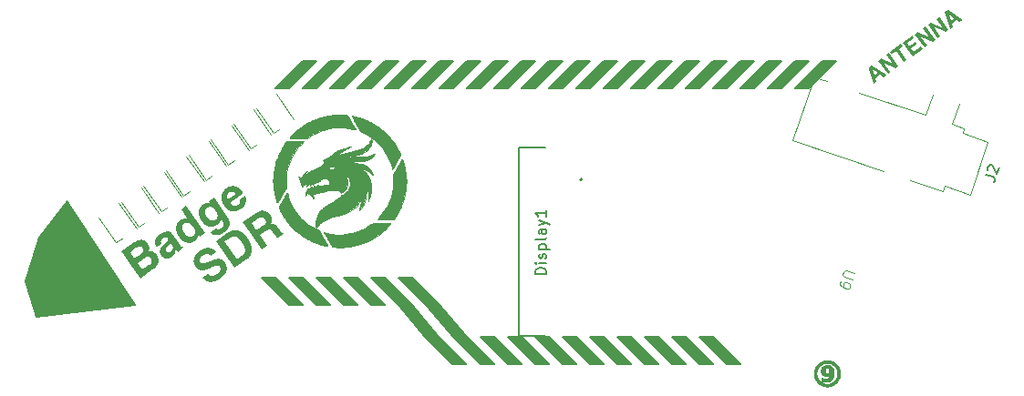
<source format=gto>
%TF.GenerationSoftware,KiCad,Pcbnew,7.0.6*%
%TF.CreationDate,2023-07-20T08:42:54+02:00*%
%TF.ProjectId,dc_sdr,64635f73-6472-42e6-9b69-6361645f7063,rev?*%
%TF.SameCoordinates,Original*%
%TF.FileFunction,Legend,Top*%
%TF.FilePolarity,Positive*%
%FSLAX46Y46*%
G04 Gerber Fmt 4.6, Leading zero omitted, Abs format (unit mm)*
G04 Created by KiCad (PCBNEW 7.0.6) date 2023-07-20 08:42:54*
%MOMM*%
%LPD*%
G01*
G04 APERTURE LIST*
%ADD10C,0.150000*%
%ADD11C,0.200000*%
%ADD12C,0.100000*%
%ADD13C,0.120000*%
%ADD14C,0.010000*%
%ADD15C,0.127000*%
G04 APERTURE END LIST*
D10*
X153670000Y-99695000D02*
X152400000Y-99695000D01*
X149860000Y-97155000D01*
X151130000Y-97155000D01*
X153670000Y-99695000D01*
G36*
X153670000Y-99695000D02*
G01*
X152400000Y-99695000D01*
X149860000Y-97155000D01*
X151130000Y-97155000D01*
X153670000Y-99695000D01*
G37*
X194310000Y-105156000D02*
X193040000Y-105156000D01*
X190500000Y-102616000D01*
X191770000Y-102616000D01*
X194310000Y-105156000D01*
G36*
X194310000Y-105156000D02*
G01*
X193040000Y-105156000D01*
X190500000Y-102616000D01*
X191770000Y-102616000D01*
X194310000Y-105156000D01*
G37*
X172720000Y-79502000D02*
X171450000Y-79502000D01*
X173990000Y-76962000D01*
X175260000Y-76962000D01*
X172720000Y-79502000D01*
G36*
X172720000Y-79502000D02*
G01*
X171450000Y-79502000D01*
X173990000Y-76962000D01*
X175260000Y-76962000D01*
X172720000Y-79502000D01*
G37*
X179070000Y-105156000D02*
X177800000Y-105156000D01*
X175260000Y-102616000D01*
X176530000Y-102616000D01*
X179070000Y-105156000D01*
G36*
X179070000Y-105156000D02*
G01*
X177800000Y-105156000D01*
X175260000Y-102616000D01*
X176530000Y-102616000D01*
X179070000Y-105156000D01*
G37*
X200660000Y-79502000D02*
X199390000Y-79502000D01*
X201930000Y-76962000D01*
X203200000Y-76962000D01*
X200660000Y-79502000D01*
G36*
X200660000Y-79502000D02*
G01*
X199390000Y-79502000D01*
X201930000Y-76962000D01*
X203200000Y-76962000D01*
X200660000Y-79502000D01*
G37*
X187960000Y-79502000D02*
X186690000Y-79502000D01*
X189230000Y-76962000D01*
X190500000Y-76962000D01*
X187960000Y-79502000D01*
G36*
X187960000Y-79502000D02*
G01*
X186690000Y-79502000D01*
X189230000Y-76962000D01*
X190500000Y-76962000D01*
X187960000Y-79502000D01*
G37*
X185420000Y-79502000D02*
X184150000Y-79502000D01*
X186690000Y-76962000D01*
X187960000Y-76962000D01*
X185420000Y-79502000D01*
G36*
X185420000Y-79502000D02*
G01*
X184150000Y-79502000D01*
X186690000Y-76962000D01*
X187960000Y-76962000D01*
X185420000Y-79502000D01*
G37*
X154940000Y-79502000D02*
X153670000Y-79502000D01*
X156210000Y-76962000D01*
X157480000Y-76962000D01*
X154940000Y-79502000D01*
G36*
X154940000Y-79502000D02*
G01*
X153670000Y-79502000D01*
X156210000Y-76962000D01*
X157480000Y-76962000D01*
X154940000Y-79502000D01*
G37*
X170180000Y-79502000D02*
X168910000Y-79502000D01*
X171450000Y-76962000D01*
X172720000Y-76962000D01*
X170180000Y-79502000D01*
G36*
X170180000Y-79502000D02*
G01*
X168910000Y-79502000D01*
X171450000Y-76962000D01*
X172720000Y-76962000D01*
X170180000Y-79502000D01*
G37*
X177800000Y-79502000D02*
X176530000Y-79502000D01*
X179070000Y-76962000D01*
X180340000Y-76962000D01*
X177800000Y-79502000D01*
G36*
X177800000Y-79502000D02*
G01*
X176530000Y-79502000D01*
X179070000Y-76962000D01*
X180340000Y-76962000D01*
X177800000Y-79502000D01*
G37*
X181610000Y-105156000D02*
X180340000Y-105156000D01*
X177800000Y-102616000D01*
X179070000Y-102616000D01*
X181610000Y-105156000D01*
G36*
X181610000Y-105156000D02*
G01*
X180340000Y-105156000D01*
X177800000Y-102616000D01*
X179070000Y-102616000D01*
X181610000Y-105156000D01*
G37*
X165100000Y-79502000D02*
X163830000Y-79502000D01*
X166370000Y-76962000D01*
X167640000Y-76962000D01*
X165100000Y-79502000D01*
G36*
X165100000Y-79502000D02*
G01*
X163830000Y-79502000D01*
X166370000Y-76962000D01*
X167640000Y-76962000D01*
X165100000Y-79502000D01*
G37*
X168783000Y-105156000D02*
X167513000Y-105156000D01*
X164973000Y-102616000D01*
X166243000Y-102616000D01*
X168783000Y-105156000D01*
G36*
X168783000Y-105156000D02*
G01*
X167513000Y-105156000D01*
X164973000Y-102616000D01*
X166243000Y-102616000D01*
X168783000Y-105156000D01*
G37*
X195580000Y-79502000D02*
X194310000Y-79502000D01*
X196850000Y-76962000D01*
X198120000Y-76962000D01*
X195580000Y-79502000D01*
G36*
X195580000Y-79502000D02*
G01*
X194310000Y-79502000D01*
X196850000Y-76962000D01*
X198120000Y-76962000D01*
X195580000Y-79502000D01*
G37*
X190500000Y-79502000D02*
X189230000Y-79502000D01*
X191770000Y-76962000D01*
X193040000Y-76962000D01*
X190500000Y-79502000D01*
G36*
X190500000Y-79502000D02*
G01*
X189230000Y-79502000D01*
X191770000Y-76962000D01*
X193040000Y-76962000D01*
X190500000Y-79502000D01*
G37*
X186690000Y-105156000D02*
X185420000Y-105156000D01*
X182880000Y-102616000D01*
X184150000Y-102616000D01*
X186690000Y-105156000D01*
G36*
X186690000Y-105156000D02*
G01*
X185420000Y-105156000D01*
X182880000Y-102616000D01*
X184150000Y-102616000D01*
X186690000Y-105156000D01*
G37*
X168910000Y-102616000D02*
X167640000Y-102616000D01*
X165100000Y-99695000D01*
X166370000Y-99695000D01*
X168910000Y-102616000D01*
G36*
X168910000Y-102616000D02*
G01*
X167640000Y-102616000D01*
X165100000Y-99695000D01*
X166370000Y-99695000D01*
X168910000Y-102616000D01*
G37*
X182880000Y-79502000D02*
X181610000Y-79502000D01*
X184150000Y-76962000D01*
X185420000Y-76962000D01*
X182880000Y-79502000D01*
G36*
X182880000Y-79502000D02*
G01*
X181610000Y-79502000D01*
X184150000Y-76962000D01*
X185420000Y-76962000D01*
X182880000Y-79502000D01*
G37*
X162560000Y-79502000D02*
X161290000Y-79502000D01*
X163830000Y-76962000D01*
X165100000Y-76962000D01*
X162560000Y-79502000D01*
G36*
X162560000Y-79502000D02*
G01*
X161290000Y-79502000D01*
X163830000Y-76962000D01*
X165100000Y-76962000D01*
X162560000Y-79502000D01*
G37*
X161290000Y-99695000D02*
X160020000Y-99695000D01*
X157480000Y-97155000D01*
X158750000Y-97155000D01*
X161290000Y-99695000D01*
G36*
X161290000Y-99695000D02*
G01*
X160020000Y-99695000D01*
X157480000Y-97155000D01*
X158750000Y-97155000D01*
X161290000Y-99695000D01*
G37*
X160020000Y-79502000D02*
X158750000Y-79502000D01*
X161290000Y-76962000D01*
X162560000Y-76962000D01*
X160020000Y-79502000D01*
G36*
X160020000Y-79502000D02*
G01*
X158750000Y-79502000D01*
X161290000Y-76962000D01*
X162560000Y-76962000D01*
X160020000Y-79502000D01*
G37*
X131800625Y-90113018D02*
X138023625Y-99638018D01*
X128879625Y-100781018D01*
X127863625Y-97479018D01*
X129133625Y-93415018D01*
X131800625Y-89986018D01*
X131800625Y-90113018D01*
G36*
X131800625Y-90113018D02*
G01*
X138023625Y-99638018D01*
X128879625Y-100781018D01*
X127863625Y-97479018D01*
X129133625Y-93415018D01*
X131800625Y-89986018D01*
X131800625Y-90113018D01*
G37*
X191770000Y-105156000D02*
X190500000Y-105156000D01*
X187960000Y-102616000D01*
X189230000Y-102616000D01*
X191770000Y-105156000D01*
G36*
X191770000Y-105156000D02*
G01*
X190500000Y-105156000D01*
X187960000Y-102616000D01*
X189230000Y-102616000D01*
X191770000Y-105156000D01*
G37*
X180340000Y-79502000D02*
X179070000Y-79502000D01*
X181610000Y-76962000D01*
X182880000Y-76962000D01*
X180340000Y-79502000D01*
G36*
X180340000Y-79502000D02*
G01*
X179070000Y-79502000D01*
X181610000Y-76962000D01*
X182880000Y-76962000D01*
X180340000Y-79502000D01*
G37*
X189230000Y-105156000D02*
X187960000Y-105156000D01*
X185420000Y-102616000D01*
X186690000Y-102616000D01*
X189230000Y-105156000D01*
G36*
X189230000Y-105156000D02*
G01*
X187960000Y-105156000D01*
X185420000Y-102616000D01*
X186690000Y-102616000D01*
X189230000Y-105156000D01*
G37*
X166243000Y-102616000D02*
X164973000Y-102616000D01*
X162560000Y-99695000D01*
X163830000Y-99695000D01*
X166243000Y-102616000D01*
G36*
X166243000Y-102616000D02*
G01*
X164973000Y-102616000D01*
X162560000Y-99695000D01*
X163830000Y-99695000D01*
X166243000Y-102616000D01*
G37*
X198120000Y-79502000D02*
X196850000Y-79502000D01*
X199390000Y-76962000D01*
X200660000Y-76962000D01*
X198120000Y-79502000D01*
G36*
X198120000Y-79502000D02*
G01*
X196850000Y-79502000D01*
X199390000Y-76962000D01*
X200660000Y-76962000D01*
X198120000Y-79502000D01*
G37*
X166370000Y-99695000D02*
X165100000Y-99695000D01*
X162560000Y-97155000D01*
X163830000Y-97155000D01*
X166370000Y-99695000D01*
G36*
X166370000Y-99695000D02*
G01*
X165100000Y-99695000D01*
X162560000Y-97155000D01*
X163830000Y-97155000D01*
X166370000Y-99695000D01*
G37*
X152400000Y-79502000D02*
X151130000Y-79502000D01*
X153670000Y-76962000D01*
X154940000Y-76962000D01*
X152400000Y-79502000D01*
G36*
X152400000Y-79502000D02*
G01*
X151130000Y-79502000D01*
X153670000Y-76962000D01*
X154940000Y-76962000D01*
X152400000Y-79502000D01*
G37*
X184150000Y-105156000D02*
X182880000Y-105156000D01*
X180340000Y-102616000D01*
X181610000Y-102616000D01*
X184150000Y-105156000D01*
G36*
X184150000Y-105156000D02*
G01*
X182880000Y-105156000D01*
X180340000Y-102616000D01*
X181610000Y-102616000D01*
X184150000Y-105156000D01*
G37*
X167640000Y-79502000D02*
X166370000Y-79502000D01*
X168910000Y-76962000D01*
X170180000Y-76962000D01*
X167640000Y-79502000D01*
G36*
X167640000Y-79502000D02*
G01*
X166370000Y-79502000D01*
X168910000Y-76962000D01*
X170180000Y-76962000D01*
X167640000Y-79502000D01*
G37*
X176530000Y-105156000D02*
X175260000Y-105156000D01*
X172720000Y-102616000D01*
X173990000Y-102616000D01*
X176530000Y-105156000D01*
G36*
X176530000Y-105156000D02*
G01*
X175260000Y-105156000D01*
X172720000Y-102616000D01*
X173990000Y-102616000D01*
X176530000Y-105156000D01*
G37*
X193040000Y-79502000D02*
X191770000Y-79502000D01*
X194310000Y-76962000D01*
X195580000Y-76962000D01*
X193040000Y-79502000D01*
G36*
X193040000Y-79502000D02*
G01*
X191770000Y-79502000D01*
X194310000Y-76962000D01*
X195580000Y-76962000D01*
X193040000Y-79502000D01*
G37*
X173990000Y-105156000D02*
X172720000Y-105156000D01*
X170180000Y-102616000D01*
X171450000Y-102616000D01*
X173990000Y-105156000D01*
G36*
X173990000Y-105156000D02*
G01*
X172720000Y-105156000D01*
X170180000Y-102616000D01*
X171450000Y-102616000D01*
X173990000Y-105156000D01*
G37*
X163830000Y-99695000D02*
X162560000Y-99695000D01*
X160020000Y-97155000D01*
X161290000Y-97155000D01*
X163830000Y-99695000D01*
G36*
X163830000Y-99695000D02*
G01*
X162560000Y-99695000D01*
X160020000Y-97155000D01*
X161290000Y-97155000D01*
X163830000Y-99695000D01*
G37*
X175260000Y-79502000D02*
X173990000Y-79502000D01*
X176530000Y-76962000D01*
X177800000Y-76962000D01*
X175260000Y-79502000D01*
G36*
X175260000Y-79502000D02*
G01*
X173990000Y-79502000D01*
X176530000Y-76962000D01*
X177800000Y-76962000D01*
X175260000Y-79502000D01*
G37*
X157480000Y-79502000D02*
X156210000Y-79502000D01*
X158750000Y-76962000D01*
X160020000Y-76962000D01*
X157480000Y-79502000D01*
G36*
X157480000Y-79502000D02*
G01*
X156210000Y-79502000D01*
X158750000Y-76962000D01*
X160020000Y-76962000D01*
X157480000Y-79502000D01*
G37*
X156210000Y-99695000D02*
X154940000Y-99695000D01*
X152400000Y-97155000D01*
X153670000Y-97155000D01*
X156210000Y-99695000D01*
G36*
X156210000Y-99695000D02*
G01*
X154940000Y-99695000D01*
X152400000Y-97155000D01*
X153670000Y-97155000D01*
X156210000Y-99695000D01*
G37*
X171450000Y-105156000D02*
X170180000Y-105156000D01*
X167640000Y-102616000D01*
X168910000Y-102616000D01*
X171450000Y-105156000D01*
G36*
X171450000Y-105156000D02*
G01*
X170180000Y-105156000D01*
X167640000Y-102616000D01*
X168910000Y-102616000D01*
X171450000Y-105156000D01*
G37*
X158750000Y-99695000D02*
X157480000Y-99695000D01*
X154940000Y-97155000D01*
X156210000Y-97155000D01*
X158750000Y-99695000D01*
G36*
X158750000Y-99695000D02*
G01*
X157480000Y-99695000D01*
X154940000Y-97155000D01*
X156210000Y-97155000D01*
X158750000Y-99695000D01*
G37*
D11*
G36*
X138655684Y-93617826D02*
G01*
X138704959Y-93622102D01*
X138753546Y-93629840D01*
X138801443Y-93641041D01*
X138848652Y-93655705D01*
X138876853Y-93666586D01*
X138904499Y-93678585D01*
X138931591Y-93691702D01*
X138958128Y-93705936D01*
X138984110Y-93721288D01*
X139009537Y-93737757D01*
X139034410Y-93755344D01*
X139058728Y-93774048D01*
X139082491Y-93793870D01*
X139105699Y-93814810D01*
X139128352Y-93836867D01*
X139150451Y-93860042D01*
X139171995Y-93884334D01*
X139192984Y-93909744D01*
X139213418Y-93936271D01*
X139233297Y-93963916D01*
X139252830Y-93992977D01*
X139270967Y-94021948D01*
X139287711Y-94050828D01*
X139303060Y-94079617D01*
X139317014Y-94108316D01*
X139329574Y-94136925D01*
X139340740Y-94165443D01*
X139350511Y-94193870D01*
X139358888Y-94222207D01*
X139368839Y-94264543D01*
X139375653Y-94306675D01*
X139379329Y-94348604D01*
X139379867Y-94390329D01*
X139378483Y-94418033D01*
X139375089Y-94449518D01*
X139369494Y-94481891D01*
X139361700Y-94515151D01*
X139351706Y-94549299D01*
X139339513Y-94584334D01*
X139325120Y-94620256D01*
X139312882Y-94647781D01*
X139299406Y-94675804D01*
X139289735Y-94694764D01*
X139319461Y-94687286D01*
X139348887Y-94680952D01*
X139378012Y-94675760D01*
X139421137Y-94670116D01*
X139463586Y-94667042D01*
X139505360Y-94666540D01*
X139546459Y-94668609D01*
X139586882Y-94673250D01*
X139626629Y-94680462D01*
X139665701Y-94690245D01*
X139704098Y-94702599D01*
X139729320Y-94712264D01*
X139766571Y-94728691D01*
X139802880Y-94747419D01*
X139838247Y-94768448D01*
X139872673Y-94791779D01*
X139906158Y-94817411D01*
X139938700Y-94845344D01*
X139970302Y-94875579D01*
X139990846Y-94897014D01*
X140010972Y-94919472D01*
X140030679Y-94942952D01*
X140049969Y-94967456D01*
X140068839Y-94992982D01*
X140078117Y-95006129D01*
X140096636Y-95033706D01*
X140114031Y-95061533D01*
X140130304Y-95089610D01*
X140145454Y-95117939D01*
X140159482Y-95146517D01*
X140172387Y-95175346D01*
X140184169Y-95204425D01*
X140194829Y-95233755D01*
X140204366Y-95263335D01*
X140212781Y-95293166D01*
X140220073Y-95323247D01*
X140226242Y-95353578D01*
X140231289Y-95384160D01*
X140235213Y-95414992D01*
X140238015Y-95446075D01*
X140239694Y-95477408D01*
X140240900Y-95508215D01*
X140241033Y-95538811D01*
X140240094Y-95569195D01*
X140238083Y-95599367D01*
X140235000Y-95629328D01*
X140230844Y-95659078D01*
X140225615Y-95688616D01*
X140219315Y-95717943D01*
X140211941Y-95747058D01*
X140203496Y-95775962D01*
X140197270Y-95795113D01*
X140185822Y-95827589D01*
X140172925Y-95859581D01*
X140158578Y-95891091D01*
X140142782Y-95922117D01*
X140125537Y-95952661D01*
X140106843Y-95982722D01*
X140086700Y-96012300D01*
X140065107Y-96041396D01*
X140042065Y-96070008D01*
X140017574Y-96098138D01*
X140000441Y-96116623D01*
X139973730Y-96143958D01*
X139946118Y-96171057D01*
X139917604Y-96197920D01*
X139888189Y-96224547D01*
X139857872Y-96250938D01*
X139826654Y-96277092D01*
X139794535Y-96303010D01*
X139761514Y-96328692D01*
X139727592Y-96354138D01*
X139692769Y-96379347D01*
X139669052Y-96396022D01*
X138538496Y-97181779D01*
X137548761Y-95757736D01*
X138286710Y-95757736D01*
X138741688Y-96412363D01*
X139354198Y-95986658D01*
X139384086Y-95965320D01*
X139412155Y-95944117D01*
X139438405Y-95923050D01*
X139462835Y-95902118D01*
X139485445Y-95881321D01*
X139506236Y-95860660D01*
X139531127Y-95833322D01*
X139552782Y-95806225D01*
X139571203Y-95779368D01*
X139579201Y-95766029D01*
X139597557Y-95729114D01*
X139611207Y-95691657D01*
X139620153Y-95653658D01*
X139624393Y-95615119D01*
X139623927Y-95576038D01*
X139618757Y-95536416D01*
X139608881Y-95496253D01*
X139594299Y-95455549D01*
X139581964Y-95428112D01*
X139567538Y-95400434D01*
X139551020Y-95372516D01*
X139532412Y-95344357D01*
X139506723Y-95310408D01*
X139479680Y-95280537D01*
X139451283Y-95254744D01*
X139421533Y-95233029D01*
X139390429Y-95215392D01*
X139357971Y-95201832D01*
X139324159Y-95192351D01*
X139288994Y-95186948D01*
X139252475Y-95185622D01*
X139214602Y-95188375D01*
X139188601Y-95192475D01*
X139158563Y-95199508D01*
X139127073Y-95209306D01*
X139094131Y-95221870D01*
X139059737Y-95237199D01*
X139032989Y-95250512D01*
X139005424Y-95265380D01*
X138977042Y-95281804D01*
X138947844Y-95299783D01*
X138917830Y-95319318D01*
X138907643Y-95326176D01*
X138286710Y-95757736D01*
X137548761Y-95757736D01*
X136852912Y-94756541D01*
X137590862Y-94756541D01*
X137992313Y-95334153D01*
X138604822Y-94908448D01*
X138634679Y-94886850D01*
X138662653Y-94864867D01*
X138688743Y-94842499D01*
X138712950Y-94819745D01*
X138735274Y-94796607D01*
X138755715Y-94773083D01*
X138774272Y-94749174D01*
X138790946Y-94724880D01*
X138810249Y-94691889D01*
X138826203Y-94658214D01*
X138837801Y-94623746D01*
X138844033Y-94588379D01*
X138844899Y-94552112D01*
X138840400Y-94514945D01*
X138830534Y-94476879D01*
X138819614Y-94447739D01*
X138805676Y-94418092D01*
X138788719Y-94387940D01*
X138768745Y-94357282D01*
X138744405Y-94324800D01*
X138719214Y-94296173D01*
X138693173Y-94271399D01*
X138666281Y-94250478D01*
X138638538Y-94233412D01*
X138609944Y-94220199D01*
X138580500Y-94210841D01*
X138550205Y-94205336D01*
X138519059Y-94203685D01*
X138487063Y-94205887D01*
X138465259Y-94209497D01*
X138428407Y-94220888D01*
X138400031Y-94231189D01*
X138371023Y-94242995D01*
X138341383Y-94256307D01*
X138311111Y-94271124D01*
X138280208Y-94287447D01*
X138248673Y-94305276D01*
X138216505Y-94324611D01*
X138183706Y-94345451D01*
X138150276Y-94367798D01*
X138138992Y-94375581D01*
X137590862Y-94756541D01*
X136852912Y-94756541D01*
X136798875Y-94678792D01*
X138010658Y-93836581D01*
X138039514Y-93817512D01*
X138068198Y-93799308D01*
X138096710Y-93781970D01*
X138125050Y-93765498D01*
X138153218Y-93749891D01*
X138181213Y-93735150D01*
X138209036Y-93721274D01*
X138236687Y-93708264D01*
X138264166Y-93696120D01*
X138291473Y-93684841D01*
X138345569Y-93664880D01*
X138398977Y-93648382D01*
X138451696Y-93635346D01*
X138503726Y-93625772D01*
X138555068Y-93619661D01*
X138605720Y-93617012D01*
X138655684Y-93617826D01*
G37*
G36*
X141126753Y-92829050D02*
G01*
X141163799Y-92833328D01*
X141200189Y-92840585D01*
X141235924Y-92850821D01*
X141271003Y-92864036D01*
X141305427Y-92880231D01*
X141339196Y-92899404D01*
X141372310Y-92921556D01*
X141404768Y-92946687D01*
X141436571Y-92974797D01*
X141467719Y-93005887D01*
X141498211Y-93039955D01*
X141528049Y-93077002D01*
X141557231Y-93117029D01*
X142143935Y-93961185D01*
X142163615Y-93989313D01*
X142184757Y-94019169D01*
X142202724Y-94044298D01*
X142221628Y-94070534D01*
X142241467Y-94097875D01*
X142262243Y-94126323D01*
X142283955Y-94155877D01*
X142295161Y-94171069D01*
X142317481Y-94199000D01*
X142338567Y-94223214D01*
X142362242Y-94247364D01*
X142387619Y-94268772D01*
X142413661Y-94284315D01*
X142416694Y-94285589D01*
X142445272Y-94293859D01*
X142476172Y-94297549D01*
X142505590Y-94296986D01*
X142528857Y-94294189D01*
X142582384Y-94371204D01*
X142057720Y-94735855D01*
X142032997Y-94716668D01*
X142009575Y-94697457D01*
X141987452Y-94678220D01*
X141963286Y-94655745D01*
X141940889Y-94633236D01*
X141919110Y-94609395D01*
X141896636Y-94583817D01*
X141876819Y-94560510D01*
X141856491Y-94535926D01*
X141835653Y-94510066D01*
X141831654Y-94544849D01*
X141826690Y-94579393D01*
X141820759Y-94613699D01*
X141813863Y-94647766D01*
X141806001Y-94681594D01*
X141797173Y-94715184D01*
X141787380Y-94748535D01*
X141776621Y-94781648D01*
X141764896Y-94814522D01*
X141752206Y-94847158D01*
X141743209Y-94868783D01*
X141725695Y-94906470D01*
X141706275Y-94942972D01*
X141684949Y-94978290D01*
X141661718Y-95012422D01*
X141636580Y-95045369D01*
X141609537Y-95077131D01*
X141580588Y-95107708D01*
X141549733Y-95137100D01*
X141516972Y-95165307D01*
X141482305Y-95192329D01*
X141458135Y-95209686D01*
X141426802Y-95230644D01*
X141395378Y-95250026D01*
X141363864Y-95267834D01*
X141332258Y-95284066D01*
X141300562Y-95298723D01*
X141268775Y-95311806D01*
X141236897Y-95323313D01*
X141204928Y-95333245D01*
X141172869Y-95341602D01*
X141140718Y-95348384D01*
X141108477Y-95353590D01*
X141076145Y-95357222D01*
X141043722Y-95359279D01*
X141011208Y-95359760D01*
X140978603Y-95358666D01*
X140945907Y-95355998D01*
X140913558Y-95351586D01*
X140881843Y-95345367D01*
X140850761Y-95337342D01*
X140820312Y-95327510D01*
X140790497Y-95315871D01*
X140761316Y-95302426D01*
X140732768Y-95287174D01*
X140704853Y-95270115D01*
X140677573Y-95251250D01*
X140650925Y-95230578D01*
X140624911Y-95208099D01*
X140599531Y-95183814D01*
X140574784Y-95157722D01*
X140550671Y-95129823D01*
X140527192Y-95100118D01*
X140504346Y-95068605D01*
X140476705Y-95026650D01*
X140452121Y-94984718D01*
X140430592Y-94942809D01*
X140412120Y-94900924D01*
X140396702Y-94859062D01*
X140384341Y-94817223D01*
X140375035Y-94775408D01*
X140368785Y-94733616D01*
X140365591Y-94691848D01*
X140365452Y-94650103D01*
X140368369Y-94608381D01*
X140374342Y-94566682D01*
X140383370Y-94525008D01*
X140388358Y-94507815D01*
X140896845Y-94507815D01*
X140896893Y-94541466D01*
X140901903Y-94574793D01*
X140911873Y-94607795D01*
X140926804Y-94640472D01*
X140946696Y-94672824D01*
X140966945Y-94699672D01*
X140987966Y-94723055D01*
X141009758Y-94742975D01*
X141038082Y-94763004D01*
X141067612Y-94777619D01*
X141098347Y-94786823D01*
X141130287Y-94790613D01*
X141162681Y-94789949D01*
X141194780Y-94785787D01*
X141226583Y-94778127D01*
X141258089Y-94766970D01*
X141289300Y-94752314D01*
X141320214Y-94734161D01*
X141332497Y-94725921D01*
X141360981Y-94705018D01*
X141387995Y-94682926D01*
X141413539Y-94659643D01*
X141437612Y-94635171D01*
X141460216Y-94609508D01*
X141481350Y-94582656D01*
X141501013Y-94554614D01*
X141519206Y-94525382D01*
X141535930Y-94494960D01*
X141551183Y-94463349D01*
X141560535Y-94441613D01*
X141572110Y-94408158D01*
X141579758Y-94373793D01*
X141583480Y-94338518D01*
X141583276Y-94302333D01*
X141579145Y-94265238D01*
X141571088Y-94227232D01*
X141559104Y-94188317D01*
X141543194Y-94148492D01*
X141530406Y-94121436D01*
X141515873Y-94093976D01*
X141499594Y-94066111D01*
X141481571Y-94037842D01*
X141365736Y-93871176D01*
X141351616Y-93899729D01*
X141336585Y-93927130D01*
X141320642Y-93953380D01*
X141303788Y-93978479D01*
X141284009Y-94004104D01*
X141262995Y-94028829D01*
X141242230Y-94051731D01*
X141218923Y-94076212D01*
X141197559Y-94097818D01*
X141102220Y-94191742D01*
X141077793Y-94215887D01*
X141055011Y-94239172D01*
X141033874Y-94261595D01*
X141008250Y-94290154D01*
X140985549Y-94317183D01*
X140965773Y-94342682D01*
X140945164Y-94372403D01*
X140929124Y-94399733D01*
X140926464Y-94404912D01*
X140911630Y-94439538D01*
X140901757Y-94473839D01*
X140896845Y-94507815D01*
X140388358Y-94507815D01*
X140395454Y-94483356D01*
X140410594Y-94441728D01*
X140428790Y-94400123D01*
X140446491Y-94365518D01*
X140467152Y-94330095D01*
X140490774Y-94293854D01*
X140508167Y-94269239D01*
X140526875Y-94244260D01*
X140546899Y-94218917D01*
X140568239Y-94193210D01*
X140590894Y-94167140D01*
X140614865Y-94140705D01*
X140640152Y-94113908D01*
X140666755Y-94086746D01*
X140694673Y-94059221D01*
X140723908Y-94031332D01*
X140754457Y-94003079D01*
X140770226Y-93988816D01*
X140920684Y-93854798D01*
X140942811Y-93834625D01*
X140970063Y-93808950D01*
X140994745Y-93784671D01*
X141016855Y-93761789D01*
X141040878Y-93735150D01*
X141060884Y-93710693D01*
X141079589Y-93684224D01*
X141082144Y-93680118D01*
X141098343Y-93651668D01*
X141110249Y-93623944D01*
X141119096Y-93590307D01*
X141121235Y-93557802D01*
X141116667Y-93526430D01*
X141105392Y-93496190D01*
X141091543Y-93472813D01*
X141071618Y-93446772D01*
X141050732Y-93424606D01*
X141023274Y-93402345D01*
X140994316Y-93386138D01*
X140963858Y-93375985D01*
X140931899Y-93371885D01*
X140905251Y-93372963D01*
X140870448Y-93378901D01*
X140841047Y-93386961D01*
X140810261Y-93397963D01*
X140778091Y-93411908D01*
X140744536Y-93428795D01*
X140718460Y-93443391D01*
X140691606Y-93459643D01*
X140663972Y-93477549D01*
X140645117Y-93490406D01*
X140614498Y-93512856D01*
X140586719Y-93535668D01*
X140561781Y-93558844D01*
X140539683Y-93582382D01*
X140520425Y-93606284D01*
X140499166Y-93638717D01*
X140482957Y-93671796D01*
X140471798Y-93705520D01*
X140465688Y-93739889D01*
X140464949Y-93748582D01*
X140465269Y-93780989D01*
X140468807Y-93814515D01*
X140475562Y-93849160D01*
X140483283Y-93877681D01*
X140493063Y-93906919D01*
X140504902Y-93936872D01*
X140518800Y-93967541D01*
X140522596Y-93975320D01*
X140056896Y-94298990D01*
X140037944Y-94266832D01*
X140020295Y-94234792D01*
X140003948Y-94202873D01*
X139988905Y-94171072D01*
X139975164Y-94139390D01*
X139962726Y-94107828D01*
X139951591Y-94076385D01*
X139941759Y-94045062D01*
X139933229Y-94013858D01*
X139926003Y-93982772D01*
X139920079Y-93951807D01*
X139915459Y-93920960D01*
X139912141Y-93890233D01*
X139910126Y-93859625D01*
X139909413Y-93829136D01*
X139910004Y-93798766D01*
X139914076Y-93751310D01*
X139921637Y-93704308D01*
X139932685Y-93657760D01*
X139947222Y-93611668D01*
X139965246Y-93566031D01*
X139986759Y-93520848D01*
X140011760Y-93476121D01*
X140040249Y-93431848D01*
X140072225Y-93388030D01*
X140107690Y-93344667D01*
X140146643Y-93301759D01*
X140167428Y-93280475D01*
X140189084Y-93259305D01*
X140211613Y-93238249D01*
X140235013Y-93217307D01*
X140259286Y-93196478D01*
X140284430Y-93175763D01*
X140310447Y-93155162D01*
X140337336Y-93134674D01*
X140365096Y-93114301D01*
X140393729Y-93094040D01*
X140431679Y-93068326D01*
X140469720Y-93043875D01*
X140507849Y-93020685D01*
X140546069Y-92998758D01*
X140584377Y-92978093D01*
X140622776Y-92958690D01*
X140661264Y-92940550D01*
X140699841Y-92923672D01*
X140738508Y-92908056D01*
X140777265Y-92893703D01*
X140816111Y-92880612D01*
X140855047Y-92868783D01*
X140894072Y-92858216D01*
X140933187Y-92848912D01*
X140972392Y-92840870D01*
X141011686Y-92834090D01*
X141050697Y-92829431D01*
X141089053Y-92827751D01*
X141126753Y-92829050D01*
G37*
G36*
X144576350Y-92985361D02*
G01*
X144107641Y-93311122D01*
X143931170Y-93057213D01*
X143931001Y-93098905D01*
X143929313Y-93139472D01*
X143926105Y-93178915D01*
X143921379Y-93217232D01*
X143915135Y-93254426D01*
X143907371Y-93290494D01*
X143898088Y-93325438D01*
X143887287Y-93359257D01*
X143874967Y-93391952D01*
X143861128Y-93423522D01*
X143851058Y-93443944D01*
X143834374Y-93473878D01*
X143815704Y-93503390D01*
X143795045Y-93532479D01*
X143772399Y-93561145D01*
X143747765Y-93589390D01*
X143721144Y-93617212D01*
X143692535Y-93644611D01*
X143661939Y-93671588D01*
X143629355Y-93698143D01*
X143594783Y-93724276D01*
X143570631Y-93741462D01*
X143529941Y-93768244D01*
X143488644Y-93792450D01*
X143446742Y-93814078D01*
X143404235Y-93833130D01*
X143361121Y-93849605D01*
X143317402Y-93863504D01*
X143273077Y-93874826D01*
X143228147Y-93883571D01*
X143182610Y-93889740D01*
X143136468Y-93893331D01*
X143089721Y-93894347D01*
X143042367Y-93892785D01*
X142994408Y-93888647D01*
X142945843Y-93881933D01*
X142896673Y-93872641D01*
X142846896Y-93860773D01*
X142797283Y-93846446D01*
X142748601Y-93829778D01*
X142700850Y-93810769D01*
X142654030Y-93789418D01*
X142608141Y-93765726D01*
X142563184Y-93739693D01*
X142519158Y-93711318D01*
X142476063Y-93680603D01*
X142433900Y-93647546D01*
X142392667Y-93612147D01*
X142352366Y-93574408D01*
X142312996Y-93534327D01*
X142274558Y-93491905D01*
X142237051Y-93447142D01*
X142218646Y-93423883D01*
X142200474Y-93400038D01*
X142182536Y-93375608D01*
X142164830Y-93350592D01*
X142144869Y-93321421D01*
X142125605Y-93292345D01*
X142107036Y-93263364D01*
X142089162Y-93234478D01*
X142071983Y-93205688D01*
X142055500Y-93176993D01*
X142039712Y-93148394D01*
X142024620Y-93119889D01*
X142010223Y-93091480D01*
X141996521Y-93063167D01*
X141983515Y-93034948D01*
X141971205Y-93006825D01*
X141959589Y-92978798D01*
X141948669Y-92950865D01*
X141938445Y-92923028D01*
X141928916Y-92895286D01*
X141911943Y-92840088D01*
X141897753Y-92785272D01*
X141886344Y-92730836D01*
X141877716Y-92676782D01*
X141871870Y-92623109D01*
X141868806Y-92569817D01*
X141868523Y-92516907D01*
X141871022Y-92464378D01*
X141872001Y-92454748D01*
X142445547Y-92454748D01*
X142446624Y-92483715D01*
X142449215Y-92512940D01*
X142453011Y-92542254D01*
X142458013Y-92571658D01*
X142464220Y-92601151D01*
X142471633Y-92630733D01*
X142480250Y-92660405D01*
X142490074Y-92690166D01*
X142501103Y-92720017D01*
X142513337Y-92749957D01*
X142526776Y-92779986D01*
X142541421Y-92810105D01*
X142557272Y-92840313D01*
X142574328Y-92870611D01*
X142592589Y-92900998D01*
X142612056Y-92931474D01*
X142632728Y-92962040D01*
X142655730Y-92994297D01*
X142678945Y-93025187D01*
X142702373Y-93054709D01*
X142726015Y-93082862D01*
X142749870Y-93109647D01*
X142773938Y-93135064D01*
X142798220Y-93159112D01*
X142822715Y-93181793D01*
X142847423Y-93203105D01*
X142872344Y-93223049D01*
X142897479Y-93241625D01*
X142922827Y-93258833D01*
X142948388Y-93274672D01*
X142974162Y-93289143D01*
X143013224Y-93308285D01*
X143026351Y-93313981D01*
X143065868Y-93328456D01*
X143105272Y-93338885D01*
X143144561Y-93345268D01*
X143183735Y-93347605D01*
X143222796Y-93345896D01*
X143261743Y-93340141D01*
X143300575Y-93330340D01*
X143339294Y-93316493D01*
X143377898Y-93298600D01*
X143403571Y-93284424D01*
X143429193Y-93268450D01*
X143441985Y-93259788D01*
X143466820Y-93241618D01*
X143490031Y-93222757D01*
X143521804Y-93193169D01*
X143549923Y-93162026D01*
X143574390Y-93129328D01*
X143595203Y-93095075D01*
X143612363Y-93059268D01*
X143625870Y-93021905D01*
X143635724Y-92982988D01*
X143641925Y-92942516D01*
X143644473Y-92900488D01*
X143644511Y-92886134D01*
X143642438Y-92842539D01*
X143639391Y-92813300D01*
X143635012Y-92783920D01*
X143629301Y-92754399D01*
X143622259Y-92724738D01*
X143613884Y-92694935D01*
X143604178Y-92664991D01*
X143593140Y-92634906D01*
X143580770Y-92604681D01*
X143567068Y-92574314D01*
X143552035Y-92543807D01*
X143535669Y-92513159D01*
X143517972Y-92482369D01*
X143498942Y-92451439D01*
X143478581Y-92420368D01*
X143467901Y-92404779D01*
X143437404Y-92362324D01*
X143406654Y-92322353D01*
X143375650Y-92284865D01*
X143344392Y-92249861D01*
X143312880Y-92217341D01*
X143281116Y-92187305D01*
X143249097Y-92159752D01*
X143216825Y-92134683D01*
X143184299Y-92112098D01*
X143151520Y-92091996D01*
X143118487Y-92074379D01*
X143085200Y-92059245D01*
X143051660Y-92046595D01*
X143017867Y-92036428D01*
X142983819Y-92028745D01*
X142949518Y-92023546D01*
X142918302Y-92021162D01*
X142887594Y-92020794D01*
X142857392Y-92022442D01*
X142827697Y-92026107D01*
X142798510Y-92031787D01*
X142769830Y-92039483D01*
X142741656Y-92049195D01*
X142713990Y-92060923D01*
X142686831Y-92074668D01*
X142660179Y-92090428D01*
X142642693Y-92102055D01*
X142617108Y-92120795D01*
X142593300Y-92140218D01*
X142571270Y-92160322D01*
X142541557Y-92191757D01*
X142515844Y-92224725D01*
X142494130Y-92259227D01*
X142476415Y-92295264D01*
X142462699Y-92332834D01*
X142452983Y-92371938D01*
X142447265Y-92412576D01*
X142445547Y-92454748D01*
X141872001Y-92454748D01*
X141876283Y-92412637D01*
X141884135Y-92362198D01*
X141894578Y-92313060D01*
X141907613Y-92265223D01*
X141923239Y-92218687D01*
X141941456Y-92173453D01*
X141962265Y-92129519D01*
X141985665Y-92086887D01*
X142011656Y-92045556D01*
X142040239Y-92005526D01*
X142071413Y-91966797D01*
X142105179Y-91929369D01*
X142141536Y-91893243D01*
X142180484Y-91858417D01*
X142222024Y-91824893D01*
X142266155Y-91792670D01*
X142297709Y-91771618D01*
X142329420Y-91752214D01*
X142361288Y-91734457D01*
X142393313Y-91718348D01*
X142425494Y-91703886D01*
X142457833Y-91691072D01*
X142490329Y-91679906D01*
X142522981Y-91670388D01*
X142555791Y-91662517D01*
X142588758Y-91656294D01*
X142610823Y-91653060D01*
X142643968Y-91649437D01*
X142676878Y-91647326D01*
X142709552Y-91646728D01*
X142741992Y-91647641D01*
X142774197Y-91650068D01*
X142806166Y-91654006D01*
X142837901Y-91659457D01*
X142869400Y-91666420D01*
X142900664Y-91674895D01*
X142931693Y-91684883D01*
X142952249Y-91692382D01*
X142347563Y-90822354D01*
X142836729Y-90482375D01*
X144576350Y-92985361D01*
G37*
G36*
X146610813Y-91444663D02*
G01*
X146641120Y-91489272D01*
X146669523Y-91533147D01*
X146696022Y-91576290D01*
X146720617Y-91618699D01*
X146743308Y-91660375D01*
X146764096Y-91701317D01*
X146782979Y-91741526D01*
X146799959Y-91781002D01*
X146815035Y-91819745D01*
X146828206Y-91857754D01*
X146839474Y-91895030D01*
X146848838Y-91931573D01*
X146856299Y-91967383D01*
X146861855Y-92002459D01*
X146865507Y-92036802D01*
X146867256Y-92070412D01*
X146866361Y-92127330D01*
X146860802Y-92183858D01*
X146850580Y-92239994D01*
X146835695Y-92295740D01*
X146816146Y-92351096D01*
X146804623Y-92378627D01*
X146791934Y-92406060D01*
X146778079Y-92433395D01*
X146763058Y-92460633D01*
X146746871Y-92487774D01*
X146729518Y-92514816D01*
X146711000Y-92541761D01*
X146691315Y-92568608D01*
X146670465Y-92595358D01*
X146648449Y-92622009D01*
X146625267Y-92648563D01*
X146600919Y-92675020D01*
X146575405Y-92701378D01*
X146548725Y-92727639D01*
X146520880Y-92753802D01*
X146491868Y-92779868D01*
X146461691Y-92805836D01*
X146430348Y-92831706D01*
X146397839Y-92857478D01*
X146364164Y-92883153D01*
X146329323Y-92908730D01*
X146293316Y-92934209D01*
X146249280Y-92963975D01*
X146205466Y-92991906D01*
X146161876Y-93018002D01*
X146118510Y-93042262D01*
X146075366Y-93064688D01*
X146032446Y-93085277D01*
X145989749Y-93104032D01*
X145947275Y-93120951D01*
X145905025Y-93136036D01*
X145862998Y-93149284D01*
X145821194Y-93160698D01*
X145779614Y-93170276D01*
X145738257Y-93178020D01*
X145697123Y-93183927D01*
X145656212Y-93188000D01*
X145615525Y-93190237D01*
X145575466Y-93190476D01*
X145536188Y-93188506D01*
X145497689Y-93184329D01*
X145459970Y-93177943D01*
X145423031Y-93169349D01*
X145386872Y-93158547D01*
X145351492Y-93145537D01*
X145316892Y-93130319D01*
X145283072Y-93112893D01*
X145250032Y-93093259D01*
X145217771Y-93071416D01*
X145186291Y-93047366D01*
X145155590Y-93021107D01*
X145125669Y-92992640D01*
X145096528Y-92961966D01*
X145068166Y-92929083D01*
X145592831Y-92564431D01*
X145617842Y-92585460D01*
X145642453Y-92603280D01*
X145671459Y-92620431D01*
X145699890Y-92632962D01*
X145732332Y-92641743D01*
X145745996Y-92643581D01*
X145778042Y-92644732D01*
X145811951Y-92641465D01*
X145847726Y-92633778D01*
X145875780Y-92625113D01*
X145904883Y-92613963D01*
X145935034Y-92600327D01*
X145966235Y-92584205D01*
X145998484Y-92565598D01*
X146031782Y-92544505D01*
X146054563Y-92529062D01*
X146085987Y-92506224D01*
X146115128Y-92482980D01*
X146141985Y-92459330D01*
X146166559Y-92435272D01*
X146188849Y-92410808D01*
X146208856Y-92385937D01*
X146226580Y-92360659D01*
X146242020Y-92334975D01*
X146260898Y-92295685D01*
X146274639Y-92255481D01*
X146283242Y-92214361D01*
X146286708Y-92172326D01*
X146285036Y-92129376D01*
X146283336Y-92114856D01*
X146278466Y-92085822D01*
X146270735Y-92054839D01*
X146260144Y-92021907D01*
X146246693Y-91987026D01*
X146230381Y-91950196D01*
X146211209Y-91911417D01*
X146196838Y-91884482D01*
X146181196Y-91856680D01*
X146164283Y-91828012D01*
X146146099Y-91798478D01*
X146126643Y-91768078D01*
X146105916Y-91736811D01*
X146083918Y-91704678D01*
X146002791Y-91587953D01*
X146004048Y-91617637D01*
X146004381Y-91655880D01*
X146003179Y-91692596D01*
X146000442Y-91727786D01*
X145996170Y-91761450D01*
X145990363Y-91793587D01*
X145983021Y-91824198D01*
X145974144Y-91853282D01*
X145971685Y-91860314D01*
X145956964Y-91898293D01*
X145939441Y-91935490D01*
X145919116Y-91971905D01*
X145895990Y-92007538D01*
X145870061Y-92042389D01*
X145851218Y-92065189D01*
X145831130Y-92087642D01*
X145809797Y-92109747D01*
X145787218Y-92131504D01*
X145763394Y-92152914D01*
X145738325Y-92173977D01*
X145712010Y-92194692D01*
X145684450Y-92215060D01*
X145670203Y-92225113D01*
X145625713Y-92254599D01*
X145580991Y-92281373D01*
X145536038Y-92305436D01*
X145490852Y-92326788D01*
X145445434Y-92345430D01*
X145399785Y-92361360D01*
X145353903Y-92374580D01*
X145307789Y-92385089D01*
X145261444Y-92392886D01*
X145214866Y-92397973D01*
X145168057Y-92400349D01*
X145121015Y-92400014D01*
X145073742Y-92396967D01*
X145026237Y-92391210D01*
X144978499Y-92382742D01*
X144930530Y-92371563D01*
X144882745Y-92357691D01*
X144835666Y-92341293D01*
X144789291Y-92322368D01*
X144743623Y-92300918D01*
X144698659Y-92276943D01*
X144654401Y-92250441D01*
X144610848Y-92221413D01*
X144568001Y-92189860D01*
X144525859Y-92155781D01*
X144484422Y-92119176D01*
X144443691Y-92080045D01*
X144403665Y-92038388D01*
X144383916Y-92016612D01*
X144364344Y-91994205D01*
X144344948Y-91971167D01*
X144325729Y-91947497D01*
X144306685Y-91923196D01*
X144287819Y-91898263D01*
X144269128Y-91872698D01*
X144250614Y-91846503D01*
X144233130Y-91820920D01*
X144216222Y-91795315D01*
X144199892Y-91769686D01*
X144184138Y-91744036D01*
X144168961Y-91718362D01*
X144154361Y-91692666D01*
X144126891Y-91641206D01*
X144101728Y-91589655D01*
X144078872Y-91538013D01*
X144058323Y-91486280D01*
X144040082Y-91434457D01*
X144024147Y-91382543D01*
X144010520Y-91330538D01*
X143999200Y-91278442D01*
X143990187Y-91226256D01*
X143983482Y-91173978D01*
X143979083Y-91121611D01*
X143976992Y-91069152D01*
X143977207Y-91016603D01*
X143979027Y-90982777D01*
X144551385Y-90982777D01*
X144551848Y-91018444D01*
X144554888Y-91055200D01*
X144560503Y-91093044D01*
X144568695Y-91131977D01*
X144577291Y-91163619D01*
X144587533Y-91195732D01*
X144599420Y-91228318D01*
X144612953Y-91261375D01*
X144628131Y-91294904D01*
X144644955Y-91328905D01*
X144663424Y-91363378D01*
X144683540Y-91398323D01*
X144705300Y-91433740D01*
X144728706Y-91469628D01*
X144745224Y-91493816D01*
X144767274Y-91524525D01*
X144789826Y-91553928D01*
X144812883Y-91582024D01*
X144836442Y-91608813D01*
X144860506Y-91634295D01*
X144885072Y-91658470D01*
X144910142Y-91681339D01*
X144935716Y-91702901D01*
X144961793Y-91723157D01*
X144988374Y-91742105D01*
X145006374Y-91754012D01*
X145039750Y-91774576D01*
X145073021Y-91792391D01*
X145106187Y-91807456D01*
X145139246Y-91819771D01*
X145172200Y-91829336D01*
X145205048Y-91836151D01*
X145237791Y-91840216D01*
X145270428Y-91841532D01*
X145302959Y-91840097D01*
X145335385Y-91835913D01*
X145367704Y-91828978D01*
X145399919Y-91819294D01*
X145432027Y-91806860D01*
X145464030Y-91791676D01*
X145495927Y-91773741D01*
X145527718Y-91753058D01*
X145558255Y-91730101D01*
X145586235Y-91705454D01*
X145611661Y-91679117D01*
X145634532Y-91651089D01*
X145654847Y-91621370D01*
X145672607Y-91589961D01*
X145687811Y-91556862D01*
X145700461Y-91522072D01*
X145710555Y-91485591D01*
X145718094Y-91447420D01*
X145721700Y-91421034D01*
X145724191Y-91380105D01*
X145722704Y-91337831D01*
X145717239Y-91294213D01*
X145711386Y-91264387D01*
X145703765Y-91233963D01*
X145694376Y-91202941D01*
X145683219Y-91171321D01*
X145670295Y-91139104D01*
X145655602Y-91106289D01*
X145639142Y-91072876D01*
X145620913Y-91038866D01*
X145600917Y-91004257D01*
X145579153Y-90969051D01*
X145555621Y-90933247D01*
X145543192Y-90915121D01*
X145519381Y-90881788D01*
X145495408Y-90850080D01*
X145471275Y-90819995D01*
X145446981Y-90791536D01*
X145422526Y-90764700D01*
X145397911Y-90739489D01*
X145373135Y-90715903D01*
X145348198Y-90693941D01*
X145323101Y-90673603D01*
X145297843Y-90654890D01*
X145272424Y-90637801D01*
X145246845Y-90622337D01*
X145208175Y-90602186D01*
X145169143Y-90585690D01*
X145142921Y-90576724D01*
X145103715Y-90566019D01*
X145064937Y-90558750D01*
X145026587Y-90554918D01*
X144988664Y-90554521D01*
X144951168Y-90557560D01*
X144914100Y-90564036D01*
X144877459Y-90573947D01*
X144841246Y-90587294D01*
X144805460Y-90604078D01*
X144770101Y-90624297D01*
X144746766Y-90639686D01*
X144716316Y-90662289D01*
X144688441Y-90685981D01*
X144663143Y-90710762D01*
X144640421Y-90736631D01*
X144620275Y-90763589D01*
X144602705Y-90791635D01*
X144587712Y-90820770D01*
X144575294Y-90850994D01*
X144565453Y-90882307D01*
X144558187Y-90914708D01*
X144553498Y-90948198D01*
X144551385Y-90982777D01*
X143979027Y-90982777D01*
X143980003Y-90964630D01*
X143985651Y-90913904D01*
X143994151Y-90864422D01*
X144005503Y-90816186D01*
X144019708Y-90769195D01*
X144036765Y-90723449D01*
X144056674Y-90678949D01*
X144079436Y-90635694D01*
X144105050Y-90593684D01*
X144133516Y-90552919D01*
X144164834Y-90513400D01*
X144199005Y-90475126D01*
X144236028Y-90438097D01*
X144275904Y-90402314D01*
X144318632Y-90367776D01*
X144364212Y-90334483D01*
X144390088Y-90317001D01*
X144415820Y-90300622D01*
X144441410Y-90285346D01*
X144475308Y-90266694D01*
X144508951Y-90250004D01*
X144542341Y-90235275D01*
X144575476Y-90222507D01*
X144608356Y-90211701D01*
X144632850Y-90204883D01*
X144674579Y-90195895D01*
X144716477Y-90189676D01*
X144758542Y-90186227D01*
X144800775Y-90185547D01*
X144843176Y-90187636D01*
X144885746Y-90192494D01*
X144928483Y-90200122D01*
X144957068Y-90206746D01*
X144985727Y-90214601D01*
X145014461Y-90223686D01*
X145043270Y-90234003D01*
X145072153Y-90245550D01*
X145086623Y-90251785D01*
X144916843Y-90007503D01*
X145385551Y-89681742D01*
X146610813Y-91444663D01*
G37*
G36*
X147181465Y-88615388D02*
G01*
X147212043Y-88617092D01*
X147242648Y-88619906D01*
X147273279Y-88623832D01*
X147303936Y-88628869D01*
X147334620Y-88635017D01*
X147365330Y-88642276D01*
X147396066Y-88650647D01*
X147426829Y-88660128D01*
X147457617Y-88670720D01*
X147488433Y-88682424D01*
X147515715Y-88693428D01*
X147542678Y-88705246D01*
X147569322Y-88717879D01*
X147595647Y-88731327D01*
X147621653Y-88745589D01*
X147647339Y-88760665D01*
X147672706Y-88776556D01*
X147697753Y-88793261D01*
X147722481Y-88810781D01*
X147746890Y-88829115D01*
X147770980Y-88848264D01*
X147794751Y-88868227D01*
X147818202Y-88889005D01*
X147841334Y-88910597D01*
X147864146Y-88933003D01*
X147886640Y-88956224D01*
X147906759Y-88978127D01*
X147927817Y-89002215D01*
X147949814Y-89028490D01*
X147972751Y-89056952D01*
X147996626Y-89087599D01*
X148021441Y-89120433D01*
X148047195Y-89155453D01*
X148064886Y-89180015D01*
X148082995Y-89205548D01*
X148101520Y-89232053D01*
X148120464Y-89259529D01*
X148139824Y-89287977D01*
X148149661Y-89302566D01*
X146887338Y-90179904D01*
X146913071Y-90212916D01*
X146939098Y-90243785D01*
X146965421Y-90272511D01*
X146992040Y-90299094D01*
X147018953Y-90323534D01*
X147046161Y-90345831D01*
X147073665Y-90365985D01*
X147101463Y-90383995D01*
X147129557Y-90399863D01*
X147157946Y-90413587D01*
X147186630Y-90425168D01*
X147215609Y-90434606D01*
X147244883Y-90441901D01*
X147274453Y-90447053D01*
X147304317Y-90450061D01*
X147334477Y-90450927D01*
X147371446Y-90449493D01*
X147408158Y-90445002D01*
X147444615Y-90437455D01*
X147480815Y-90426851D01*
X147516760Y-90413190D01*
X147543550Y-90400939D01*
X147570196Y-90386968D01*
X147596698Y-90371278D01*
X147623056Y-90353869D01*
X147649976Y-90333951D01*
X147674781Y-90313088D01*
X147697470Y-90291280D01*
X147718043Y-90268526D01*
X147736501Y-90244828D01*
X147752843Y-90220184D01*
X147771342Y-90185856D01*
X147786079Y-90149848D01*
X147794664Y-90121738D01*
X147801133Y-90092684D01*
X147805727Y-90059710D01*
X147807636Y-90024587D01*
X147807175Y-89993676D01*
X147804849Y-89961273D01*
X147800658Y-89927377D01*
X147794602Y-89891989D01*
X148286776Y-89549920D01*
X148304014Y-89584689D01*
X148318970Y-89621186D01*
X148331644Y-89659410D01*
X148342037Y-89699360D01*
X148350147Y-89741038D01*
X148355976Y-89784443D01*
X148358594Y-89814339D01*
X148360198Y-89845003D01*
X148360788Y-89876434D01*
X148360364Y-89908633D01*
X148358925Y-89941599D01*
X148356473Y-89975333D01*
X148353006Y-90009835D01*
X148345775Y-90064241D01*
X148335570Y-90117529D01*
X148322392Y-90169697D01*
X148306239Y-90220747D01*
X148287113Y-90270677D01*
X148265014Y-90319489D01*
X148239940Y-90367181D01*
X148211893Y-90413754D01*
X148180872Y-90459208D01*
X148146877Y-90503543D01*
X148109909Y-90546759D01*
X148069967Y-90588856D01*
X148048881Y-90609485D01*
X148027051Y-90629834D01*
X148004478Y-90649903D01*
X147981161Y-90669692D01*
X147957102Y-90689202D01*
X147932298Y-90708432D01*
X147906751Y-90727382D01*
X147880461Y-90746053D01*
X147836182Y-90775534D01*
X147791339Y-90802822D01*
X147745933Y-90827914D01*
X147699963Y-90850811D01*
X147653430Y-90871514D01*
X147606334Y-90890022D01*
X147558674Y-90906335D01*
X147510451Y-90920454D01*
X147461664Y-90932377D01*
X147412314Y-90942106D01*
X147362401Y-90949640D01*
X147311924Y-90954980D01*
X147260884Y-90958124D01*
X147209281Y-90959074D01*
X147157114Y-90957829D01*
X147104384Y-90954389D01*
X147051612Y-90947956D01*
X146999426Y-90937882D01*
X146947825Y-90924166D01*
X146896810Y-90906808D01*
X146846379Y-90885809D01*
X146796534Y-90861169D01*
X146747274Y-90832887D01*
X146698600Y-90800964D01*
X146674482Y-90783637D01*
X146650511Y-90765399D01*
X146626686Y-90746251D01*
X146603007Y-90726193D01*
X146579474Y-90705225D01*
X146556088Y-90683346D01*
X146532848Y-90660556D01*
X146509755Y-90636857D01*
X146486808Y-90612247D01*
X146464007Y-90586726D01*
X146441352Y-90560295D01*
X146418844Y-90532954D01*
X146396482Y-90504703D01*
X146374266Y-90475541D01*
X146352197Y-90445469D01*
X146330274Y-90414486D01*
X146310170Y-90385054D01*
X146290838Y-90355723D01*
X146272278Y-90326494D01*
X146254491Y-90297365D01*
X146237477Y-90268337D01*
X146221235Y-90239410D01*
X146205766Y-90210583D01*
X146191069Y-90181858D01*
X146177145Y-90153234D01*
X146163993Y-90124711D01*
X146151613Y-90096289D01*
X146140007Y-90067967D01*
X146129172Y-90039747D01*
X146119111Y-90011628D01*
X146109822Y-89983609D01*
X146093561Y-89927875D01*
X146080390Y-89872545D01*
X146070309Y-89817618D01*
X146063319Y-89763096D01*
X146059418Y-89708977D01*
X146058608Y-89655262D01*
X146060887Y-89601951D01*
X146064543Y-89565933D01*
X146602168Y-89565933D01*
X146603669Y-89598491D01*
X146607279Y-89631511D01*
X146612999Y-89664995D01*
X146620828Y-89698942D01*
X146630768Y-89733351D01*
X146642817Y-89768224D01*
X146656977Y-89803559D01*
X146673246Y-89839357D01*
X146685264Y-89863480D01*
X147434957Y-89342430D01*
X147407826Y-89309935D01*
X147380187Y-89280162D01*
X147352040Y-89253111D01*
X147323385Y-89228781D01*
X147294221Y-89207173D01*
X147264550Y-89188287D01*
X147234370Y-89172122D01*
X147203682Y-89158679D01*
X147172485Y-89147958D01*
X147140780Y-89139958D01*
X147119362Y-89136137D01*
X147087224Y-89132480D01*
X147055407Y-89131157D01*
X147023911Y-89132168D01*
X146992734Y-89135513D01*
X146961878Y-89141192D01*
X146931343Y-89149206D01*
X146901127Y-89159553D01*
X146871232Y-89172234D01*
X146841657Y-89187250D01*
X146812403Y-89204599D01*
X146793078Y-89217462D01*
X146763007Y-89239719D01*
X146735519Y-89262894D01*
X146710615Y-89286987D01*
X146688293Y-89311998D01*
X146668555Y-89337928D01*
X146651400Y-89364775D01*
X146636828Y-89392541D01*
X146624839Y-89421225D01*
X146615433Y-89450828D01*
X146608611Y-89481348D01*
X146605497Y-89502206D01*
X146602778Y-89533838D01*
X146602168Y-89565933D01*
X146064543Y-89565933D01*
X146066257Y-89549044D01*
X146070101Y-89522742D01*
X146079832Y-89470703D01*
X146092060Y-89419851D01*
X146106786Y-89370183D01*
X146124008Y-89321702D01*
X146143727Y-89274405D01*
X146165944Y-89228294D01*
X146190657Y-89183369D01*
X146217868Y-89139629D01*
X146247575Y-89097075D01*
X146279780Y-89055706D01*
X146314481Y-89015522D01*
X146351680Y-88976524D01*
X146391375Y-88938712D01*
X146433568Y-88902085D01*
X146478258Y-88866643D01*
X146525444Y-88832387D01*
X146554297Y-88812822D01*
X146583246Y-88794166D01*
X146612290Y-88776420D01*
X146641429Y-88759583D01*
X146670664Y-88743656D01*
X146699994Y-88728639D01*
X146729420Y-88714532D01*
X146758941Y-88701334D01*
X146788558Y-88689045D01*
X146818270Y-88677667D01*
X146848077Y-88667198D01*
X146877980Y-88657639D01*
X146907979Y-88648989D01*
X146938072Y-88641249D01*
X146968262Y-88634418D01*
X146998546Y-88628498D01*
X147028967Y-88623535D01*
X147059414Y-88619683D01*
X147089887Y-88616943D01*
X147120387Y-88615313D01*
X147150913Y-88614795D01*
X147181465Y-88615388D01*
G37*
D10*
G36*
X207815220Y-78293453D02*
G01*
X207536256Y-78495389D01*
X207264534Y-78286842D01*
X206811366Y-78614881D01*
X206918677Y-78942442D01*
X206649803Y-79137074D01*
X206247715Y-77763465D01*
X206542393Y-77763465D01*
X206729276Y-78355900D01*
X207041478Y-78129903D01*
X206542393Y-77763465D01*
X206247715Y-77763465D01*
X206195347Y-77584567D01*
X206485589Y-77374468D01*
X207815220Y-78293453D01*
G37*
G36*
X207066368Y-76954054D02*
G01*
X207335836Y-76758992D01*
X208438917Y-77251297D01*
X207825804Y-76404314D01*
X208065297Y-76230950D01*
X208958973Y-77465514D01*
X208701970Y-77651553D01*
X207570742Y-77146607D01*
X208199538Y-78015254D01*
X207960044Y-78188618D01*
X207066368Y-76954054D01*
G37*
G36*
X209191837Y-75415471D02*
G01*
X209343075Y-75624397D01*
X208975080Y-75890781D01*
X209717518Y-76916419D01*
X209458734Y-77103747D01*
X208716296Y-76078109D01*
X208346520Y-76345782D01*
X208195283Y-76136856D01*
X209191837Y-75415471D01*
G37*
G36*
X210397500Y-74861121D02*
G01*
X209746682Y-75332234D01*
X209952915Y-75617133D01*
X210550314Y-75184689D01*
X210701551Y-75393615D01*
X210104153Y-75826059D01*
X210324134Y-76129952D01*
X211005222Y-75636927D01*
X211170208Y-75864846D01*
X210237756Y-76539829D01*
X209344080Y-75305265D01*
X210246262Y-74652194D01*
X210397500Y-74861121D01*
G37*
G36*
X210466169Y-74493008D02*
G01*
X210735636Y-74297946D01*
X211838717Y-74790251D01*
X211225604Y-73943269D01*
X211465098Y-73769904D01*
X212358774Y-75004469D01*
X212101770Y-75190508D01*
X210970543Y-74685562D01*
X211599338Y-75554208D01*
X211359845Y-75727573D01*
X210466169Y-74493008D01*
G37*
G36*
X211693611Y-73604488D02*
G01*
X211963078Y-73409426D01*
X213066159Y-73901731D01*
X212453046Y-73054749D01*
X212692540Y-72881384D01*
X213586216Y-74115949D01*
X213329212Y-74301988D01*
X212197985Y-73797042D01*
X212826780Y-74665688D01*
X212587287Y-74839053D01*
X211693611Y-73604488D01*
G37*
G36*
X214897347Y-73166848D02*
G01*
X214618383Y-73368785D01*
X214346661Y-73160237D01*
X213893493Y-73488276D01*
X214000804Y-73815837D01*
X213731930Y-74010469D01*
X213329841Y-72636860D01*
X213624520Y-72636860D01*
X213811403Y-73229295D01*
X214123605Y-73003298D01*
X213624520Y-72636860D01*
X213329841Y-72636860D01*
X213277474Y-72457963D01*
X213567716Y-72247863D01*
X214897347Y-73166848D01*
G37*
D11*
G36*
X144849058Y-96790286D02*
G01*
X144874304Y-96816353D01*
X144899372Y-96840425D01*
X144924261Y-96862505D01*
X144948973Y-96882590D01*
X144973507Y-96900681D01*
X145005942Y-96921702D01*
X145038061Y-96939178D01*
X145069863Y-96953109D01*
X145101349Y-96963495D01*
X145109171Y-96965538D01*
X145137950Y-96971578D01*
X145167351Y-96975505D01*
X145197375Y-96977318D01*
X145228022Y-96977019D01*
X145259291Y-96974607D01*
X145291184Y-96970082D01*
X145323699Y-96963444D01*
X145356837Y-96954693D01*
X145390598Y-96943829D01*
X145424982Y-96930852D01*
X145459989Y-96915762D01*
X145495618Y-96898559D01*
X145531871Y-96879244D01*
X145568746Y-96857815D01*
X145606244Y-96834273D01*
X145644365Y-96808618D01*
X145678147Y-96784630D01*
X145710224Y-96760806D01*
X145740596Y-96737148D01*
X145769264Y-96713655D01*
X145796227Y-96690327D01*
X145821486Y-96667164D01*
X145845040Y-96644167D01*
X145866889Y-96621335D01*
X145887033Y-96598668D01*
X145911241Y-96568702D01*
X145916820Y-96561257D01*
X145936384Y-96532971D01*
X145953543Y-96504864D01*
X145968296Y-96476938D01*
X145980645Y-96449192D01*
X145994656Y-96407911D01*
X146003256Y-96367034D01*
X146006443Y-96326562D01*
X146004218Y-96286496D01*
X145996581Y-96246834D01*
X145983531Y-96207577D01*
X145965069Y-96168725D01*
X145949754Y-96143049D01*
X145941195Y-96130279D01*
X145919391Y-96102518D01*
X145895378Y-96078801D01*
X145869158Y-96059129D01*
X145840729Y-96043502D01*
X145810091Y-96031919D01*
X145777246Y-96024380D01*
X145742192Y-96020886D01*
X145704930Y-96021437D01*
X145675301Y-96024451D01*
X145643652Y-96029184D01*
X145609981Y-96035635D01*
X145574289Y-96043805D01*
X145536576Y-96053693D01*
X145496841Y-96065300D01*
X145455086Y-96078624D01*
X145426126Y-96088463D01*
X145396268Y-96099064D01*
X145365512Y-96110430D01*
X145333857Y-96122559D01*
X145301304Y-96135452D01*
X145284691Y-96142185D01*
X144978317Y-96264996D01*
X144950318Y-96276126D01*
X144922771Y-96286902D01*
X144869029Y-96307393D01*
X144817092Y-96326470D01*
X144766961Y-96344132D01*
X144718634Y-96360378D01*
X144672113Y-96375210D01*
X144627397Y-96388627D01*
X144584486Y-96400629D01*
X144543380Y-96411216D01*
X144504079Y-96420388D01*
X144466583Y-96428145D01*
X144430892Y-96434488D01*
X144397007Y-96439415D01*
X144364926Y-96442928D01*
X144334651Y-96445025D01*
X144306181Y-96445708D01*
X144260067Y-96444501D01*
X144214862Y-96440398D01*
X144170564Y-96433398D01*
X144127174Y-96423502D01*
X144084691Y-96410709D01*
X144043117Y-96395019D01*
X144002450Y-96376433D01*
X143962691Y-96354950D01*
X143923839Y-96330571D01*
X143885896Y-96303295D01*
X143848860Y-96273122D01*
X143812732Y-96240053D01*
X143777512Y-96204088D01*
X143743200Y-96165225D01*
X143709795Y-96123467D01*
X143677299Y-96078811D01*
X143649390Y-96036624D01*
X143623999Y-95993998D01*
X143601126Y-95950932D01*
X143580771Y-95907427D01*
X143562933Y-95863483D01*
X143547614Y-95819099D01*
X143534813Y-95774275D01*
X143524530Y-95729012D01*
X143516764Y-95683310D01*
X143511517Y-95637168D01*
X143508787Y-95590587D01*
X143508576Y-95543567D01*
X143510882Y-95496107D01*
X143515707Y-95448207D01*
X143523049Y-95399869D01*
X143532909Y-95351090D01*
X143545524Y-95302343D01*
X143561129Y-95254097D01*
X143579724Y-95206351D01*
X143601309Y-95159107D01*
X143625885Y-95112364D01*
X143653451Y-95066121D01*
X143684008Y-95020380D01*
X143717554Y-94975140D01*
X143754091Y-94930401D01*
X143773481Y-94908219D01*
X143793619Y-94886163D01*
X143814504Y-94864231D01*
X143836137Y-94842425D01*
X143858517Y-94820745D01*
X143881645Y-94799189D01*
X143905520Y-94777759D01*
X143930143Y-94756454D01*
X143955514Y-94735275D01*
X143981632Y-94714220D01*
X144008498Y-94693291D01*
X144036111Y-94672487D01*
X144064472Y-94651809D01*
X144093580Y-94631255D01*
X144118240Y-94614417D01*
X144142955Y-94598141D01*
X144167727Y-94582428D01*
X144217439Y-94552687D01*
X144267375Y-94525196D01*
X144317536Y-94499954D01*
X144367921Y-94476960D01*
X144418531Y-94456216D01*
X144469366Y-94437720D01*
X144520425Y-94421474D01*
X144571709Y-94407476D01*
X144623218Y-94395728D01*
X144674951Y-94386228D01*
X144726909Y-94378978D01*
X144779091Y-94373976D01*
X144831498Y-94371224D01*
X144884130Y-94370720D01*
X144910530Y-94371312D01*
X144962805Y-94374433D01*
X145014023Y-94380457D01*
X145064185Y-94389384D01*
X145113290Y-94401213D01*
X145161337Y-94415945D01*
X145208328Y-94433580D01*
X145254262Y-94454118D01*
X145299139Y-94477558D01*
X145342959Y-94503900D01*
X145385722Y-94533145D01*
X145427428Y-94565293D01*
X145468077Y-94600344D01*
X145507669Y-94638297D01*
X145546204Y-94679153D01*
X145583683Y-94722912D01*
X145602025Y-94745880D01*
X145620104Y-94769573D01*
X145119507Y-95117497D01*
X145097770Y-95091317D01*
X145075432Y-95067082D01*
X145052494Y-95044790D01*
X145028955Y-95024443D01*
X145004816Y-95006040D01*
X144980075Y-94989581D01*
X144941839Y-94968539D01*
X144902250Y-94951870D01*
X144861310Y-94939576D01*
X144819019Y-94931657D01*
X144775376Y-94928112D01*
X144745530Y-94928179D01*
X144715083Y-94930190D01*
X144699634Y-94931925D01*
X144668367Y-94936911D01*
X144636836Y-94943729D01*
X144605040Y-94952378D01*
X144572979Y-94962857D01*
X144540654Y-94975168D01*
X144508064Y-94989309D01*
X144475210Y-95005281D01*
X144442091Y-95023084D01*
X144408707Y-95042718D01*
X144375058Y-95064183D01*
X144352479Y-95079510D01*
X144327825Y-95097123D01*
X144304252Y-95114938D01*
X144270923Y-95142042D01*
X144240029Y-95169603D01*
X144211570Y-95197620D01*
X144185545Y-95226094D01*
X144161956Y-95255024D01*
X144140801Y-95284411D01*
X144122081Y-95314255D01*
X144105796Y-95344555D01*
X144091946Y-95375312D01*
X144087871Y-95385665D01*
X144077537Y-95416457D01*
X144070109Y-95446938D01*
X144065588Y-95477109D01*
X144063972Y-95506970D01*
X144065262Y-95536521D01*
X144069458Y-95565762D01*
X144076560Y-95594694D01*
X144086568Y-95623315D01*
X144099482Y-95651626D01*
X144115301Y-95679627D01*
X144127462Y-95698123D01*
X144145652Y-95722072D01*
X144171854Y-95749892D01*
X144200284Y-95773013D01*
X144230941Y-95791435D01*
X144263826Y-95805158D01*
X144298937Y-95814182D01*
X144336277Y-95818507D01*
X144365743Y-95818666D01*
X144386083Y-95817304D01*
X144415781Y-95813534D01*
X144451197Y-95806515D01*
X144481510Y-95799119D01*
X144515040Y-95789895D01*
X144551785Y-95778845D01*
X144591747Y-95765966D01*
X144620175Y-95756366D01*
X144650032Y-95745953D01*
X144681318Y-95734728D01*
X144714034Y-95722691D01*
X144748178Y-95709842D01*
X144783753Y-95696180D01*
X145286533Y-95502895D01*
X145327468Y-95487523D01*
X145367552Y-95473244D01*
X145406785Y-95460058D01*
X145445168Y-95447965D01*
X145482700Y-95436965D01*
X145519382Y-95427058D01*
X145555213Y-95418245D01*
X145590193Y-95410525D01*
X145624323Y-95403897D01*
X145657602Y-95398363D01*
X145690030Y-95393922D01*
X145721608Y-95390574D01*
X145752336Y-95388320D01*
X145782212Y-95387158D01*
X145825432Y-95387465D01*
X145839414Y-95388114D01*
X145881976Y-95391674D01*
X145923644Y-95397668D01*
X145964417Y-95406096D01*
X146004296Y-95416958D01*
X146043280Y-95430255D01*
X146081370Y-95445986D01*
X146118565Y-95464151D01*
X146154866Y-95484750D01*
X146190272Y-95507784D01*
X146224784Y-95533252D01*
X146258401Y-95561154D01*
X146291124Y-95591490D01*
X146322952Y-95624261D01*
X146353886Y-95659465D01*
X146383925Y-95697104D01*
X146413070Y-95737177D01*
X146441114Y-95779709D01*
X146466493Y-95822769D01*
X146489206Y-95866357D01*
X146509254Y-95910474D01*
X146526636Y-95955118D01*
X146541353Y-96000290D01*
X146553404Y-96045990D01*
X146562790Y-96092218D01*
X146569510Y-96138975D01*
X146573565Y-96186259D01*
X146574954Y-96234071D01*
X146573678Y-96282412D01*
X146569736Y-96331280D01*
X146563129Y-96380676D01*
X146553856Y-96430601D01*
X146541918Y-96481053D01*
X146527270Y-96531430D01*
X146509720Y-96581230D01*
X146489267Y-96630455D01*
X146465912Y-96679104D01*
X146439653Y-96727178D01*
X146410491Y-96774675D01*
X146378427Y-96821597D01*
X146343460Y-96867943D01*
X146324888Y-96890900D01*
X146305590Y-96913713D01*
X146285566Y-96936382D01*
X146264817Y-96958907D01*
X146243342Y-96981289D01*
X146221141Y-97003526D01*
X146198215Y-97025619D01*
X146174562Y-97047569D01*
X146150184Y-97069374D01*
X146125081Y-97091036D01*
X146099252Y-97112554D01*
X146072697Y-97133927D01*
X146045416Y-97155157D01*
X146017409Y-97176243D01*
X145988677Y-97197185D01*
X145959219Y-97217983D01*
X145928816Y-97238801D01*
X145898528Y-97258917D01*
X145868353Y-97278329D01*
X145838293Y-97297037D01*
X145808347Y-97315043D01*
X145778515Y-97332345D01*
X145748797Y-97348944D01*
X145719194Y-97364839D01*
X145689704Y-97380031D01*
X145660329Y-97394520D01*
X145631068Y-97408306D01*
X145601922Y-97421388D01*
X145572889Y-97433767D01*
X145543971Y-97445443D01*
X145515167Y-97456415D01*
X145486477Y-97466684D01*
X145457902Y-97476250D01*
X145429440Y-97485113D01*
X145401093Y-97493272D01*
X145344741Y-97507480D01*
X145288846Y-97518875D01*
X145233408Y-97527457D01*
X145178427Y-97533226D01*
X145123902Y-97536182D01*
X145069834Y-97536324D01*
X145042972Y-97535340D01*
X144989961Y-97531207D01*
X144938257Y-97524297D01*
X144887857Y-97514612D01*
X144838763Y-97502151D01*
X144790975Y-97486914D01*
X144744492Y-97468902D01*
X144699315Y-97448114D01*
X144655444Y-97424551D01*
X144612877Y-97398212D01*
X144571617Y-97369097D01*
X144531662Y-97337206D01*
X144493012Y-97302540D01*
X144455668Y-97265099D01*
X144419629Y-97224881D01*
X144384896Y-97181888D01*
X144351469Y-97136119D01*
X144849058Y-96790286D01*
G37*
G36*
X147386450Y-92719210D02*
G01*
X147426801Y-92721449D01*
X147467156Y-92725358D01*
X147507514Y-92730937D01*
X147547877Y-92738187D01*
X147588243Y-92747108D01*
X147628612Y-92757699D01*
X147668986Y-92769960D01*
X147709363Y-92783892D01*
X147741695Y-92796284D01*
X147773538Y-92809365D01*
X147804890Y-92823135D01*
X147835752Y-92837594D01*
X147866124Y-92852742D01*
X147896006Y-92868580D01*
X147925398Y-92885107D01*
X147954300Y-92902322D01*
X147982712Y-92920227D01*
X148010634Y-92938821D01*
X148038066Y-92958105D01*
X148065007Y-92978077D01*
X148091459Y-92998739D01*
X148117421Y-93020089D01*
X148142893Y-93042129D01*
X148167874Y-93064858D01*
X148192445Y-93087929D01*
X148216533Y-93111097D01*
X148240139Y-93134364D01*
X148263262Y-93157729D01*
X148285903Y-93181193D01*
X148308062Y-93204755D01*
X148329738Y-93228415D01*
X148350932Y-93252173D01*
X148371643Y-93276030D01*
X148391872Y-93299985D01*
X148411618Y-93324038D01*
X148430882Y-93348189D01*
X148449664Y-93372439D01*
X148467963Y-93396787D01*
X148485779Y-93421233D01*
X148503114Y-93445778D01*
X148524508Y-93476976D01*
X148545304Y-93508147D01*
X148565503Y-93539291D01*
X148585105Y-93570407D01*
X148604108Y-93601497D01*
X148622515Y-93632558D01*
X148640323Y-93663593D01*
X148657534Y-93694600D01*
X148674147Y-93725580D01*
X148690163Y-93756532D01*
X148705581Y-93787458D01*
X148720402Y-93818355D01*
X148734625Y-93849226D01*
X148748250Y-93880069D01*
X148761278Y-93910885D01*
X148773708Y-93941674D01*
X148785540Y-93972435D01*
X148796775Y-94003169D01*
X148807412Y-94033875D01*
X148817452Y-94064555D01*
X148826894Y-94095206D01*
X148835738Y-94125831D01*
X148843985Y-94156428D01*
X148851635Y-94186998D01*
X148858686Y-94217541D01*
X148865140Y-94248056D01*
X148870997Y-94278544D01*
X148876255Y-94309005D01*
X148880917Y-94339438D01*
X148884980Y-94369844D01*
X148888446Y-94400223D01*
X148891314Y-94430574D01*
X148894070Y-94471260D01*
X148895616Y-94511434D01*
X148895955Y-94551096D01*
X148895084Y-94590245D01*
X148893006Y-94628881D01*
X148889719Y-94667005D01*
X148885223Y-94704616D01*
X148879519Y-94741715D01*
X148872607Y-94778301D01*
X148864486Y-94814375D01*
X148855157Y-94849936D01*
X148844619Y-94884985D01*
X148832873Y-94919521D01*
X148819918Y-94953544D01*
X148805755Y-94987055D01*
X148790383Y-95020054D01*
X148773803Y-95052540D01*
X148756015Y-95084513D01*
X148737018Y-95115974D01*
X148716812Y-95146923D01*
X148695398Y-95177359D01*
X148672776Y-95207282D01*
X148648945Y-95236693D01*
X148623906Y-95265591D01*
X148597658Y-95293977D01*
X148570202Y-95321850D01*
X148541538Y-95349211D01*
X148511665Y-95376059D01*
X148480583Y-95402395D01*
X148448293Y-95428218D01*
X148414795Y-95453529D01*
X148380088Y-95478327D01*
X147305488Y-96225193D01*
X145615835Y-93794101D01*
X146366277Y-93794101D01*
X147517103Y-95449923D01*
X147997845Y-95115798D01*
X148042072Y-95082916D01*
X148082546Y-95048355D01*
X148119267Y-95012115D01*
X148152235Y-94974196D01*
X148181449Y-94934599D01*
X148206911Y-94893322D01*
X148228619Y-94850367D01*
X148246574Y-94805733D01*
X148260776Y-94759420D01*
X148271225Y-94711428D01*
X148277921Y-94661758D01*
X148280863Y-94610409D01*
X148280052Y-94557380D01*
X148275489Y-94502674D01*
X148267172Y-94446288D01*
X148261606Y-94417465D01*
X148255102Y-94388223D01*
X148246842Y-94355817D01*
X148237544Y-94323241D01*
X148227207Y-94290494D01*
X148215831Y-94257576D01*
X148203417Y-94224488D01*
X148189964Y-94191230D01*
X148175472Y-94157801D01*
X148159942Y-94124202D01*
X148143373Y-94090433D01*
X148125766Y-94056493D01*
X148107119Y-94022382D01*
X148087434Y-93988101D01*
X148066711Y-93953650D01*
X148044949Y-93919028D01*
X148022148Y-93884236D01*
X147998308Y-93849273D01*
X147964667Y-93801868D01*
X147931071Y-93756524D01*
X147897519Y-93713239D01*
X147864012Y-93672015D01*
X147830550Y-93632851D01*
X147797132Y-93595748D01*
X147763760Y-93560705D01*
X147730431Y-93527722D01*
X147697148Y-93496800D01*
X147663909Y-93467938D01*
X147630715Y-93441136D01*
X147597565Y-93416394D01*
X147564460Y-93393713D01*
X147531400Y-93373092D01*
X147498385Y-93354532D01*
X147465414Y-93338032D01*
X147432131Y-93323885D01*
X147398132Y-93312641D01*
X147363418Y-93304300D01*
X147327988Y-93298861D01*
X147291842Y-93296324D01*
X147254982Y-93296689D01*
X147217405Y-93299957D01*
X147179113Y-93306128D01*
X147140106Y-93315200D01*
X147100383Y-93327176D01*
X147059944Y-93342053D01*
X147018790Y-93359833D01*
X146976921Y-93380515D01*
X146934336Y-93404100D01*
X146891035Y-93430587D01*
X146847019Y-93459976D01*
X146366277Y-93794101D01*
X145615835Y-93794101D01*
X145565867Y-93722206D01*
X146640467Y-92975340D01*
X146669561Y-92956061D01*
X146698303Y-92937569D01*
X146726693Y-92919866D01*
X146754732Y-92902951D01*
X146782420Y-92886823D01*
X146809756Y-92871484D01*
X146836740Y-92856933D01*
X146863373Y-92843171D01*
X146889654Y-92830196D01*
X146928417Y-92812211D01*
X146966389Y-92796000D01*
X147003569Y-92781562D01*
X147039959Y-92768897D01*
X147063780Y-92761439D01*
X147104100Y-92750314D01*
X147144425Y-92740859D01*
X147184753Y-92733075D01*
X147225085Y-92726961D01*
X147265420Y-92722518D01*
X147305760Y-92719745D01*
X147346103Y-92718642D01*
X147386450Y-92719210D01*
G37*
G36*
X149942875Y-90903574D02*
G01*
X149976738Y-90906288D01*
X150010538Y-90910536D01*
X150044275Y-90916317D01*
X150077949Y-90923633D01*
X150100363Y-90929363D01*
X150137092Y-90940002D01*
X150173213Y-90952012D01*
X150208726Y-90965394D01*
X150243629Y-90980146D01*
X150277924Y-90996270D01*
X150311610Y-91013764D01*
X150344688Y-91032630D01*
X150377157Y-91052867D01*
X150408932Y-91074813D01*
X150432252Y-91092617D01*
X150455133Y-91111572D01*
X150477575Y-91131680D01*
X150499579Y-91152939D01*
X150521144Y-91175349D01*
X150542271Y-91198912D01*
X150562958Y-91223627D01*
X150583208Y-91249493D01*
X150603019Y-91276511D01*
X150609525Y-91285773D01*
X150632148Y-91320005D01*
X150653129Y-91355237D01*
X150672468Y-91391469D01*
X150690165Y-91428701D01*
X150706220Y-91466933D01*
X150720633Y-91506165D01*
X150733404Y-91546397D01*
X150744532Y-91587629D01*
X150754019Y-91629862D01*
X150761864Y-91673094D01*
X150766181Y-91702471D01*
X150769350Y-91731915D01*
X150771054Y-91761198D01*
X150770866Y-91804822D01*
X150767383Y-91848085D01*
X150760606Y-91890986D01*
X150750535Y-91933526D01*
X150741991Y-91961685D01*
X150731983Y-91989683D01*
X150720511Y-92017521D01*
X150707575Y-92045199D01*
X150693175Y-92072715D01*
X150677311Y-92100071D01*
X150659982Y-92127267D01*
X150641190Y-92154302D01*
X150682213Y-92146134D01*
X150722180Y-92140237D01*
X150761091Y-92136611D01*
X150798945Y-92135258D01*
X150835743Y-92136175D01*
X150871484Y-92139364D01*
X150906168Y-92144824D01*
X150939797Y-92152556D01*
X150972368Y-92162559D01*
X151003884Y-92174834D01*
X151024307Y-92184279D01*
X151054855Y-92200698D01*
X151085706Y-92220262D01*
X151116861Y-92242972D01*
X151148321Y-92268827D01*
X151180084Y-92297828D01*
X151201428Y-92318909D01*
X151222907Y-92341388D01*
X151244522Y-92365266D01*
X151266271Y-92390541D01*
X151288156Y-92417214D01*
X151310175Y-92445285D01*
X151332330Y-92474754D01*
X151354620Y-92505621D01*
X151365815Y-92521579D01*
X151480396Y-92686439D01*
X151501736Y-92716884D01*
X151522003Y-92745266D01*
X151541197Y-92771585D01*
X151559320Y-92795843D01*
X151581814Y-92824978D01*
X151602402Y-92850447D01*
X151625455Y-92877128D01*
X151649186Y-92901584D01*
X151652724Y-92904858D01*
X151680066Y-92928105D01*
X151708386Y-92947056D01*
X151737685Y-92961710D01*
X151767963Y-92972067D01*
X151799220Y-92978128D01*
X151831455Y-92979892D01*
X151844623Y-92979395D01*
X151887278Y-93040766D01*
X151313275Y-93439708D01*
X151289034Y-93419787D01*
X151266521Y-93400974D01*
X151241788Y-93379861D01*
X151219543Y-93360343D01*
X151196737Y-93339589D01*
X151188000Y-93331359D01*
X151165241Y-93308904D01*
X151142948Y-93285875D01*
X151121120Y-93262272D01*
X151099757Y-93238095D01*
X151078859Y-93213343D01*
X151058427Y-93188017D01*
X151038459Y-93162116D01*
X151018958Y-93135642D01*
X150857460Y-92909696D01*
X150836684Y-92881433D01*
X150816135Y-92854832D01*
X150795814Y-92829892D01*
X150775721Y-92806613D01*
X150755855Y-92784996D01*
X150726483Y-92755685D01*
X150697622Y-92730112D01*
X150669274Y-92708278D01*
X150641437Y-92690181D01*
X150614112Y-92675823D01*
X150578476Y-92662493D01*
X150552345Y-92656857D01*
X150516402Y-92654650D01*
X150477569Y-92658077D01*
X150446549Y-92664343D01*
X150413903Y-92673778D01*
X150379633Y-92686382D01*
X150343738Y-92702154D01*
X150306217Y-92721095D01*
X150280301Y-92735482D01*
X150253662Y-92751277D01*
X150226301Y-92768481D01*
X150198218Y-92787093D01*
X150183906Y-92796927D01*
X149646004Y-93170779D01*
X150315089Y-94133466D01*
X149805467Y-94487663D01*
X148114071Y-92054062D01*
X148869865Y-92054062D01*
X149351607Y-92747196D01*
X149942456Y-92336545D01*
X149974369Y-92313817D01*
X150004222Y-92291421D01*
X150032018Y-92269358D01*
X150057754Y-92247627D01*
X150081432Y-92226230D01*
X150103051Y-92205166D01*
X150128674Y-92177597D01*
X150150637Y-92150621D01*
X150168940Y-92124236D01*
X150176719Y-92111266D01*
X150194124Y-92076883D01*
X150207033Y-92041876D01*
X150215446Y-92006245D01*
X150219363Y-91969990D01*
X150218784Y-91933111D01*
X150213708Y-91895608D01*
X150204137Y-91857482D01*
X150190069Y-91818731D01*
X150171505Y-91779357D01*
X150156631Y-91752761D01*
X150139759Y-91725887D01*
X150130574Y-91712347D01*
X150110020Y-91684027D01*
X150089131Y-91657732D01*
X150067906Y-91633463D01*
X150046345Y-91611218D01*
X150024449Y-91590997D01*
X149990976Y-91564464D01*
X149956748Y-91542486D01*
X149921764Y-91525063D01*
X149886026Y-91512197D01*
X149849533Y-91503887D01*
X149812285Y-91500132D01*
X149774282Y-91500933D01*
X149761447Y-91502213D01*
X149731473Y-91507151D01*
X149699859Y-91515347D01*
X149666607Y-91526803D01*
X149631715Y-91541516D01*
X149604471Y-91554690D01*
X149576304Y-91569697D01*
X149547216Y-91586536D01*
X149517205Y-91605208D01*
X149486272Y-91625714D01*
X149475757Y-91632956D01*
X148869865Y-92054062D01*
X148114071Y-92054062D01*
X148065846Y-91984676D01*
X149289662Y-91134102D01*
X149322597Y-91112532D01*
X149354881Y-91092050D01*
X149386513Y-91072655D01*
X149417492Y-91054348D01*
X149447819Y-91037129D01*
X149477493Y-91020997D01*
X149506516Y-91005954D01*
X149534886Y-90991997D01*
X149562604Y-90979129D01*
X149589670Y-90967348D01*
X149629046Y-90951717D01*
X149666954Y-90938532D01*
X149703395Y-90927795D01*
X149738368Y-90919506D01*
X149772611Y-90913015D01*
X149806790Y-90908059D01*
X149840906Y-90904637D01*
X149874959Y-90902748D01*
X149908948Y-90902394D01*
X149942875Y-90903574D01*
G37*
D12*
X204848169Y-96735598D02*
X204081834Y-96474716D01*
X204081834Y-96474716D02*
X203976331Y-96489103D01*
X203976331Y-96489103D02*
X203915906Y-96518836D01*
X203915906Y-96518836D02*
X203840136Y-96593647D01*
X203840136Y-96593647D02*
X203778752Y-96773961D01*
X203778752Y-96773961D02*
X203793139Y-96879464D01*
X203793139Y-96879464D02*
X203822871Y-96939888D01*
X203822871Y-96939888D02*
X203897682Y-97015659D01*
X203897682Y-97015659D02*
X204664017Y-97276541D01*
X203548562Y-97450139D02*
X203487178Y-97630453D01*
X203487178Y-97630453D02*
X203501565Y-97735956D01*
X203501565Y-97735956D02*
X203531297Y-97796380D01*
X203531297Y-97796380D02*
X203635841Y-97932575D01*
X203635841Y-97932575D02*
X203800809Y-98039038D01*
X203800809Y-98039038D02*
X204161437Y-98161806D01*
X204161437Y-98161806D02*
X204266941Y-98147419D01*
X204266941Y-98147419D02*
X204327365Y-98117687D01*
X204327365Y-98117687D02*
X204403136Y-98042876D01*
X204403136Y-98042876D02*
X204464520Y-97862562D01*
X204464520Y-97862562D02*
X204450133Y-97757058D01*
X204450133Y-97757058D02*
X204420400Y-97696634D01*
X204420400Y-97696634D02*
X204345589Y-97620863D01*
X204345589Y-97620863D02*
X204120197Y-97544133D01*
X204120197Y-97544133D02*
X204014694Y-97558520D01*
X204014694Y-97558520D02*
X203954269Y-97588253D01*
X203954269Y-97588253D02*
X203878499Y-97663064D01*
X203878499Y-97663064D02*
X203817115Y-97843378D01*
X203817115Y-97843378D02*
X203831501Y-97948881D01*
X203831501Y-97948881D02*
X203861234Y-98009305D01*
X203861234Y-98009305D02*
X203936045Y-98085076D01*
D10*
X176222819Y-96781571D02*
X175222819Y-96781571D01*
X175222819Y-96781571D02*
X175222819Y-96543476D01*
X175222819Y-96543476D02*
X175270438Y-96400619D01*
X175270438Y-96400619D02*
X175365676Y-96305381D01*
X175365676Y-96305381D02*
X175460914Y-96257762D01*
X175460914Y-96257762D02*
X175651390Y-96210143D01*
X175651390Y-96210143D02*
X175794247Y-96210143D01*
X175794247Y-96210143D02*
X175984723Y-96257762D01*
X175984723Y-96257762D02*
X176079961Y-96305381D01*
X176079961Y-96305381D02*
X176175200Y-96400619D01*
X176175200Y-96400619D02*
X176222819Y-96543476D01*
X176222819Y-96543476D02*
X176222819Y-96781571D01*
X176222819Y-95781571D02*
X175556152Y-95781571D01*
X175222819Y-95781571D02*
X175270438Y-95829190D01*
X175270438Y-95829190D02*
X175318057Y-95781571D01*
X175318057Y-95781571D02*
X175270438Y-95733952D01*
X175270438Y-95733952D02*
X175222819Y-95781571D01*
X175222819Y-95781571D02*
X175318057Y-95781571D01*
X176175200Y-95353000D02*
X176222819Y-95257762D01*
X176222819Y-95257762D02*
X176222819Y-95067286D01*
X176222819Y-95067286D02*
X176175200Y-94972048D01*
X176175200Y-94972048D02*
X176079961Y-94924429D01*
X176079961Y-94924429D02*
X176032342Y-94924429D01*
X176032342Y-94924429D02*
X175937104Y-94972048D01*
X175937104Y-94972048D02*
X175889485Y-95067286D01*
X175889485Y-95067286D02*
X175889485Y-95210143D01*
X175889485Y-95210143D02*
X175841866Y-95305381D01*
X175841866Y-95305381D02*
X175746628Y-95353000D01*
X175746628Y-95353000D02*
X175699009Y-95353000D01*
X175699009Y-95353000D02*
X175603771Y-95305381D01*
X175603771Y-95305381D02*
X175556152Y-95210143D01*
X175556152Y-95210143D02*
X175556152Y-95067286D01*
X175556152Y-95067286D02*
X175603771Y-94972048D01*
X175556152Y-94495857D02*
X176556152Y-94495857D01*
X175603771Y-94495857D02*
X175556152Y-94400619D01*
X175556152Y-94400619D02*
X175556152Y-94210143D01*
X175556152Y-94210143D02*
X175603771Y-94114905D01*
X175603771Y-94114905D02*
X175651390Y-94067286D01*
X175651390Y-94067286D02*
X175746628Y-94019667D01*
X175746628Y-94019667D02*
X176032342Y-94019667D01*
X176032342Y-94019667D02*
X176127580Y-94067286D01*
X176127580Y-94067286D02*
X176175200Y-94114905D01*
X176175200Y-94114905D02*
X176222819Y-94210143D01*
X176222819Y-94210143D02*
X176222819Y-94400619D01*
X176222819Y-94400619D02*
X176175200Y-94495857D01*
X176222819Y-93448238D02*
X176175200Y-93543476D01*
X176175200Y-93543476D02*
X176079961Y-93591095D01*
X176079961Y-93591095D02*
X175222819Y-93591095D01*
X176222819Y-92638714D02*
X175699009Y-92638714D01*
X175699009Y-92638714D02*
X175603771Y-92686333D01*
X175603771Y-92686333D02*
X175556152Y-92781571D01*
X175556152Y-92781571D02*
X175556152Y-92972047D01*
X175556152Y-92972047D02*
X175603771Y-93067285D01*
X176175200Y-92638714D02*
X176222819Y-92733952D01*
X176222819Y-92733952D02*
X176222819Y-92972047D01*
X176222819Y-92972047D02*
X176175200Y-93067285D01*
X176175200Y-93067285D02*
X176079961Y-93114904D01*
X176079961Y-93114904D02*
X175984723Y-93114904D01*
X175984723Y-93114904D02*
X175889485Y-93067285D01*
X175889485Y-93067285D02*
X175841866Y-92972047D01*
X175841866Y-92972047D02*
X175841866Y-92733952D01*
X175841866Y-92733952D02*
X175794247Y-92638714D01*
X175556152Y-92257761D02*
X176222819Y-92019666D01*
X175556152Y-91781571D02*
X176222819Y-92019666D01*
X176222819Y-92019666D02*
X176460914Y-92114904D01*
X176460914Y-92114904D02*
X176508533Y-92162523D01*
X176508533Y-92162523D02*
X176556152Y-92257761D01*
X176222819Y-90876809D02*
X176222819Y-91448237D01*
X176222819Y-91162523D02*
X175222819Y-91162523D01*
X175222819Y-91162523D02*
X175365676Y-91257761D01*
X175365676Y-91257761D02*
X175460914Y-91352999D01*
X175460914Y-91352999D02*
X175508533Y-91448237D01*
X217028310Y-87531286D02*
X217704488Y-87761476D01*
X217704488Y-87761476D02*
X217824378Y-87852593D01*
X217824378Y-87852593D02*
X217883843Y-87973442D01*
X217883843Y-87973442D02*
X217882884Y-88124023D01*
X217882884Y-88124023D02*
X217852192Y-88214180D01*
X217256581Y-87156271D02*
X217226849Y-87095847D01*
X217226849Y-87095847D02*
X217212462Y-86990344D01*
X217212462Y-86990344D02*
X217289192Y-86764951D01*
X217289192Y-86764951D02*
X217364963Y-86690140D01*
X217364963Y-86690140D02*
X217425387Y-86660407D01*
X217425387Y-86660407D02*
X217530890Y-86646021D01*
X217530890Y-86646021D02*
X217621047Y-86676713D01*
X217621047Y-86676713D02*
X217740937Y-86767829D01*
X217740937Y-86767829D02*
X218097728Y-87492923D01*
X218097728Y-87492923D02*
X218297225Y-86906902D01*
D13*
%TO.C,D3*%
X142363297Y-89641936D02*
X140742470Y-87309873D01*
X140474654Y-90954577D02*
X141008401Y-90583614D01*
X140474654Y-90954577D02*
X138853827Y-88622514D01*
%TO.C,D8*%
X152791892Y-82393874D02*
X151171065Y-80061811D01*
X150903249Y-83706515D02*
X151436996Y-83335552D01*
X150903249Y-83706515D02*
X149282422Y-81374452D01*
%TO.C,D7*%
X150706173Y-83843486D02*
X149085346Y-81511423D01*
X148817530Y-85156127D02*
X149351277Y-84785164D01*
X148817530Y-85156127D02*
X147196703Y-82824064D01*
%TO.C,D6*%
X148620454Y-85293098D02*
X146999627Y-82961035D01*
X146731811Y-86605739D02*
X147265558Y-86234776D01*
X146731811Y-86605739D02*
X145110984Y-84273676D01*
%TO.C,D5*%
X146534735Y-86742711D02*
X144913908Y-84410648D01*
X144646092Y-88055352D02*
X145179839Y-87684389D01*
X144646092Y-88055352D02*
X143025265Y-85723289D01*
%TO.C,D4*%
X144449016Y-88192323D02*
X142828189Y-85860260D01*
X142560373Y-89504964D02*
X143094120Y-89134001D01*
X142560373Y-89504964D02*
X140939546Y-87172901D01*
%TO.C,D2*%
X140277578Y-91091548D02*
X138656751Y-88759485D01*
X138388935Y-92404189D02*
X138922682Y-92033226D01*
X138388935Y-92404189D02*
X136768108Y-90072126D01*
%TO.C,D1*%
X138191859Y-92541161D02*
X136571032Y-90209098D01*
X136303216Y-93853802D02*
X136836963Y-93482839D01*
X136303216Y-93853802D02*
X134682389Y-91521739D01*
%TO.C,G\u002A\u002A\u002A*%
D14*
X202394950Y-104828591D02*
X202480642Y-104837477D01*
X202565159Y-104852338D01*
X202648218Y-104873080D01*
X202729536Y-104899610D01*
X202808830Y-104931833D01*
X202885819Y-104969656D01*
X202960219Y-105012986D01*
X203031747Y-105061728D01*
X203100121Y-105115789D01*
X203165058Y-105175075D01*
X203173473Y-105183402D01*
X203233426Y-105247735D01*
X203288331Y-105315852D01*
X203338051Y-105387509D01*
X203382448Y-105462465D01*
X203421384Y-105540475D01*
X203454723Y-105621296D01*
X203482327Y-105704687D01*
X203494953Y-105751312D01*
X203506466Y-105801426D01*
X203515373Y-105849825D01*
X203521918Y-105898394D01*
X203526348Y-105949015D01*
X203528908Y-106003573D01*
X203529182Y-106013673D01*
X203528699Y-106098848D01*
X203522900Y-106181119D01*
X203511651Y-106261254D01*
X203494819Y-106340022D01*
X203472268Y-106418189D01*
X203445411Y-106492630D01*
X203410407Y-106572657D01*
X203369990Y-106649548D01*
X203324399Y-106723064D01*
X203273872Y-106792967D01*
X203218647Y-106859018D01*
X203158963Y-106920979D01*
X203095058Y-106978609D01*
X203027169Y-107031672D01*
X202955536Y-107079928D01*
X202880396Y-107123139D01*
X202801987Y-107161066D01*
X202761338Y-107178089D01*
X202681868Y-107206435D01*
X202599293Y-107229483D01*
X202513393Y-107247286D01*
X202441175Y-107257906D01*
X202427412Y-107259143D01*
X202408508Y-107260220D01*
X202385673Y-107261123D01*
X202360112Y-107261834D01*
X202333035Y-107262338D01*
X202305648Y-107262621D01*
X202279161Y-107262665D01*
X202254780Y-107262456D01*
X202233715Y-107261978D01*
X202217172Y-107261214D01*
X202212575Y-107260869D01*
X202125534Y-107250228D01*
X202039811Y-107233606D01*
X201955778Y-107211148D01*
X201873802Y-107183002D01*
X201794254Y-107149312D01*
X201717505Y-107110227D01*
X201643923Y-107065892D01*
X201573878Y-107016454D01*
X201551903Y-106999284D01*
X201484452Y-106941259D01*
X201421783Y-106879058D01*
X201363917Y-106812707D01*
X201310874Y-106742231D01*
X201262676Y-106667657D01*
X201219342Y-106589010D01*
X201216374Y-106583117D01*
X201182350Y-106508251D01*
X201153445Y-106429942D01*
X201129800Y-106348687D01*
X201111553Y-106264983D01*
X201098845Y-106179328D01*
X201096317Y-106155268D01*
X201094430Y-106129476D01*
X201093191Y-106099376D01*
X201092580Y-106066403D01*
X201092582Y-106031992D01*
X201092687Y-106025884D01*
X201334195Y-106025884D01*
X201335534Y-106097259D01*
X201335871Y-106102605D01*
X201343181Y-106176797D01*
X201355182Y-106247481D01*
X201372155Y-106315714D01*
X201394380Y-106382558D01*
X201422138Y-106449071D01*
X201434555Y-106475212D01*
X201471684Y-106544308D01*
X201513099Y-106608865D01*
X201559074Y-106669209D01*
X201609878Y-106725668D01*
X201665785Y-106778569D01*
X201727066Y-106828240D01*
X201728377Y-106829225D01*
X201791263Y-106872469D01*
X201857455Y-106910551D01*
X201926468Y-106943331D01*
X201997816Y-106970668D01*
X202071013Y-106992423D01*
X202145573Y-107008455D01*
X202221010Y-107018625D01*
X202296839Y-107022791D01*
X202372572Y-107020816D01*
X202388787Y-107019576D01*
X202466933Y-107009806D01*
X202543480Y-106994087D01*
X202618096Y-106972583D01*
X202690450Y-106945454D01*
X202760211Y-106912863D01*
X202827047Y-106874970D01*
X202890626Y-106831938D01*
X202950617Y-106783929D01*
X203006688Y-106731105D01*
X203029476Y-106706987D01*
X203071914Y-106657737D01*
X203109448Y-106608111D01*
X203143290Y-106556346D01*
X203174650Y-106500674D01*
X203185328Y-106479812D01*
X203217611Y-106408241D01*
X203243848Y-106334956D01*
X203264018Y-106260251D01*
X203278099Y-106184417D01*
X203286070Y-106107748D01*
X203287910Y-106030536D01*
X203283598Y-105953074D01*
X203273112Y-105875654D01*
X203256431Y-105798569D01*
X203239162Y-105739038D01*
X203213126Y-105668644D01*
X203181257Y-105600230D01*
X203143875Y-105534216D01*
X203101303Y-105471024D01*
X203053863Y-105411075D01*
X203001877Y-105354791D01*
X202945667Y-105302594D01*
X202885554Y-105254904D01*
X202850750Y-105230618D01*
X202784004Y-105189931D01*
X202715036Y-105155056D01*
X202644185Y-105125993D01*
X202571788Y-105102742D01*
X202498186Y-105085305D01*
X202423716Y-105073683D01*
X202348719Y-105067876D01*
X202273532Y-105067884D01*
X202198494Y-105073710D01*
X202123946Y-105085353D01*
X202050224Y-105102815D01*
X201977669Y-105126096D01*
X201906620Y-105155196D01*
X201837414Y-105190118D01*
X201774590Y-105228092D01*
X201712057Y-105272881D01*
X201653172Y-105322691D01*
X201598256Y-105377136D01*
X201547629Y-105435828D01*
X201501609Y-105498382D01*
X201460518Y-105564410D01*
X201424676Y-105633525D01*
X201407964Y-105671162D01*
X201383105Y-105738090D01*
X201363112Y-105808145D01*
X201348171Y-105880208D01*
X201338470Y-105953161D01*
X201334195Y-106025884D01*
X201092687Y-106025884D01*
X201093179Y-105997579D01*
X201094352Y-105964600D01*
X201096084Y-105934489D01*
X201098359Y-105908682D01*
X201099446Y-105899663D01*
X201109611Y-105833482D01*
X201122067Y-105771643D01*
X201137253Y-105712411D01*
X201155614Y-105654054D01*
X201176576Y-105597398D01*
X201211534Y-105517416D01*
X201251748Y-105440767D01*
X201296968Y-105367650D01*
X201346945Y-105298263D01*
X201401427Y-105232805D01*
X201460165Y-105171474D01*
X201522908Y-105114469D01*
X201589406Y-105061987D01*
X201659409Y-105014228D01*
X201732666Y-104971390D01*
X201808927Y-104933670D01*
X201887942Y-104901268D01*
X201969461Y-104874383D01*
X202053233Y-104853211D01*
X202133651Y-104838720D01*
X202221172Y-104829119D01*
X202308366Y-104825775D01*
X202394950Y-104828591D01*
G36*
X202394950Y-104828591D02*
G01*
X202480642Y-104837477D01*
X202565159Y-104852338D01*
X202648218Y-104873080D01*
X202729536Y-104899610D01*
X202808830Y-104931833D01*
X202885819Y-104969656D01*
X202960219Y-105012986D01*
X203031747Y-105061728D01*
X203100121Y-105115789D01*
X203165058Y-105175075D01*
X203173473Y-105183402D01*
X203233426Y-105247735D01*
X203288331Y-105315852D01*
X203338051Y-105387509D01*
X203382448Y-105462465D01*
X203421384Y-105540475D01*
X203454723Y-105621296D01*
X203482327Y-105704687D01*
X203494953Y-105751312D01*
X203506466Y-105801426D01*
X203515373Y-105849825D01*
X203521918Y-105898394D01*
X203526348Y-105949015D01*
X203528908Y-106003573D01*
X203529182Y-106013673D01*
X203528699Y-106098848D01*
X203522900Y-106181119D01*
X203511651Y-106261254D01*
X203494819Y-106340022D01*
X203472268Y-106418189D01*
X203445411Y-106492630D01*
X203410407Y-106572657D01*
X203369990Y-106649548D01*
X203324399Y-106723064D01*
X203273872Y-106792967D01*
X203218647Y-106859018D01*
X203158963Y-106920979D01*
X203095058Y-106978609D01*
X203027169Y-107031672D01*
X202955536Y-107079928D01*
X202880396Y-107123139D01*
X202801987Y-107161066D01*
X202761338Y-107178089D01*
X202681868Y-107206435D01*
X202599293Y-107229483D01*
X202513393Y-107247286D01*
X202441175Y-107257906D01*
X202427412Y-107259143D01*
X202408508Y-107260220D01*
X202385673Y-107261123D01*
X202360112Y-107261834D01*
X202333035Y-107262338D01*
X202305648Y-107262621D01*
X202279161Y-107262665D01*
X202254780Y-107262456D01*
X202233715Y-107261978D01*
X202217172Y-107261214D01*
X202212575Y-107260869D01*
X202125534Y-107250228D01*
X202039811Y-107233606D01*
X201955778Y-107211148D01*
X201873802Y-107183002D01*
X201794254Y-107149312D01*
X201717505Y-107110227D01*
X201643923Y-107065892D01*
X201573878Y-107016454D01*
X201551903Y-106999284D01*
X201484452Y-106941259D01*
X201421783Y-106879058D01*
X201363917Y-106812707D01*
X201310874Y-106742231D01*
X201262676Y-106667657D01*
X201219342Y-106589010D01*
X201216374Y-106583117D01*
X201182350Y-106508251D01*
X201153445Y-106429942D01*
X201129800Y-106348687D01*
X201111553Y-106264983D01*
X201098845Y-106179328D01*
X201096317Y-106155268D01*
X201094430Y-106129476D01*
X201093191Y-106099376D01*
X201092580Y-106066403D01*
X201092582Y-106031992D01*
X201092687Y-106025884D01*
X201334195Y-106025884D01*
X201335534Y-106097259D01*
X201335871Y-106102605D01*
X201343181Y-106176797D01*
X201355182Y-106247481D01*
X201372155Y-106315714D01*
X201394380Y-106382558D01*
X201422138Y-106449071D01*
X201434555Y-106475212D01*
X201471684Y-106544308D01*
X201513099Y-106608865D01*
X201559074Y-106669209D01*
X201609878Y-106725668D01*
X201665785Y-106778569D01*
X201727066Y-106828240D01*
X201728377Y-106829225D01*
X201791263Y-106872469D01*
X201857455Y-106910551D01*
X201926468Y-106943331D01*
X201997816Y-106970668D01*
X202071013Y-106992423D01*
X202145573Y-107008455D01*
X202221010Y-107018625D01*
X202296839Y-107022791D01*
X202372572Y-107020816D01*
X202388787Y-107019576D01*
X202466933Y-107009806D01*
X202543480Y-106994087D01*
X202618096Y-106972583D01*
X202690450Y-106945454D01*
X202760211Y-106912863D01*
X202827047Y-106874970D01*
X202890626Y-106831938D01*
X202950617Y-106783929D01*
X203006688Y-106731105D01*
X203029476Y-106706987D01*
X203071914Y-106657737D01*
X203109448Y-106608111D01*
X203143290Y-106556346D01*
X203174650Y-106500674D01*
X203185328Y-106479812D01*
X203217611Y-106408241D01*
X203243848Y-106334956D01*
X203264018Y-106260251D01*
X203278099Y-106184417D01*
X203286070Y-106107748D01*
X203287910Y-106030536D01*
X203283598Y-105953074D01*
X203273112Y-105875654D01*
X203256431Y-105798569D01*
X203239162Y-105739038D01*
X203213126Y-105668644D01*
X203181257Y-105600230D01*
X203143875Y-105534216D01*
X203101303Y-105471024D01*
X203053863Y-105411075D01*
X203001877Y-105354791D01*
X202945667Y-105302594D01*
X202885554Y-105254904D01*
X202850750Y-105230618D01*
X202784004Y-105189931D01*
X202715036Y-105155056D01*
X202644185Y-105125993D01*
X202571788Y-105102742D01*
X202498186Y-105085305D01*
X202423716Y-105073683D01*
X202348719Y-105067876D01*
X202273532Y-105067884D01*
X202198494Y-105073710D01*
X202123946Y-105085353D01*
X202050224Y-105102815D01*
X201977669Y-105126096D01*
X201906620Y-105155196D01*
X201837414Y-105190118D01*
X201774590Y-105228092D01*
X201712057Y-105272881D01*
X201653172Y-105322691D01*
X201598256Y-105377136D01*
X201547629Y-105435828D01*
X201501609Y-105498382D01*
X201460518Y-105564410D01*
X201424676Y-105633525D01*
X201407964Y-105671162D01*
X201383105Y-105738090D01*
X201363112Y-105808145D01*
X201348171Y-105880208D01*
X201338470Y-105953161D01*
X201334195Y-106025884D01*
X201092687Y-106025884D01*
X201093179Y-105997579D01*
X201094352Y-105964600D01*
X201096084Y-105934489D01*
X201098359Y-105908682D01*
X201099446Y-105899663D01*
X201109611Y-105833482D01*
X201122067Y-105771643D01*
X201137253Y-105712411D01*
X201155614Y-105654054D01*
X201176576Y-105597398D01*
X201211534Y-105517416D01*
X201251748Y-105440767D01*
X201296968Y-105367650D01*
X201346945Y-105298263D01*
X201401427Y-105232805D01*
X201460165Y-105171474D01*
X201522908Y-105114469D01*
X201589406Y-105061987D01*
X201659409Y-105014228D01*
X201732666Y-104971390D01*
X201808927Y-104933670D01*
X201887942Y-104901268D01*
X201969461Y-104874383D01*
X202053233Y-104853211D01*
X202133651Y-104838720D01*
X202221172Y-104829119D01*
X202308366Y-104825775D01*
X202394950Y-104828591D01*
G37*
X202369967Y-105263542D02*
X202428659Y-105269286D01*
X202484983Y-105279494D01*
X202538313Y-105294081D01*
X202588024Y-105312963D01*
X202630124Y-105334111D01*
X202678266Y-105365237D01*
X202722717Y-105401484D01*
X202763335Y-105442708D01*
X202799981Y-105488764D01*
X202832512Y-105539508D01*
X202834558Y-105543102D01*
X202851945Y-105576714D01*
X202868753Y-105614546D01*
X202884141Y-105654470D01*
X202897272Y-105694361D01*
X202904454Y-105720267D01*
X202917693Y-105781317D01*
X202927677Y-105846378D01*
X202934375Y-105914124D01*
X202937754Y-105983226D01*
X202937782Y-106052357D01*
X202934428Y-106120188D01*
X202927659Y-106185393D01*
X202917444Y-106246643D01*
X202917176Y-106247953D01*
X202900387Y-106317541D01*
X202879450Y-106382432D01*
X202854268Y-106442821D01*
X202824741Y-106498906D01*
X202790771Y-106550880D01*
X202752258Y-106598941D01*
X202725337Y-106627579D01*
X202680557Y-106668375D01*
X202632887Y-106703918D01*
X202582143Y-106734280D01*
X202528140Y-106759531D01*
X202470696Y-106779744D01*
X202409626Y-106794990D01*
X202344747Y-106805341D01*
X202275873Y-106810868D01*
X202252262Y-106811645D01*
X202230093Y-106811906D01*
X202206593Y-106811804D01*
X202183932Y-106811374D01*
X202164279Y-106810650D01*
X202155712Y-106810150D01*
X202072365Y-106801657D01*
X201990562Y-106787990D01*
X201990325Y-106787942D01*
X201970534Y-106783728D01*
X201948756Y-106778711D01*
X201926334Y-106773238D01*
X201904612Y-106767655D01*
X201884931Y-106762307D01*
X201868636Y-106757541D01*
X201857069Y-106753704D01*
X201856181Y-106753368D01*
X201847450Y-106750007D01*
X201847450Y-106474038D01*
X201870468Y-106484611D01*
X201912380Y-106502370D01*
X201956847Y-106518503D01*
X202002148Y-106532498D01*
X202046563Y-106543841D01*
X202088371Y-106552018D01*
X202104122Y-106554306D01*
X202132725Y-106557123D01*
X202164040Y-106558726D01*
X202196105Y-106559113D01*
X202226961Y-106558281D01*
X202254649Y-106556227D01*
X202268082Y-106554535D01*
X202315882Y-106544579D01*
X202359648Y-106529728D01*
X202399383Y-106509976D01*
X202435091Y-106485321D01*
X202466775Y-106455759D01*
X202494438Y-106421286D01*
X202518083Y-106381900D01*
X202537715Y-106337596D01*
X202553335Y-106288371D01*
X202564947Y-106234221D01*
X202565045Y-106233645D01*
X202568340Y-106213897D01*
X202570319Y-106199845D01*
X202570668Y-106190913D01*
X202569070Y-106186525D01*
X202565211Y-106186108D01*
X202558776Y-106189085D01*
X202549449Y-106194881D01*
X202545284Y-106197573D01*
X202495954Y-106225779D01*
X202444438Y-106248067D01*
X202390651Y-106264459D01*
X202334507Y-106274981D01*
X202275921Y-106279657D01*
X202258155Y-106279923D01*
X202195572Y-106277226D01*
X202136169Y-106269040D01*
X202079954Y-106255368D01*
X202026931Y-106236210D01*
X201997546Y-106222536D01*
X201958747Y-106200818D01*
X201924229Y-106176826D01*
X201891973Y-106149103D01*
X201880966Y-106138371D01*
X201848111Y-106101947D01*
X201820345Y-106063510D01*
X201797265Y-106022289D01*
X201778462Y-105977514D01*
X201763532Y-105928415D01*
X201758096Y-105905300D01*
X201755765Y-105893884D01*
X201753988Y-105883219D01*
X201752689Y-105872171D01*
X201751796Y-105859607D01*
X201751232Y-105844393D01*
X201750924Y-105825397D01*
X201750796Y-105801485D01*
X201750783Y-105794175D01*
X201750820Y-105768356D01*
X201750940Y-105757588D01*
X202121678Y-105757588D01*
X202121696Y-105785555D01*
X202122510Y-105812388D01*
X202124131Y-105836599D01*
X202126570Y-105856700D01*
X202127941Y-105864025D01*
X202138657Y-105902542D01*
X202152991Y-105935850D01*
X202170997Y-105963994D01*
X202192725Y-105987018D01*
X202218230Y-106004967D01*
X202247561Y-106017886D01*
X202280773Y-106025819D01*
X202317916Y-106028811D01*
X202320525Y-106028836D01*
X202337449Y-106028441D01*
X202354820Y-106027234D01*
X202369902Y-106025434D01*
X202375562Y-106024416D01*
X202407857Y-106014650D01*
X202436305Y-105999846D01*
X202460915Y-105979997D01*
X202481691Y-105955095D01*
X202498642Y-105925132D01*
X202511774Y-105890101D01*
X202519384Y-105859184D01*
X202521718Y-105845186D01*
X202523380Y-105829503D01*
X202524453Y-105810880D01*
X202525016Y-105788060D01*
X202525149Y-105768775D01*
X202524920Y-105739497D01*
X202524002Y-105715152D01*
X202522218Y-105694345D01*
X202519391Y-105675680D01*
X202515343Y-105657760D01*
X202509896Y-105639190D01*
X202507904Y-105633107D01*
X202494434Y-105600450D01*
X202477384Y-105572886D01*
X202456398Y-105550036D01*
X202431120Y-105531521D01*
X202401194Y-105516964D01*
X202397104Y-105515402D01*
X202380103Y-105510780D01*
X202358785Y-105507531D01*
X202335051Y-105505743D01*
X202310804Y-105505502D01*
X202287943Y-105506898D01*
X202270419Y-105509562D01*
X202238732Y-105519329D01*
X202210519Y-105534363D01*
X202185884Y-105554548D01*
X202164935Y-105579769D01*
X202147776Y-105609911D01*
X202134514Y-105644857D01*
X202129365Y-105664144D01*
X202126301Y-105681766D01*
X202123992Y-105704205D01*
X202122447Y-105729975D01*
X202121678Y-105757588D01*
X201750940Y-105757588D01*
X201751051Y-105747693D01*
X201751549Y-105730991D01*
X201752387Y-105717057D01*
X201753636Y-105704697D01*
X201755371Y-105692717D01*
X201757662Y-105679923D01*
X201757749Y-105679467D01*
X201771506Y-105623422D01*
X201790582Y-105570709D01*
X201814780Y-105521516D01*
X201843904Y-105476028D01*
X201877756Y-105434432D01*
X201916141Y-105396915D01*
X201958862Y-105363661D01*
X202005721Y-105334858D01*
X202056523Y-105310692D01*
X202111071Y-105291348D01*
X202169168Y-105277013D01*
X202185945Y-105273939D01*
X202247985Y-105265784D01*
X202309534Y-105262346D01*
X202369967Y-105263542D01*
G36*
X202369967Y-105263542D02*
G01*
X202428659Y-105269286D01*
X202484983Y-105279494D01*
X202538313Y-105294081D01*
X202588024Y-105312963D01*
X202630124Y-105334111D01*
X202678266Y-105365237D01*
X202722717Y-105401484D01*
X202763335Y-105442708D01*
X202799981Y-105488764D01*
X202832512Y-105539508D01*
X202834558Y-105543102D01*
X202851945Y-105576714D01*
X202868753Y-105614546D01*
X202884141Y-105654470D01*
X202897272Y-105694361D01*
X202904454Y-105720267D01*
X202917693Y-105781317D01*
X202927677Y-105846378D01*
X202934375Y-105914124D01*
X202937754Y-105983226D01*
X202937782Y-106052357D01*
X202934428Y-106120188D01*
X202927659Y-106185393D01*
X202917444Y-106246643D01*
X202917176Y-106247953D01*
X202900387Y-106317541D01*
X202879450Y-106382432D01*
X202854268Y-106442821D01*
X202824741Y-106498906D01*
X202790771Y-106550880D01*
X202752258Y-106598941D01*
X202725337Y-106627579D01*
X202680557Y-106668375D01*
X202632887Y-106703918D01*
X202582143Y-106734280D01*
X202528140Y-106759531D01*
X202470696Y-106779744D01*
X202409626Y-106794990D01*
X202344747Y-106805341D01*
X202275873Y-106810868D01*
X202252262Y-106811645D01*
X202230093Y-106811906D01*
X202206593Y-106811804D01*
X202183932Y-106811374D01*
X202164279Y-106810650D01*
X202155712Y-106810150D01*
X202072365Y-106801657D01*
X201990562Y-106787990D01*
X201990325Y-106787942D01*
X201970534Y-106783728D01*
X201948756Y-106778711D01*
X201926334Y-106773238D01*
X201904612Y-106767655D01*
X201884931Y-106762307D01*
X201868636Y-106757541D01*
X201857069Y-106753704D01*
X201856181Y-106753368D01*
X201847450Y-106750007D01*
X201847450Y-106474038D01*
X201870468Y-106484611D01*
X201912380Y-106502370D01*
X201956847Y-106518503D01*
X202002148Y-106532498D01*
X202046563Y-106543841D01*
X202088371Y-106552018D01*
X202104122Y-106554306D01*
X202132725Y-106557123D01*
X202164040Y-106558726D01*
X202196105Y-106559113D01*
X202226961Y-106558281D01*
X202254649Y-106556227D01*
X202268082Y-106554535D01*
X202315882Y-106544579D01*
X202359648Y-106529728D01*
X202399383Y-106509976D01*
X202435091Y-106485321D01*
X202466775Y-106455759D01*
X202494438Y-106421286D01*
X202518083Y-106381900D01*
X202537715Y-106337596D01*
X202553335Y-106288371D01*
X202564947Y-106234221D01*
X202565045Y-106233645D01*
X202568340Y-106213897D01*
X202570319Y-106199845D01*
X202570668Y-106190913D01*
X202569070Y-106186525D01*
X202565211Y-106186108D01*
X202558776Y-106189085D01*
X202549449Y-106194881D01*
X202545284Y-106197573D01*
X202495954Y-106225779D01*
X202444438Y-106248067D01*
X202390651Y-106264459D01*
X202334507Y-106274981D01*
X202275921Y-106279657D01*
X202258155Y-106279923D01*
X202195572Y-106277226D01*
X202136169Y-106269040D01*
X202079954Y-106255368D01*
X202026931Y-106236210D01*
X201997546Y-106222536D01*
X201958747Y-106200818D01*
X201924229Y-106176826D01*
X201891973Y-106149103D01*
X201880966Y-106138371D01*
X201848111Y-106101947D01*
X201820345Y-106063510D01*
X201797265Y-106022289D01*
X201778462Y-105977514D01*
X201763532Y-105928415D01*
X201758096Y-105905300D01*
X201755765Y-105893884D01*
X201753988Y-105883219D01*
X201752689Y-105872171D01*
X201751796Y-105859607D01*
X201751232Y-105844393D01*
X201750924Y-105825397D01*
X201750796Y-105801485D01*
X201750783Y-105794175D01*
X201750820Y-105768356D01*
X201750940Y-105757588D01*
X202121678Y-105757588D01*
X202121696Y-105785555D01*
X202122510Y-105812388D01*
X202124131Y-105836599D01*
X202126570Y-105856700D01*
X202127941Y-105864025D01*
X202138657Y-105902542D01*
X202152991Y-105935850D01*
X202170997Y-105963994D01*
X202192725Y-105987018D01*
X202218230Y-106004967D01*
X202247561Y-106017886D01*
X202280773Y-106025819D01*
X202317916Y-106028811D01*
X202320525Y-106028836D01*
X202337449Y-106028441D01*
X202354820Y-106027234D01*
X202369902Y-106025434D01*
X202375562Y-106024416D01*
X202407857Y-106014650D01*
X202436305Y-105999846D01*
X202460915Y-105979997D01*
X202481691Y-105955095D01*
X202498642Y-105925132D01*
X202511774Y-105890101D01*
X202519384Y-105859184D01*
X202521718Y-105845186D01*
X202523380Y-105829503D01*
X202524453Y-105810880D01*
X202525016Y-105788060D01*
X202525149Y-105768775D01*
X202524920Y-105739497D01*
X202524002Y-105715152D01*
X202522218Y-105694345D01*
X202519391Y-105675680D01*
X202515343Y-105657760D01*
X202509896Y-105639190D01*
X202507904Y-105633107D01*
X202494434Y-105600450D01*
X202477384Y-105572886D01*
X202456398Y-105550036D01*
X202431120Y-105531521D01*
X202401194Y-105516964D01*
X202397104Y-105515402D01*
X202380103Y-105510780D01*
X202358785Y-105507531D01*
X202335051Y-105505743D01*
X202310804Y-105505502D01*
X202287943Y-105506898D01*
X202270419Y-105509562D01*
X202238732Y-105519329D01*
X202210519Y-105534363D01*
X202185884Y-105554548D01*
X202164935Y-105579769D01*
X202147776Y-105609911D01*
X202134514Y-105644857D01*
X202129365Y-105664144D01*
X202126301Y-105681766D01*
X202123992Y-105704205D01*
X202122447Y-105729975D01*
X202121678Y-105757588D01*
X201750940Y-105757588D01*
X201751051Y-105747693D01*
X201751549Y-105730991D01*
X201752387Y-105717057D01*
X201753636Y-105704697D01*
X201755371Y-105692717D01*
X201757662Y-105679923D01*
X201757749Y-105679467D01*
X201771506Y-105623422D01*
X201790582Y-105570709D01*
X201814780Y-105521516D01*
X201843904Y-105476028D01*
X201877756Y-105434432D01*
X201916141Y-105396915D01*
X201958862Y-105363661D01*
X202005721Y-105334858D01*
X202056523Y-105310692D01*
X202111071Y-105291348D01*
X202169168Y-105277013D01*
X202185945Y-105273939D01*
X202247985Y-105265784D01*
X202309534Y-105262346D01*
X202369967Y-105263542D01*
G37*
D15*
%TO.C,Display1*%
X176161000Y-85028000D02*
X173681000Y-85028000D01*
X173681000Y-85028000D02*
X173681000Y-102528000D01*
X173681000Y-102528000D02*
X176161000Y-102528000D01*
D11*
X179581000Y-88028000D02*
G75*
G03*
X179581000Y-88028000I-100000J0D01*
G01*
D13*
%TO.C,J2*%
X215053584Y-83232208D02*
X214892451Y-83705533D01*
X213917605Y-82845489D02*
X214562136Y-80952191D01*
X213917605Y-82845489D02*
X215053584Y-83232208D01*
X211456317Y-82007598D02*
X212100848Y-80114300D01*
X205303097Y-79912871D02*
X211456317Y-82007598D01*
X201137840Y-78494902D02*
X202273819Y-78881621D01*
X217259074Y-84511197D02*
X215583293Y-89433773D01*
X214892451Y-83705533D02*
X217259074Y-84511197D01*
X215583293Y-89433773D02*
X213216670Y-88628109D01*
X213216670Y-88628109D02*
X213055537Y-89101433D01*
X213055537Y-89101433D02*
X210026259Y-88070183D01*
X207564971Y-87232292D02*
X199139793Y-84364128D01*
X199139793Y-84364128D02*
X201137840Y-78494902D01*
%TO.C,G\u002A\u002A\u002A*%
D14*
X157268456Y-81971750D02*
X157419467Y-81979308D01*
X157551597Y-81991335D01*
X157658772Y-82007643D01*
X157734918Y-82028048D01*
X157770279Y-82048041D01*
X157804930Y-82092979D01*
X157856333Y-82174826D01*
X157923562Y-82292031D01*
X158000640Y-82433583D01*
X158045195Y-82512611D01*
X158093719Y-82592382D01*
X158114384Y-82624083D01*
X158157293Y-82692268D01*
X158205329Y-82775330D01*
X158232268Y-82825167D01*
X158268156Y-82891937D01*
X158299125Y-82945983D01*
X158315106Y-82970801D01*
X158329874Y-82992395D01*
X158353069Y-83030100D01*
X158387714Y-83089061D01*
X158436828Y-83174422D01*
X158503432Y-83291330D01*
X158507273Y-83298092D01*
X158528121Y-83341635D01*
X158532859Y-83366628D01*
X158532298Y-83367424D01*
X158509250Y-83366439D01*
X158454334Y-83356508D01*
X158376626Y-83339426D01*
X158313779Y-83324235D01*
X157855570Y-83229650D01*
X157403133Y-83176793D01*
X156954765Y-83165720D01*
X156508762Y-83196490D01*
X156063422Y-83269161D01*
X155617044Y-83383792D01*
X155500917Y-83420374D01*
X155235897Y-83517719D01*
X154957834Y-83639144D01*
X154681992Y-83777254D01*
X154423638Y-83924654D01*
X154306692Y-83998930D01*
X154064967Y-84158667D01*
X153257178Y-84158667D01*
X153076259Y-84158309D01*
X152908736Y-84157289D01*
X152759304Y-84155688D01*
X152632657Y-84153587D01*
X152533490Y-84151066D01*
X152466498Y-84148205D01*
X152436375Y-84145086D01*
X152435278Y-84144555D01*
X152422321Y-84112730D01*
X152421167Y-84099257D01*
X152436618Y-84067361D01*
X152480047Y-84012409D01*
X152547066Y-83938629D01*
X152633285Y-83850253D01*
X152734316Y-83751509D01*
X152845771Y-83646628D01*
X152963261Y-83539840D01*
X153082399Y-83435373D01*
X153198794Y-83337459D01*
X153276090Y-83275240D01*
X153330248Y-83232422D01*
X153372356Y-83198835D01*
X153385909Y-83187840D01*
X153416380Y-83165512D01*
X153469531Y-83128874D01*
X153532488Y-83086597D01*
X153592382Y-83047356D01*
X153625733Y-83026250D01*
X153664084Y-83000440D01*
X153717512Y-82962092D01*
X153733832Y-82950005D01*
X153787125Y-82912396D01*
X153830422Y-82885533D01*
X153839333Y-82881070D01*
X153875855Y-82861816D01*
X153930852Y-82829456D01*
X153955750Y-82814071D01*
X154005630Y-82785476D01*
X154084724Y-82743217D01*
X154184023Y-82691822D01*
X154294517Y-82635818D01*
X154407194Y-82579736D01*
X154513044Y-82528101D01*
X154603058Y-82485443D01*
X154664833Y-82457723D01*
X154755986Y-82420704D01*
X154866257Y-82378521D01*
X154985899Y-82334620D01*
X155105166Y-82292447D01*
X155214310Y-82255449D01*
X155303584Y-82227071D01*
X155363241Y-82210762D01*
X155363333Y-82210741D01*
X155419783Y-82197404D01*
X155500995Y-82177044D01*
X155590874Y-82153709D01*
X155604844Y-82150007D01*
X155691063Y-82128880D01*
X155767968Y-82113182D01*
X155821345Y-82105746D01*
X155828152Y-82105500D01*
X155877681Y-82098684D01*
X155904142Y-82086117D01*
X155934782Y-82073973D01*
X155993581Y-82062365D01*
X156051250Y-82055454D01*
X156123585Y-82047937D01*
X156223984Y-82036053D01*
X156338615Y-82021498D01*
X156442833Y-82007470D01*
X156597117Y-81989905D01*
X156762896Y-81977737D01*
X156934096Y-81970778D01*
X157104641Y-81968844D01*
X157268456Y-81971750D01*
G36*
X157268456Y-81971750D02*
G01*
X157419467Y-81979308D01*
X157551597Y-81991335D01*
X157658772Y-82007643D01*
X157734918Y-82028048D01*
X157770279Y-82048041D01*
X157804930Y-82092979D01*
X157856333Y-82174826D01*
X157923562Y-82292031D01*
X158000640Y-82433583D01*
X158045195Y-82512611D01*
X158093719Y-82592382D01*
X158114384Y-82624083D01*
X158157293Y-82692268D01*
X158205329Y-82775330D01*
X158232268Y-82825167D01*
X158268156Y-82891937D01*
X158299125Y-82945983D01*
X158315106Y-82970801D01*
X158329874Y-82992395D01*
X158353069Y-83030100D01*
X158387714Y-83089061D01*
X158436828Y-83174422D01*
X158503432Y-83291330D01*
X158507273Y-83298092D01*
X158528121Y-83341635D01*
X158532859Y-83366628D01*
X158532298Y-83367424D01*
X158509250Y-83366439D01*
X158454334Y-83356508D01*
X158376626Y-83339426D01*
X158313779Y-83324235D01*
X157855570Y-83229650D01*
X157403133Y-83176793D01*
X156954765Y-83165720D01*
X156508762Y-83196490D01*
X156063422Y-83269161D01*
X155617044Y-83383792D01*
X155500917Y-83420374D01*
X155235897Y-83517719D01*
X154957834Y-83639144D01*
X154681992Y-83777254D01*
X154423638Y-83924654D01*
X154306692Y-83998930D01*
X154064967Y-84158667D01*
X153257178Y-84158667D01*
X153076259Y-84158309D01*
X152908736Y-84157289D01*
X152759304Y-84155688D01*
X152632657Y-84153587D01*
X152533490Y-84151066D01*
X152466498Y-84148205D01*
X152436375Y-84145086D01*
X152435278Y-84144555D01*
X152422321Y-84112730D01*
X152421167Y-84099257D01*
X152436618Y-84067361D01*
X152480047Y-84012409D01*
X152547066Y-83938629D01*
X152633285Y-83850253D01*
X152734316Y-83751509D01*
X152845771Y-83646628D01*
X152963261Y-83539840D01*
X153082399Y-83435373D01*
X153198794Y-83337459D01*
X153276090Y-83275240D01*
X153330248Y-83232422D01*
X153372356Y-83198835D01*
X153385909Y-83187840D01*
X153416380Y-83165512D01*
X153469531Y-83128874D01*
X153532488Y-83086597D01*
X153592382Y-83047356D01*
X153625733Y-83026250D01*
X153664084Y-83000440D01*
X153717512Y-82962092D01*
X153733832Y-82950005D01*
X153787125Y-82912396D01*
X153830422Y-82885533D01*
X153839333Y-82881070D01*
X153875855Y-82861816D01*
X153930852Y-82829456D01*
X153955750Y-82814071D01*
X154005630Y-82785476D01*
X154084724Y-82743217D01*
X154184023Y-82691822D01*
X154294517Y-82635818D01*
X154407194Y-82579736D01*
X154513044Y-82528101D01*
X154603058Y-82485443D01*
X154664833Y-82457723D01*
X154755986Y-82420704D01*
X154866257Y-82378521D01*
X154985899Y-82334620D01*
X155105166Y-82292447D01*
X155214310Y-82255449D01*
X155303584Y-82227071D01*
X155363241Y-82210762D01*
X155363333Y-82210741D01*
X155419783Y-82197404D01*
X155500995Y-82177044D01*
X155590874Y-82153709D01*
X155604844Y-82150007D01*
X155691063Y-82128880D01*
X155767968Y-82113182D01*
X155821345Y-82105746D01*
X155828152Y-82105500D01*
X155877681Y-82098684D01*
X155904142Y-82086117D01*
X155934782Y-82073973D01*
X155993581Y-82062365D01*
X156051250Y-82055454D01*
X156123585Y-82047937D01*
X156223984Y-82036053D01*
X156338615Y-82021498D01*
X156442833Y-82007470D01*
X156597117Y-81989905D01*
X156762896Y-81977737D01*
X156934096Y-81970778D01*
X157104641Y-81968844D01*
X157268456Y-81971750D01*
G37*
X160992863Y-92037708D02*
X161197504Y-92039242D01*
X161363812Y-92040845D01*
X161495787Y-92042733D01*
X161597430Y-92045123D01*
X161672741Y-92048232D01*
X161725720Y-92052276D01*
X161760366Y-92057471D01*
X161780681Y-92064035D01*
X161790664Y-92072184D01*
X161794128Y-92081083D01*
X161781946Y-92108444D01*
X161743063Y-92159928D01*
X161681930Y-92230993D01*
X161603000Y-92317098D01*
X161510724Y-92413704D01*
X161409556Y-92516269D01*
X161303947Y-92620254D01*
X161198349Y-92721116D01*
X161097215Y-92814316D01*
X161004997Y-92895313D01*
X160955303Y-92936565D01*
X160801238Y-93055224D01*
X160622473Y-93183719D01*
X160432235Y-93313090D01*
X160243755Y-93434376D01*
X160070261Y-93538615D01*
X160046625Y-93552070D01*
X159965569Y-93597352D01*
X159899013Y-93633643D01*
X159854996Y-93656614D01*
X159841522Y-93662500D01*
X159819580Y-93670900D01*
X159767859Y-93693575D01*
X159694869Y-93726735D01*
X159634981Y-93754481D01*
X159528715Y-93802370D01*
X159414622Y-93851058D01*
X159311902Y-93892432D01*
X159279167Y-93904799D01*
X159199076Y-93934900D01*
X159131187Y-93961619D01*
X159088095Y-93979975D01*
X159083662Y-93982151D01*
X159035820Y-93998578D01*
X159014583Y-94001167D01*
X158969047Y-94011261D01*
X158945504Y-94021955D01*
X158899510Y-94040729D01*
X158818878Y-94065976D01*
X158710478Y-94095855D01*
X158581182Y-94128527D01*
X158437861Y-94162151D01*
X158347833Y-94182052D01*
X158199359Y-94212397D01*
X158064885Y-94235522D01*
X157928983Y-94253581D01*
X157776227Y-94268729D01*
X157660340Y-94278053D01*
X157555842Y-94287325D01*
X157466327Y-94297880D01*
X157400441Y-94308510D01*
X157366829Y-94318009D01*
X157365065Y-94319301D01*
X157337020Y-94327274D01*
X157277309Y-94333280D01*
X157195730Y-94337281D01*
X157102084Y-94339242D01*
X157006169Y-94339126D01*
X156917785Y-94336896D01*
X156846733Y-94332516D01*
X156802810Y-94325948D01*
X156793793Y-94321433D01*
X156768929Y-94311704D01*
X156712039Y-94301248D01*
X156633362Y-94291760D01*
X156593557Y-94288258D01*
X156505334Y-94278930D01*
X156431289Y-94266660D01*
X156383088Y-94253556D01*
X156373526Y-94248450D01*
X156351323Y-94221702D01*
X156316644Y-94170900D01*
X156276321Y-94107228D01*
X156237184Y-94041870D01*
X156206066Y-93986010D01*
X156189798Y-93950831D01*
X156188833Y-93946099D01*
X156178283Y-93924240D01*
X156150714Y-93877367D01*
X156114750Y-93819822D01*
X156076814Y-93759341D01*
X156050100Y-93714501D01*
X156040667Y-93695716D01*
X156030346Y-93675554D01*
X156002070Y-93626122D01*
X155959867Y-93554328D01*
X155907765Y-93467080D01*
X155893979Y-93444184D01*
X155834568Y-93344509D01*
X155778898Y-93249034D01*
X155732928Y-93168111D01*
X155702617Y-93112094D01*
X155701013Y-93108932D01*
X155666358Y-93045719D01*
X155633033Y-92993808D01*
X155622052Y-92979745D01*
X155600852Y-92947033D01*
X155600365Y-92931579D01*
X155624207Y-92931801D01*
X155679798Y-92941136D01*
X155757965Y-92957865D01*
X155820721Y-92972932D01*
X156276858Y-93065914D01*
X156733048Y-93117428D01*
X157187094Y-93127898D01*
X157636800Y-93097749D01*
X158079969Y-93027404D01*
X158514405Y-92917289D01*
X158937912Y-92767827D01*
X159348292Y-92579443D01*
X159743350Y-92352561D01*
X160023135Y-92161162D01*
X160198879Y-92032167D01*
X160992863Y-92037708D01*
G36*
X160992863Y-92037708D02*
G01*
X161197504Y-92039242D01*
X161363812Y-92040845D01*
X161495787Y-92042733D01*
X161597430Y-92045123D01*
X161672741Y-92048232D01*
X161725720Y-92052276D01*
X161760366Y-92057471D01*
X161780681Y-92064035D01*
X161790664Y-92072184D01*
X161794128Y-92081083D01*
X161781946Y-92108444D01*
X161743063Y-92159928D01*
X161681930Y-92230993D01*
X161603000Y-92317098D01*
X161510724Y-92413704D01*
X161409556Y-92516269D01*
X161303947Y-92620254D01*
X161198349Y-92721116D01*
X161097215Y-92814316D01*
X161004997Y-92895313D01*
X160955303Y-92936565D01*
X160801238Y-93055224D01*
X160622473Y-93183719D01*
X160432235Y-93313090D01*
X160243755Y-93434376D01*
X160070261Y-93538615D01*
X160046625Y-93552070D01*
X159965569Y-93597352D01*
X159899013Y-93633643D01*
X159854996Y-93656614D01*
X159841522Y-93662500D01*
X159819580Y-93670900D01*
X159767859Y-93693575D01*
X159694869Y-93726735D01*
X159634981Y-93754481D01*
X159528715Y-93802370D01*
X159414622Y-93851058D01*
X159311902Y-93892432D01*
X159279167Y-93904799D01*
X159199076Y-93934900D01*
X159131187Y-93961619D01*
X159088095Y-93979975D01*
X159083662Y-93982151D01*
X159035820Y-93998578D01*
X159014583Y-94001167D01*
X158969047Y-94011261D01*
X158945504Y-94021955D01*
X158899510Y-94040729D01*
X158818878Y-94065976D01*
X158710478Y-94095855D01*
X158581182Y-94128527D01*
X158437861Y-94162151D01*
X158347833Y-94182052D01*
X158199359Y-94212397D01*
X158064885Y-94235522D01*
X157928983Y-94253581D01*
X157776227Y-94268729D01*
X157660340Y-94278053D01*
X157555842Y-94287325D01*
X157466327Y-94297880D01*
X157400441Y-94308510D01*
X157366829Y-94318009D01*
X157365065Y-94319301D01*
X157337020Y-94327274D01*
X157277309Y-94333280D01*
X157195730Y-94337281D01*
X157102084Y-94339242D01*
X157006169Y-94339126D01*
X156917785Y-94336896D01*
X156846733Y-94332516D01*
X156802810Y-94325948D01*
X156793793Y-94321433D01*
X156768929Y-94311704D01*
X156712039Y-94301248D01*
X156633362Y-94291760D01*
X156593557Y-94288258D01*
X156505334Y-94278930D01*
X156431289Y-94266660D01*
X156383088Y-94253556D01*
X156373526Y-94248450D01*
X156351323Y-94221702D01*
X156316644Y-94170900D01*
X156276321Y-94107228D01*
X156237184Y-94041870D01*
X156206066Y-93986010D01*
X156189798Y-93950831D01*
X156188833Y-93946099D01*
X156178283Y-93924240D01*
X156150714Y-93877367D01*
X156114750Y-93819822D01*
X156076814Y-93759341D01*
X156050100Y-93714501D01*
X156040667Y-93695716D01*
X156030346Y-93675554D01*
X156002070Y-93626122D01*
X155959867Y-93554328D01*
X155907765Y-93467080D01*
X155893979Y-93444184D01*
X155834568Y-93344509D01*
X155778898Y-93249034D01*
X155732928Y-93168111D01*
X155702617Y-93112094D01*
X155701013Y-93108932D01*
X155666358Y-93045719D01*
X155633033Y-92993808D01*
X155622052Y-92979745D01*
X155600852Y-92947033D01*
X155600365Y-92931579D01*
X155624207Y-92931801D01*
X155679798Y-92941136D01*
X155757965Y-92957865D01*
X155820721Y-92972932D01*
X156276858Y-93065914D01*
X156733048Y-93117428D01*
X157187094Y-93127898D01*
X157636800Y-93097749D01*
X158079969Y-93027404D01*
X158514405Y-92917289D01*
X158937912Y-92767827D01*
X159348292Y-92579443D01*
X159743350Y-92352561D01*
X160023135Y-92161162D01*
X160198879Y-92032167D01*
X160992863Y-92037708D01*
G37*
X162885665Y-86125246D02*
X162908748Y-86178072D01*
X162937466Y-86257106D01*
X162969271Y-86354978D01*
X163001612Y-86464317D01*
X163026340Y-86555792D01*
X163046834Y-86634327D01*
X163067739Y-86713260D01*
X163068082Y-86714542D01*
X163093362Y-86818558D01*
X163116729Y-86931691D01*
X163135907Y-87041081D01*
X163148619Y-87133868D01*
X163152649Y-87192183D01*
X163157435Y-87255037D01*
X163169155Y-87303807D01*
X163171372Y-87308600D01*
X163180336Y-87343536D01*
X163190067Y-87410396D01*
X163199257Y-87498820D01*
X163205273Y-87577083D01*
X163212070Y-87672189D01*
X163218811Y-87750969D01*
X163224643Y-87804271D01*
X163228191Y-87822622D01*
X163234337Y-87852288D01*
X163239459Y-87913238D01*
X163243423Y-87996046D01*
X163246095Y-88091288D01*
X163247343Y-88189538D01*
X163247032Y-88281369D01*
X163245029Y-88357356D01*
X163241202Y-88408073D01*
X163236705Y-88424138D01*
X163226386Y-88450124D01*
X163218448Y-88506664D01*
X163214485Y-88581987D01*
X163214380Y-88589041D01*
X163210331Y-88689850D01*
X163201651Y-88796107D01*
X163192607Y-88868250D01*
X163178630Y-88960181D01*
X163163073Y-89067123D01*
X163152402Y-89143417D01*
X163106773Y-89404108D01*
X163038198Y-89690921D01*
X162948859Y-89995907D01*
X162840938Y-90311117D01*
X162806657Y-90402833D01*
X162776158Y-90478765D01*
X162735347Y-90574720D01*
X162688703Y-90680775D01*
X162640708Y-90787007D01*
X162595843Y-90883490D01*
X162558587Y-90960302D01*
X162534283Y-91006083D01*
X162506433Y-91055324D01*
X162475465Y-91113052D01*
X162437974Y-91178554D01*
X162398285Y-91240052D01*
X162366552Y-91289419D01*
X162323519Y-91361334D01*
X162277971Y-91441082D01*
X162273585Y-91448978D01*
X162225325Y-91530681D01*
X162174915Y-91607432D01*
X162132787Y-91663403D01*
X162130591Y-91665936D01*
X162068781Y-91736333D01*
X160541246Y-91736333D01*
X160593844Y-91678125D01*
X160631982Y-91636107D01*
X160688743Y-91573794D01*
X160754167Y-91502114D01*
X160780703Y-91473079D01*
X161040347Y-91159862D01*
X161276517Y-90815631D01*
X161486159Y-90446459D01*
X161666222Y-90058415D01*
X161813650Y-89657569D01*
X161925390Y-89249991D01*
X161945345Y-89157771D01*
X161993939Y-88890430D01*
X162026443Y-88633608D01*
X162043954Y-88373242D01*
X162047570Y-88095271D01*
X162043179Y-87903960D01*
X162038467Y-87761336D01*
X162035818Y-87654719D01*
X162035622Y-87577818D01*
X162038267Y-87524337D01*
X162044144Y-87487986D01*
X162053642Y-87462471D01*
X162067150Y-87441500D01*
X162072199Y-87434954D01*
X162101837Y-87394024D01*
X162115410Y-87368864D01*
X162115500Y-87367979D01*
X162125581Y-87345603D01*
X162152533Y-87295917D01*
X162191414Y-87227897D01*
X162210750Y-87194944D01*
X162253170Y-87122477D01*
X162285868Y-87065256D01*
X162303942Y-87031919D01*
X162306000Y-87027034D01*
X162315705Y-87006730D01*
X162341312Y-86959451D01*
X162377556Y-86894886D01*
X162382672Y-86885908D01*
X162427972Y-86806540D01*
X162471331Y-86730560D01*
X162501606Y-86677500D01*
X162530457Y-86627495D01*
X162573913Y-86552853D01*
X162625073Y-86465405D01*
X162657767Y-86409723D01*
X162704658Y-86328198D01*
X162742175Y-86259580D01*
X162765794Y-86212352D01*
X162771667Y-86196045D01*
X162787316Y-86165760D01*
X162822539Y-86131185D01*
X162859743Y-86108304D01*
X162870768Y-86106000D01*
X162885665Y-86125246D01*
G36*
X162885665Y-86125246D02*
G01*
X162908748Y-86178072D01*
X162937466Y-86257106D01*
X162969271Y-86354978D01*
X163001612Y-86464317D01*
X163026340Y-86555792D01*
X163046834Y-86634327D01*
X163067739Y-86713260D01*
X163068082Y-86714542D01*
X163093362Y-86818558D01*
X163116729Y-86931691D01*
X163135907Y-87041081D01*
X163148619Y-87133868D01*
X163152649Y-87192183D01*
X163157435Y-87255037D01*
X163169155Y-87303807D01*
X163171372Y-87308600D01*
X163180336Y-87343536D01*
X163190067Y-87410396D01*
X163199257Y-87498820D01*
X163205273Y-87577083D01*
X163212070Y-87672189D01*
X163218811Y-87750969D01*
X163224643Y-87804271D01*
X163228191Y-87822622D01*
X163234337Y-87852288D01*
X163239459Y-87913238D01*
X163243423Y-87996046D01*
X163246095Y-88091288D01*
X163247343Y-88189538D01*
X163247032Y-88281369D01*
X163245029Y-88357356D01*
X163241202Y-88408073D01*
X163236705Y-88424138D01*
X163226386Y-88450124D01*
X163218448Y-88506664D01*
X163214485Y-88581987D01*
X163214380Y-88589041D01*
X163210331Y-88689850D01*
X163201651Y-88796107D01*
X163192607Y-88868250D01*
X163178630Y-88960181D01*
X163163073Y-89067123D01*
X163152402Y-89143417D01*
X163106773Y-89404108D01*
X163038198Y-89690921D01*
X162948859Y-89995907D01*
X162840938Y-90311117D01*
X162806657Y-90402833D01*
X162776158Y-90478765D01*
X162735347Y-90574720D01*
X162688703Y-90680775D01*
X162640708Y-90787007D01*
X162595843Y-90883490D01*
X162558587Y-90960302D01*
X162534283Y-91006083D01*
X162506433Y-91055324D01*
X162475465Y-91113052D01*
X162437974Y-91178554D01*
X162398285Y-91240052D01*
X162366552Y-91289419D01*
X162323519Y-91361334D01*
X162277971Y-91441082D01*
X162273585Y-91448978D01*
X162225325Y-91530681D01*
X162174915Y-91607432D01*
X162132787Y-91663403D01*
X162130591Y-91665936D01*
X162068781Y-91736333D01*
X160541246Y-91736333D01*
X160593844Y-91678125D01*
X160631982Y-91636107D01*
X160688743Y-91573794D01*
X160754167Y-91502114D01*
X160780703Y-91473079D01*
X161040347Y-91159862D01*
X161276517Y-90815631D01*
X161486159Y-90446459D01*
X161666222Y-90058415D01*
X161813650Y-89657569D01*
X161925390Y-89249991D01*
X161945345Y-89157771D01*
X161993939Y-88890430D01*
X162026443Y-88633608D01*
X162043954Y-88373242D01*
X162047570Y-88095271D01*
X162043179Y-87903960D01*
X162038467Y-87761336D01*
X162035818Y-87654719D01*
X162035622Y-87577818D01*
X162038267Y-87524337D01*
X162044144Y-87487986D01*
X162053642Y-87462471D01*
X162067150Y-87441500D01*
X162072199Y-87434954D01*
X162101837Y-87394024D01*
X162115410Y-87368864D01*
X162115500Y-87367979D01*
X162125581Y-87345603D01*
X162152533Y-87295917D01*
X162191414Y-87227897D01*
X162210750Y-87194944D01*
X162253170Y-87122477D01*
X162285868Y-87065256D01*
X162303942Y-87031919D01*
X162306000Y-87027034D01*
X162315705Y-87006730D01*
X162341312Y-86959451D01*
X162377556Y-86894886D01*
X162382672Y-86885908D01*
X162427972Y-86806540D01*
X162471331Y-86730560D01*
X162501606Y-86677500D01*
X162530457Y-86627495D01*
X162573913Y-86552853D01*
X162625073Y-86465405D01*
X162657767Y-86409723D01*
X162704658Y-86328198D01*
X162742175Y-86259580D01*
X162765794Y-86212352D01*
X162771667Y-86196045D01*
X162787316Y-86165760D01*
X162822539Y-86131185D01*
X162859743Y-86108304D01*
X162870768Y-86106000D01*
X162885665Y-86125246D01*
G37*
X158349538Y-82112133D02*
X158427806Y-82125221D01*
X158512200Y-82143156D01*
X158590496Y-82163110D01*
X158650465Y-82182253D01*
X158679014Y-82196792D01*
X158709310Y-82207881D01*
X158748236Y-82211438D01*
X158773391Y-82213574D01*
X158808326Y-82221013D01*
X158858121Y-82235421D01*
X158927856Y-82258467D01*
X159022610Y-82291820D01*
X159147464Y-82337148D01*
X159283057Y-82387080D01*
X159376982Y-82422228D01*
X159454304Y-82452626D01*
X159526061Y-82483152D01*
X159603287Y-82518683D01*
X159697016Y-82564097D01*
X159807441Y-82618865D01*
X159945255Y-82688324D01*
X160056097Y-82746440D01*
X160151361Y-82799766D01*
X160242440Y-82854852D01*
X160340728Y-82918249D01*
X160419288Y-82970655D01*
X160500039Y-83024979D01*
X160572163Y-83073503D01*
X160625380Y-83109311D01*
X160643492Y-83121500D01*
X160892816Y-83304059D01*
X161148058Y-83518295D01*
X161400953Y-83755996D01*
X161643234Y-84008952D01*
X161866637Y-84268953D01*
X162062894Y-84527788D01*
X162071227Y-84539667D01*
X162192942Y-84716739D01*
X162295697Y-84873517D01*
X162387242Y-85022550D01*
X162475321Y-85176392D01*
X162554587Y-85322833D01*
X162592858Y-85392928D01*
X162625406Y-85448853D01*
X162645683Y-85479394D01*
X162646692Y-85480525D01*
X162663301Y-85517570D01*
X162665833Y-85539478D01*
X162677105Y-85585560D01*
X162699680Y-85629980D01*
X162713333Y-85650312D01*
X162721078Y-85667563D01*
X162720466Y-85688410D01*
X162709047Y-85719528D01*
X162684369Y-85767595D01*
X162643985Y-85839285D01*
X162585442Y-85941276D01*
X162585422Y-85941310D01*
X162552305Y-86000130D01*
X162508501Y-86079306D01*
X162463376Y-86161910D01*
X162462481Y-86163560D01*
X162421767Y-86237002D01*
X162386050Y-86298503D01*
X162362268Y-86336160D01*
X162360301Y-86338833D01*
X162333870Y-86380283D01*
X162305287Y-86434083D01*
X162276606Y-86488565D01*
X162236338Y-86559302D01*
X162209972Y-86603417D01*
X162162041Y-86684839D01*
X162113496Y-86771881D01*
X162093391Y-86809792D01*
X162061707Y-86865888D01*
X162035865Y-86902384D01*
X162025578Y-86910333D01*
X162011148Y-86927384D01*
X162009667Y-86939738D01*
X161997162Y-86976775D01*
X161970955Y-87016950D01*
X161932244Y-87064756D01*
X161894210Y-86908170D01*
X161823354Y-86660278D01*
X161728322Y-86393954D01*
X161614407Y-86121158D01*
X161486905Y-85853851D01*
X161351106Y-85603993D01*
X161232991Y-85414091D01*
X160959206Y-85038602D01*
X160662336Y-84698034D01*
X160340347Y-84390581D01*
X159991209Y-84114438D01*
X159612889Y-83867798D01*
X159300898Y-83697097D01*
X159186382Y-83638744D01*
X159102794Y-83594259D01*
X159043203Y-83558567D01*
X159000677Y-83526592D01*
X158968285Y-83493260D01*
X158939095Y-83453495D01*
X158913064Y-83413123D01*
X158860949Y-83328212D01*
X158808335Y-83238544D01*
X158773652Y-83176419D01*
X158729742Y-83097405D01*
X158683239Y-83017760D01*
X158662522Y-82983917D01*
X158627397Y-82926229D01*
X158601004Y-82879722D01*
X158594851Y-82867500D01*
X158574721Y-82829918D01*
X158542581Y-82775774D01*
X158532898Y-82760192D01*
X158472825Y-82662007D01*
X158410580Y-82555829D01*
X158349985Y-82448703D01*
X158294861Y-82347670D01*
X158249030Y-82259775D01*
X158216312Y-82192060D01*
X158200530Y-82151568D01*
X158199667Y-82146016D01*
X158206729Y-82120153D01*
X158235085Y-82108651D01*
X158289625Y-82106720D01*
X158349538Y-82112133D01*
G36*
X158349538Y-82112133D02*
G01*
X158427806Y-82125221D01*
X158512200Y-82143156D01*
X158590496Y-82163110D01*
X158650465Y-82182253D01*
X158679014Y-82196792D01*
X158709310Y-82207881D01*
X158748236Y-82211438D01*
X158773391Y-82213574D01*
X158808326Y-82221013D01*
X158858121Y-82235421D01*
X158927856Y-82258467D01*
X159022610Y-82291820D01*
X159147464Y-82337148D01*
X159283057Y-82387080D01*
X159376982Y-82422228D01*
X159454304Y-82452626D01*
X159526061Y-82483152D01*
X159603287Y-82518683D01*
X159697016Y-82564097D01*
X159807441Y-82618865D01*
X159945255Y-82688324D01*
X160056097Y-82746440D01*
X160151361Y-82799766D01*
X160242440Y-82854852D01*
X160340728Y-82918249D01*
X160419288Y-82970655D01*
X160500039Y-83024979D01*
X160572163Y-83073503D01*
X160625380Y-83109311D01*
X160643492Y-83121500D01*
X160892816Y-83304059D01*
X161148058Y-83518295D01*
X161400953Y-83755996D01*
X161643234Y-84008952D01*
X161866637Y-84268953D01*
X162062894Y-84527788D01*
X162071227Y-84539667D01*
X162192942Y-84716739D01*
X162295697Y-84873517D01*
X162387242Y-85022550D01*
X162475321Y-85176392D01*
X162554587Y-85322833D01*
X162592858Y-85392928D01*
X162625406Y-85448853D01*
X162645683Y-85479394D01*
X162646692Y-85480525D01*
X162663301Y-85517570D01*
X162665833Y-85539478D01*
X162677105Y-85585560D01*
X162699680Y-85629980D01*
X162713333Y-85650312D01*
X162721078Y-85667563D01*
X162720466Y-85688410D01*
X162709047Y-85719528D01*
X162684369Y-85767595D01*
X162643985Y-85839285D01*
X162585442Y-85941276D01*
X162585422Y-85941310D01*
X162552305Y-86000130D01*
X162508501Y-86079306D01*
X162463376Y-86161910D01*
X162462481Y-86163560D01*
X162421767Y-86237002D01*
X162386050Y-86298503D01*
X162362268Y-86336160D01*
X162360301Y-86338833D01*
X162333870Y-86380283D01*
X162305287Y-86434083D01*
X162276606Y-86488565D01*
X162236338Y-86559302D01*
X162209972Y-86603417D01*
X162162041Y-86684839D01*
X162113496Y-86771881D01*
X162093391Y-86809792D01*
X162061707Y-86865888D01*
X162035865Y-86902384D01*
X162025578Y-86910333D01*
X162011148Y-86927384D01*
X162009667Y-86939738D01*
X161997162Y-86976775D01*
X161970955Y-87016950D01*
X161932244Y-87064756D01*
X161894210Y-86908170D01*
X161823354Y-86660278D01*
X161728322Y-86393954D01*
X161614407Y-86121158D01*
X161486905Y-85853851D01*
X161351106Y-85603993D01*
X161232991Y-85414091D01*
X160959206Y-85038602D01*
X160662336Y-84698034D01*
X160340347Y-84390581D01*
X159991209Y-84114438D01*
X159612889Y-83867798D01*
X159300898Y-83697097D01*
X159186382Y-83638744D01*
X159102794Y-83594259D01*
X159043203Y-83558567D01*
X159000677Y-83526592D01*
X158968285Y-83493260D01*
X158939095Y-83453495D01*
X158913064Y-83413123D01*
X158860949Y-83328212D01*
X158808335Y-83238544D01*
X158773652Y-83176419D01*
X158729742Y-83097405D01*
X158683239Y-83017760D01*
X158662522Y-82983917D01*
X158627397Y-82926229D01*
X158601004Y-82879722D01*
X158594851Y-82867500D01*
X158574721Y-82829918D01*
X158542581Y-82775774D01*
X158532898Y-82760192D01*
X158472825Y-82662007D01*
X158410580Y-82555829D01*
X158349985Y-82448703D01*
X158294861Y-82347670D01*
X158249030Y-82259775D01*
X158216312Y-82192060D01*
X158200530Y-82151568D01*
X158199667Y-82146016D01*
X158206729Y-82120153D01*
X158235085Y-82108651D01*
X158289625Y-82106720D01*
X158349538Y-82112133D01*
G37*
X152200730Y-89252060D02*
X152218120Y-89305907D01*
X152237880Y-89379234D01*
X152240901Y-89391513D01*
X152310946Y-89636550D01*
X152405007Y-89900295D01*
X152517827Y-90170879D01*
X152644149Y-90436430D01*
X152778714Y-90685077D01*
X152901509Y-90883075D01*
X153177482Y-91260903D01*
X153478006Y-91604474D01*
X153804244Y-91914820D01*
X154157365Y-92192975D01*
X154538532Y-92439969D01*
X154850802Y-92609034D01*
X155153188Y-92760061D01*
X155247677Y-92915698D01*
X155290423Y-92987571D01*
X155323095Y-93045296D01*
X155340574Y-93079709D01*
X155342167Y-93084792D01*
X155354582Y-93109798D01*
X155371686Y-93131666D01*
X155395904Y-93166566D01*
X155431579Y-93226618D01*
X155471189Y-93299134D01*
X155473038Y-93302667D01*
X155518021Y-93386078D01*
X155564437Y-93467813D01*
X155598966Y-93524917D01*
X155648688Y-93604560D01*
X155705103Y-93697817D01*
X155763437Y-93796440D01*
X155818912Y-93892186D01*
X155866754Y-93976807D01*
X155902185Y-94042058D01*
X155920430Y-94079695D01*
X155920659Y-94080303D01*
X155921987Y-94133583D01*
X155889867Y-94173435D01*
X155833049Y-94189823D01*
X155825220Y-94189746D01*
X155781149Y-94183880D01*
X155710464Y-94170186D01*
X155627521Y-94151479D01*
X155617333Y-94149009D01*
X155471739Y-94112283D01*
X155347562Y-94078711D01*
X155251172Y-94050100D01*
X155188939Y-94028258D01*
X155183417Y-94025888D01*
X155135755Y-94007607D01*
X155071295Y-93986192D01*
X155056417Y-93981641D01*
X154964343Y-93951448D01*
X154851581Y-93909434D01*
X154749500Y-93868801D01*
X154691694Y-93845350D01*
X154654250Y-93830157D01*
X154576257Y-93797639D01*
X154490057Y-93760393D01*
X154410685Y-93725027D01*
X154353170Y-93698148D01*
X154347333Y-93695245D01*
X154286488Y-93663706D01*
X154211604Y-93623740D01*
X154135648Y-93582402D01*
X154071587Y-93546748D01*
X154032948Y-93524185D01*
X153993293Y-93500498D01*
X153935507Y-93467261D01*
X153913417Y-93454797D01*
X153847381Y-93416436D01*
X153787198Y-93379390D01*
X153774126Y-93370862D01*
X153725108Y-93338668D01*
X153658550Y-93295572D01*
X153615376Y-93267863D01*
X153458260Y-93159334D01*
X153282927Y-93024275D01*
X153097096Y-92869611D01*
X152908486Y-92702269D01*
X152724817Y-92529176D01*
X152553809Y-92357257D01*
X152403182Y-92193439D01*
X152354167Y-92136275D01*
X152290833Y-92058684D01*
X152218941Y-91967296D01*
X152142946Y-91868162D01*
X152067303Y-91767335D01*
X151996466Y-91670867D01*
X151934890Y-91584810D01*
X151887031Y-91515215D01*
X151857343Y-91468136D01*
X151849667Y-91450896D01*
X151839017Y-91429469D01*
X151810673Y-91381605D01*
X151770043Y-91316341D01*
X151755220Y-91293087D01*
X151702525Y-91207010D01*
X151646820Y-91109565D01*
X151592265Y-91008834D01*
X151543020Y-90912903D01*
X151503246Y-90829854D01*
X151477103Y-90767773D01*
X151468666Y-90736292D01*
X151453616Y-90696667D01*
X151436917Y-90678000D01*
X151410119Y-90630416D01*
X151409093Y-90562181D01*
X151432762Y-90485374D01*
X151458083Y-90440620D01*
X151490163Y-90390647D01*
X151508957Y-90356024D01*
X151511000Y-90349335D01*
X151521587Y-90325754D01*
X151549113Y-90277952D01*
X151581136Y-90226504D01*
X151671180Y-90083384D01*
X151763191Y-89932462D01*
X151850658Y-89784723D01*
X151927068Y-89651153D01*
X151981717Y-89550769D01*
X152011529Y-89498865D01*
X152035722Y-89465134D01*
X152040938Y-89460440D01*
X152059219Y-89436992D01*
X152088825Y-89387161D01*
X152116679Y-89334675D01*
X152149280Y-89275820D01*
X152175894Y-89237651D01*
X152189172Y-89228602D01*
X152200730Y-89252060D01*
G36*
X152200730Y-89252060D02*
G01*
X152218120Y-89305907D01*
X152237880Y-89379234D01*
X152240901Y-89391513D01*
X152310946Y-89636550D01*
X152405007Y-89900295D01*
X152517827Y-90170879D01*
X152644149Y-90436430D01*
X152778714Y-90685077D01*
X152901509Y-90883075D01*
X153177482Y-91260903D01*
X153478006Y-91604474D01*
X153804244Y-91914820D01*
X154157365Y-92192975D01*
X154538532Y-92439969D01*
X154850802Y-92609034D01*
X155153188Y-92760061D01*
X155247677Y-92915698D01*
X155290423Y-92987571D01*
X155323095Y-93045296D01*
X155340574Y-93079709D01*
X155342167Y-93084792D01*
X155354582Y-93109798D01*
X155371686Y-93131666D01*
X155395904Y-93166566D01*
X155431579Y-93226618D01*
X155471189Y-93299134D01*
X155473038Y-93302667D01*
X155518021Y-93386078D01*
X155564437Y-93467813D01*
X155598966Y-93524917D01*
X155648688Y-93604560D01*
X155705103Y-93697817D01*
X155763437Y-93796440D01*
X155818912Y-93892186D01*
X155866754Y-93976807D01*
X155902185Y-94042058D01*
X155920430Y-94079695D01*
X155920659Y-94080303D01*
X155921987Y-94133583D01*
X155889867Y-94173435D01*
X155833049Y-94189823D01*
X155825220Y-94189746D01*
X155781149Y-94183880D01*
X155710464Y-94170186D01*
X155627521Y-94151479D01*
X155617333Y-94149009D01*
X155471739Y-94112283D01*
X155347562Y-94078711D01*
X155251172Y-94050100D01*
X155188939Y-94028258D01*
X155183417Y-94025888D01*
X155135755Y-94007607D01*
X155071295Y-93986192D01*
X155056417Y-93981641D01*
X154964343Y-93951448D01*
X154851581Y-93909434D01*
X154749500Y-93868801D01*
X154691694Y-93845350D01*
X154654250Y-93830157D01*
X154576257Y-93797639D01*
X154490057Y-93760393D01*
X154410685Y-93725027D01*
X154353170Y-93698148D01*
X154347333Y-93695245D01*
X154286488Y-93663706D01*
X154211604Y-93623740D01*
X154135648Y-93582402D01*
X154071587Y-93546748D01*
X154032948Y-93524185D01*
X153993293Y-93500498D01*
X153935507Y-93467261D01*
X153913417Y-93454797D01*
X153847381Y-93416436D01*
X153787198Y-93379390D01*
X153774126Y-93370862D01*
X153725108Y-93338668D01*
X153658550Y-93295572D01*
X153615376Y-93267863D01*
X153458260Y-93159334D01*
X153282927Y-93024275D01*
X153097096Y-92869611D01*
X152908486Y-92702269D01*
X152724817Y-92529176D01*
X152553809Y-92357257D01*
X152403182Y-92193439D01*
X152354167Y-92136275D01*
X152290833Y-92058684D01*
X152218941Y-91967296D01*
X152142946Y-91868162D01*
X152067303Y-91767335D01*
X151996466Y-91670867D01*
X151934890Y-91584810D01*
X151887031Y-91515215D01*
X151857343Y-91468136D01*
X151849667Y-91450896D01*
X151839017Y-91429469D01*
X151810673Y-91381605D01*
X151770043Y-91316341D01*
X151755220Y-91293087D01*
X151702525Y-91207010D01*
X151646820Y-91109565D01*
X151592265Y-91008834D01*
X151543020Y-90912903D01*
X151503246Y-90829854D01*
X151477103Y-90767773D01*
X151468666Y-90736292D01*
X151453616Y-90696667D01*
X151436917Y-90678000D01*
X151410119Y-90630416D01*
X151409093Y-90562181D01*
X151432762Y-90485374D01*
X151458083Y-90440620D01*
X151490163Y-90390647D01*
X151508957Y-90356024D01*
X151511000Y-90349335D01*
X151521587Y-90325754D01*
X151549113Y-90277952D01*
X151581136Y-90226504D01*
X151671180Y-90083384D01*
X151763191Y-89932462D01*
X151850658Y-89784723D01*
X151927068Y-89651153D01*
X151981717Y-89550769D01*
X152011529Y-89498865D01*
X152035722Y-89465134D01*
X152040938Y-89460440D01*
X152059219Y-89436992D01*
X152088825Y-89387161D01*
X152116679Y-89334675D01*
X152149280Y-89275820D01*
X152175894Y-89237651D01*
X152189172Y-89228602D01*
X152200730Y-89252060D01*
G37*
X153111196Y-84434647D02*
X153273851Y-84435343D01*
X153417750Y-84436531D01*
X153538219Y-84438148D01*
X153630581Y-84440129D01*
X153690164Y-84442412D01*
X153712293Y-84444934D01*
X153712333Y-84445048D01*
X153698280Y-84463439D01*
X153659847Y-84505758D01*
X153602623Y-84566033D01*
X153532194Y-84638292D01*
X153519226Y-84651423D01*
X153216790Y-84986889D01*
X152947244Y-85347805D01*
X152711809Y-85731530D01*
X152511708Y-86135421D01*
X152348160Y-86556839D01*
X152222387Y-86993139D01*
X152135610Y-87441681D01*
X152102763Y-87715658D01*
X152088356Y-87958299D01*
X152086646Y-88234099D01*
X152090706Y-88385230D01*
X152105020Y-88770043D01*
X152020651Y-88907886D01*
X151969695Y-88992902D01*
X151918984Y-89080362D01*
X151881600Y-89147489D01*
X151811330Y-89276147D01*
X151750967Y-89382437D01*
X151703223Y-89461751D01*
X151670811Y-89509483D01*
X151663503Y-89517963D01*
X151641144Y-89549354D01*
X151638000Y-89560820D01*
X151627330Y-89587287D01*
X151600113Y-89635568D01*
X151579988Y-89667712D01*
X151543943Y-89726011D01*
X151495479Y-89807965D01*
X151442503Y-89900093D01*
X151415833Y-89947482D01*
X151354967Y-90049538D01*
X151306465Y-90113846D01*
X151267967Y-90142348D01*
X151237111Y-90136985D01*
X151217048Y-90110950D01*
X151197339Y-90062793D01*
X151171367Y-89983539D01*
X151141655Y-89882803D01*
X151110729Y-89770199D01*
X151081110Y-89655342D01*
X151055324Y-89547848D01*
X151035895Y-89457329D01*
X151025345Y-89393401D01*
X151024167Y-89376158D01*
X151016163Y-89331872D01*
X151003000Y-89312750D01*
X150991501Y-89286017D01*
X150983814Y-89230552D01*
X150981833Y-89178151D01*
X150978544Y-89108467D01*
X150970055Y-89055841D01*
X150961724Y-89036524D01*
X150953200Y-89008897D01*
X150944079Y-88947492D01*
X150935350Y-88860832D01*
X150928001Y-88757443D01*
X150926770Y-88735226D01*
X150920003Y-88630489D01*
X150911929Y-88541731D01*
X150903465Y-88477132D01*
X150895531Y-88444872D01*
X150893962Y-88442936D01*
X150886570Y-88418195D01*
X150881201Y-88360774D01*
X150877828Y-88280274D01*
X150876425Y-88186300D01*
X150876965Y-88088454D01*
X150879422Y-87996340D01*
X150883768Y-87919560D01*
X150889976Y-87867717D01*
X150895615Y-87851192D01*
X150904045Y-87823497D01*
X150913092Y-87762135D01*
X150921752Y-87675739D01*
X150929020Y-87572942D01*
X150929967Y-87555917D01*
X150936674Y-87451219D01*
X150944489Y-87361448D01*
X150952507Y-87295280D01*
X150959826Y-87261390D01*
X150960840Y-87259583D01*
X150970836Y-87228713D01*
X150980991Y-87169060D01*
X150988419Y-87100833D01*
X151011407Y-86927095D01*
X151054090Y-86724605D01*
X151116956Y-86491599D01*
X151200493Y-86226312D01*
X151305189Y-85926978D01*
X151337910Y-85838042D01*
X151369635Y-85758836D01*
X151412404Y-85660611D01*
X151462111Y-85551898D01*
X151514650Y-85441224D01*
X151565914Y-85337119D01*
X151611799Y-85248110D01*
X151648198Y-85182728D01*
X151667457Y-85153500D01*
X151690557Y-85118145D01*
X151724200Y-85059184D01*
X151752806Y-85005333D01*
X151797109Y-84926179D01*
X151846054Y-84848974D01*
X151873496Y-84810783D01*
X151909524Y-84762209D01*
X151931344Y-84728350D01*
X151934333Y-84720873D01*
X151946282Y-84696323D01*
X151976821Y-84649688D01*
X152017988Y-84591857D01*
X152061818Y-84533715D01*
X152100351Y-84486149D01*
X152124431Y-84460965D01*
X152145248Y-84453725D01*
X152189891Y-84447803D01*
X152261316Y-84443103D01*
X152362480Y-84439527D01*
X152496337Y-84436980D01*
X152665845Y-84435364D01*
X152873959Y-84434584D01*
X152934458Y-84434506D01*
X153111196Y-84434647D01*
G36*
X153111196Y-84434647D02*
G01*
X153273851Y-84435343D01*
X153417750Y-84436531D01*
X153538219Y-84438148D01*
X153630581Y-84440129D01*
X153690164Y-84442412D01*
X153712293Y-84444934D01*
X153712333Y-84445048D01*
X153698280Y-84463439D01*
X153659847Y-84505758D01*
X153602623Y-84566033D01*
X153532194Y-84638292D01*
X153519226Y-84651423D01*
X153216790Y-84986889D01*
X152947244Y-85347805D01*
X152711809Y-85731530D01*
X152511708Y-86135421D01*
X152348160Y-86556839D01*
X152222387Y-86993139D01*
X152135610Y-87441681D01*
X152102763Y-87715658D01*
X152088356Y-87958299D01*
X152086646Y-88234099D01*
X152090706Y-88385230D01*
X152105020Y-88770043D01*
X152020651Y-88907886D01*
X151969695Y-88992902D01*
X151918984Y-89080362D01*
X151881600Y-89147489D01*
X151811330Y-89276147D01*
X151750967Y-89382437D01*
X151703223Y-89461751D01*
X151670811Y-89509483D01*
X151663503Y-89517963D01*
X151641144Y-89549354D01*
X151638000Y-89560820D01*
X151627330Y-89587287D01*
X151600113Y-89635568D01*
X151579988Y-89667712D01*
X151543943Y-89726011D01*
X151495479Y-89807965D01*
X151442503Y-89900093D01*
X151415833Y-89947482D01*
X151354967Y-90049538D01*
X151306465Y-90113846D01*
X151267967Y-90142348D01*
X151237111Y-90136985D01*
X151217048Y-90110950D01*
X151197339Y-90062793D01*
X151171367Y-89983539D01*
X151141655Y-89882803D01*
X151110729Y-89770199D01*
X151081110Y-89655342D01*
X151055324Y-89547848D01*
X151035895Y-89457329D01*
X151025345Y-89393401D01*
X151024167Y-89376158D01*
X151016163Y-89331872D01*
X151003000Y-89312750D01*
X150991501Y-89286017D01*
X150983814Y-89230552D01*
X150981833Y-89178151D01*
X150978544Y-89108467D01*
X150970055Y-89055841D01*
X150961724Y-89036524D01*
X150953200Y-89008897D01*
X150944079Y-88947492D01*
X150935350Y-88860832D01*
X150928001Y-88757443D01*
X150926770Y-88735226D01*
X150920003Y-88630489D01*
X150911929Y-88541731D01*
X150903465Y-88477132D01*
X150895531Y-88444872D01*
X150893962Y-88442936D01*
X150886570Y-88418195D01*
X150881201Y-88360774D01*
X150877828Y-88280274D01*
X150876425Y-88186300D01*
X150876965Y-88088454D01*
X150879422Y-87996340D01*
X150883768Y-87919560D01*
X150889976Y-87867717D01*
X150895615Y-87851192D01*
X150904045Y-87823497D01*
X150913092Y-87762135D01*
X150921752Y-87675739D01*
X150929020Y-87572942D01*
X150929967Y-87555917D01*
X150936674Y-87451219D01*
X150944489Y-87361448D01*
X150952507Y-87295280D01*
X150959826Y-87261390D01*
X150960840Y-87259583D01*
X150970836Y-87228713D01*
X150980991Y-87169060D01*
X150988419Y-87100833D01*
X151011407Y-86927095D01*
X151054090Y-86724605D01*
X151116956Y-86491599D01*
X151200493Y-86226312D01*
X151305189Y-85926978D01*
X151337910Y-85838042D01*
X151369635Y-85758836D01*
X151412404Y-85660611D01*
X151462111Y-85551898D01*
X151514650Y-85441224D01*
X151565914Y-85337119D01*
X151611799Y-85248110D01*
X151648198Y-85182728D01*
X151667457Y-85153500D01*
X151690557Y-85118145D01*
X151724200Y-85059184D01*
X151752806Y-85005333D01*
X151797109Y-84926179D01*
X151846054Y-84848974D01*
X151873496Y-84810783D01*
X151909524Y-84762209D01*
X151931344Y-84728350D01*
X151934333Y-84720873D01*
X151946282Y-84696323D01*
X151976821Y-84649688D01*
X152017988Y-84591857D01*
X152061818Y-84533715D01*
X152100351Y-84486149D01*
X152124431Y-84460965D01*
X152145248Y-84453725D01*
X152189891Y-84447803D01*
X152261316Y-84443103D01*
X152362480Y-84439527D01*
X152496337Y-84436980D01*
X152665845Y-84435364D01*
X152873959Y-84434584D01*
X152934458Y-84434506D01*
X153111196Y-84434647D01*
G37*
X160020459Y-84265093D02*
X160029352Y-84342110D01*
X160031918Y-84434763D01*
X160027634Y-84529867D01*
X160020520Y-84589352D01*
X159971542Y-84767834D01*
X159884444Y-84943484D01*
X159763417Y-85112118D01*
X159612653Y-85269552D01*
X159436342Y-85411600D01*
X159238677Y-85534080D01*
X159023848Y-85632807D01*
X158947921Y-85660126D01*
X158816474Y-85697058D01*
X158652673Y-85731502D01*
X158466497Y-85761407D01*
X158432500Y-85766003D01*
X158221673Y-85796456D01*
X158051003Y-85827061D01*
X157920959Y-85857697D01*
X157832011Y-85888240D01*
X157784630Y-85918567D01*
X157776333Y-85937411D01*
X157776960Y-85947774D01*
X157783366Y-85953965D01*
X157802338Y-85955668D01*
X157840663Y-85952565D01*
X157905128Y-85944341D01*
X158002518Y-85930679D01*
X158042524Y-85924996D01*
X158160296Y-85912023D01*
X158313161Y-85901697D01*
X158503072Y-85893931D01*
X158731985Y-85888638D01*
X158908750Y-85886427D01*
X159095064Y-85884484D01*
X159245136Y-85882128D01*
X159365059Y-85878975D01*
X159460923Y-85874641D01*
X159538822Y-85868741D01*
X159604847Y-85860892D01*
X159665089Y-85850710D01*
X159725640Y-85837810D01*
X159742619Y-85833862D01*
X159940053Y-85779901D01*
X160096914Y-85720415D01*
X160214668Y-85654837D01*
X160224963Y-85647472D01*
X160270981Y-85615941D01*
X160301765Y-85598951D01*
X160305659Y-85598000D01*
X160311113Y-85612646D01*
X160293750Y-85651687D01*
X160258763Y-85707774D01*
X160211343Y-85773560D01*
X160156683Y-85841697D01*
X160099975Y-85904837D01*
X160063625Y-85940500D01*
X159913962Y-86056770D01*
X159740439Y-86151994D01*
X159540323Y-86226920D01*
X159310882Y-86282296D01*
X159049384Y-86318869D01*
X158753096Y-86337387D01*
X158603449Y-86340053D01*
X158443270Y-86343862D01*
X158324456Y-86353370D01*
X158246415Y-86368662D01*
X158208553Y-86389819D01*
X158205385Y-86395761D01*
X158209559Y-86412425D01*
X158235869Y-86428442D01*
X158287763Y-86444555D01*
X158368686Y-86461508D01*
X158482085Y-86480044D01*
X158631408Y-86500907D01*
X158781750Y-86520107D01*
X158949749Y-86542683D01*
X159097020Y-86565911D01*
X159217258Y-86588668D01*
X159304161Y-86609826D01*
X159328598Y-86617744D01*
X159474552Y-86688472D01*
X159622758Y-86791463D01*
X159764024Y-86918222D01*
X159889160Y-87060253D01*
X159988972Y-87209061D01*
X160009022Y-87246586D01*
X160034752Y-87302040D01*
X160063952Y-87371676D01*
X160092763Y-87445242D01*
X160117324Y-87512487D01*
X160133775Y-87563161D01*
X160138256Y-87587012D01*
X160137466Y-87587667D01*
X160118354Y-87574715D01*
X160076001Y-87540406D01*
X160018760Y-87491556D01*
X160005357Y-87479849D01*
X159852004Y-87356044D01*
X159691131Y-87245351D01*
X159530472Y-87152050D01*
X159377757Y-87080426D01*
X159240718Y-87034759D01*
X159180553Y-87023007D01*
X159122355Y-87016720D01*
X159097658Y-87020456D01*
X159098402Y-87036185D01*
X159101659Y-87042293D01*
X159127325Y-87071702D01*
X159175961Y-87116462D01*
X159232447Y-87163190D01*
X159445984Y-87357940D01*
X159628460Y-87580406D01*
X159777874Y-87827518D01*
X159892224Y-88096208D01*
X159937273Y-88243844D01*
X159963616Y-88378324D01*
X159980838Y-88541299D01*
X159988784Y-88719889D01*
X159987300Y-88901215D01*
X159976228Y-89072400D01*
X159955415Y-89220562D01*
X159949410Y-89249250D01*
X159917695Y-89376780D01*
X159877556Y-89518862D01*
X159833306Y-89661596D01*
X159789259Y-89791080D01*
X159749729Y-89893413D01*
X159748888Y-89895382D01*
X159708317Y-89990083D01*
X159718434Y-89651417D01*
X159718387Y-89393455D01*
X159702063Y-89168400D01*
X159669713Y-88978470D01*
X159626251Y-88837260D01*
X159599769Y-88778555D01*
X159578554Y-88750547D01*
X159561865Y-88755243D01*
X159548959Y-88794647D01*
X159539094Y-88870764D01*
X159531530Y-88985598D01*
X159526645Y-89106375D01*
X159503894Y-89435683D01*
X159459130Y-89740656D01*
X159393185Y-90018857D01*
X159306888Y-90267848D01*
X159201069Y-90485193D01*
X159076559Y-90668453D01*
X158948888Y-90802510D01*
X158896491Y-90847062D01*
X158858325Y-90876563D01*
X158843549Y-90884438D01*
X158847186Y-90863226D01*
X158861737Y-90811208D01*
X158884518Y-90737668D01*
X158897840Y-90696686D01*
X158935431Y-90572440D01*
X158969277Y-90441228D01*
X158998404Y-90309335D01*
X159021838Y-90183050D01*
X159038604Y-90068658D01*
X159047730Y-89972447D01*
X159048241Y-89900704D01*
X159039163Y-89859716D01*
X159028627Y-89852500D01*
X159012300Y-89870260D01*
X158982721Y-89918051D01*
X158944749Y-89987642D01*
X158919327Y-90037708D01*
X158774140Y-90286477D01*
X158597046Y-90509353D01*
X158386951Y-90707364D01*
X158142759Y-90881537D01*
X157863377Y-91032900D01*
X157854771Y-91036945D01*
X157766531Y-91076834D01*
X157674553Y-91115198D01*
X157573600Y-91153815D01*
X157458440Y-91194463D01*
X157323839Y-91238919D01*
X157164562Y-91288963D01*
X156975375Y-91346372D01*
X156751045Y-91412924D01*
X156728583Y-91419531D01*
X156451707Y-91502986D01*
X156211651Y-91580417D01*
X156003748Y-91654232D01*
X155823332Y-91726841D01*
X155665738Y-91800652D01*
X155526299Y-91878072D01*
X155400351Y-91961512D01*
X155283226Y-92053378D01*
X155170260Y-92156080D01*
X155056786Y-92272026D01*
X155038111Y-92292143D01*
X154860897Y-92484228D01*
X154846385Y-92284906D01*
X154845777Y-92011199D01*
X154882318Y-91740355D01*
X154953887Y-91478162D01*
X155058362Y-91230410D01*
X155193620Y-91002891D01*
X155357539Y-90801393D01*
X155409095Y-90749648D01*
X155471052Y-90692338D01*
X155535024Y-90638186D01*
X155606297Y-90583579D01*
X155690163Y-90524901D01*
X155791910Y-90458538D01*
X155916827Y-90380874D01*
X156070203Y-90288296D01*
X156178250Y-90223991D01*
X156403146Y-90089319D01*
X156592830Y-89972793D01*
X156749576Y-89872886D01*
X156875656Y-89788074D01*
X156973345Y-89716831D01*
X157044916Y-89657631D01*
X157089839Y-89612268D01*
X157130769Y-89561701D01*
X157157122Y-89523865D01*
X157162500Y-89511665D01*
X157180594Y-89495908D01*
X157225643Y-89476050D01*
X157241875Y-89470517D01*
X157373772Y-89412329D01*
X157511388Y-89324146D01*
X157643943Y-89214958D01*
X157760655Y-89093756D01*
X157850744Y-88969528D01*
X157858340Y-88956462D01*
X157942787Y-88774519D01*
X157996529Y-88585606D01*
X158019950Y-88395792D01*
X158013431Y-88211145D01*
X157977357Y-88037736D01*
X157912109Y-87881635D01*
X157818071Y-87748912D01*
X157779742Y-87710314D01*
X157725381Y-87663845D01*
X157691218Y-87645740D01*
X157675984Y-87658529D01*
X157678412Y-87704743D01*
X157697234Y-87786910D01*
X157712833Y-87843812D01*
X157761270Y-88080146D01*
X157771011Y-88306313D01*
X157742539Y-88519882D01*
X157676337Y-88718422D01*
X157572889Y-88899503D01*
X157480235Y-89012796D01*
X157415402Y-89078246D01*
X157346733Y-89141320D01*
X157281418Y-89196195D01*
X157226645Y-89237046D01*
X157189603Y-89258047D01*
X157177991Y-89257686D01*
X157164989Y-89234516D01*
X157150211Y-89207870D01*
X157093557Y-89139851D01*
X157007668Y-89077820D01*
X156905571Y-89030228D01*
X156851891Y-89014340D01*
X156749689Y-88996033D01*
X156634714Y-88987019D01*
X156503559Y-88987727D01*
X156352816Y-88998583D01*
X156179079Y-89020015D01*
X155978939Y-89052452D01*
X155748990Y-89096321D01*
X155485824Y-89152049D01*
X155186033Y-89220065D01*
X155154552Y-89227409D01*
X155021747Y-89257898D01*
X154895684Y-89285821D01*
X154784998Y-89309340D01*
X154698324Y-89326622D01*
X154644773Y-89335768D01*
X154584141Y-89346673D01*
X154545386Y-89359142D01*
X154537833Y-89366082D01*
X154545933Y-89393438D01*
X154566485Y-89444524D01*
X154579702Y-89474480D01*
X154601563Y-89539400D01*
X154616145Y-89614825D01*
X154622356Y-89687939D01*
X154619104Y-89745924D01*
X154605387Y-89775911D01*
X154590101Y-89764308D01*
X154571401Y-89722722D01*
X154563631Y-89697785D01*
X154511351Y-89586031D01*
X154420939Y-89491057D01*
X154309290Y-89420757D01*
X154228542Y-89373577D01*
X154148106Y-89316878D01*
X154113666Y-89288311D01*
X154056321Y-89243562D01*
X154014581Y-89231949D01*
X153983097Y-89256021D01*
X153956520Y-89318329D01*
X153941969Y-89370162D01*
X153914323Y-89478030D01*
X153898805Y-89405973D01*
X153891356Y-89331618D01*
X153895367Y-89259833D01*
X153913231Y-89193992D01*
X153945697Y-89109825D01*
X153986753Y-89019920D01*
X154030385Y-88936864D01*
X154070580Y-88873244D01*
X154091948Y-88848337D01*
X154120766Y-88824521D01*
X154132931Y-88828782D01*
X154135629Y-88867332D01*
X154135667Y-88886136D01*
X154140528Y-88936394D01*
X154152547Y-88962475D01*
X154155816Y-88963500D01*
X154178340Y-88947438D01*
X154213959Y-88906339D01*
X154237952Y-88873542D01*
X154289755Y-88804280D01*
X154343890Y-88741344D01*
X154392257Y-88693294D01*
X154426754Y-88668694D01*
X154433204Y-88667167D01*
X154448815Y-88685388D01*
X154463458Y-88729352D01*
X154463750Y-88730667D01*
X154477905Y-88775065D01*
X154492723Y-88794152D01*
X154493053Y-88794167D01*
X154513961Y-88779848D01*
X154555292Y-88741970D01*
X154608828Y-88688148D01*
X154619358Y-88677110D01*
X154674266Y-88622719D01*
X154719032Y-88584858D01*
X154745418Y-88570345D01*
X154747753Y-88570837D01*
X154763900Y-88597407D01*
X154777987Y-88645559D01*
X154792595Y-88690234D01*
X154810138Y-88709483D01*
X154810593Y-88709500D01*
X154834137Y-88695641D01*
X154878741Y-88658902D01*
X154935734Y-88606542D01*
X154949652Y-88593083D01*
X155008323Y-88538153D01*
X155056668Y-88497185D01*
X155085987Y-88477442D01*
X155089113Y-88476667D01*
X155103420Y-88495035D01*
X155109333Y-88538917D01*
X155115720Y-88587700D01*
X155130070Y-88613984D01*
X155159563Y-88614672D01*
X155216535Y-88604000D01*
X155285364Y-88585239D01*
X155447075Y-88548423D01*
X155628048Y-88528838D01*
X155808211Y-88528063D01*
X155903083Y-88536674D01*
X155991986Y-88545225D01*
X156051502Y-88543839D01*
X156072417Y-88536610D01*
X156082442Y-88507234D01*
X156089902Y-88447311D01*
X156093457Y-88368610D01*
X156093583Y-88350362D01*
X156091984Y-88262366D01*
X156084792Y-88202133D01*
X156068415Y-88155142D01*
X156039261Y-88106869D01*
X156030083Y-88093650D01*
X155940789Y-87995995D01*
X155832126Y-87923168D01*
X155715198Y-87881532D01*
X155647248Y-87874177D01*
X155580507Y-87877894D01*
X155523003Y-87894007D01*
X155458256Y-87928328D01*
X155415110Y-87956060D01*
X155348216Y-88005315D01*
X155275776Y-88066326D01*
X155205597Y-88131494D01*
X155145486Y-88193223D01*
X155103253Y-88243916D01*
X155086730Y-88275583D01*
X155079552Y-88272603D01*
X155064016Y-88238580D01*
X155059568Y-88226702D01*
X155034190Y-88156654D01*
X154929714Y-88258452D01*
X154825237Y-88360250D01*
X154813336Y-88296750D01*
X154801434Y-88233250D01*
X154759592Y-88285202D01*
X154718689Y-88332463D01*
X154665047Y-88390193D01*
X154643667Y-88412202D01*
X154569583Y-88487250D01*
X154563014Y-88407875D01*
X154552211Y-88349098D01*
X154533090Y-88331806D01*
X154505841Y-88356047D01*
X154486220Y-88389479D01*
X154448842Y-88443390D01*
X154396591Y-88499046D01*
X154385135Y-88509150D01*
X154315583Y-88567844D01*
X154309022Y-88464047D01*
X154301843Y-88399958D01*
X154290988Y-88353988D01*
X154284891Y-88342469D01*
X154264344Y-88348149D01*
X154230188Y-88381683D01*
X154203515Y-88416553D01*
X154148223Y-88488396D01*
X154085200Y-88559636D01*
X154063604Y-88581360D01*
X153987500Y-88654304D01*
X153987500Y-88544319D01*
X153985961Y-88479994D01*
X153977875Y-88447333D01*
X153958036Y-88435686D01*
X153933740Y-88434333D01*
X153845299Y-88452879D01*
X153753759Y-88503087D01*
X153670427Y-88576811D01*
X153606609Y-88665907D01*
X153603182Y-88672474D01*
X153587714Y-88700527D01*
X153576235Y-88707435D01*
X153564890Y-88687836D01*
X153549821Y-88636367D01*
X153534668Y-88577224D01*
X153498919Y-88446149D01*
X153456389Y-88305950D01*
X153410704Y-88167336D01*
X153365491Y-88041014D01*
X153324378Y-87937692D01*
X153300341Y-87885495D01*
X153270947Y-87825634D01*
X153251451Y-87782374D01*
X153246667Y-87768287D01*
X153261901Y-87755848D01*
X153302817Y-87767465D01*
X153362229Y-87800508D01*
X153393626Y-87822059D01*
X153445071Y-87857309D01*
X153480614Y-87877882D01*
X153490094Y-87880267D01*
X153501462Y-87858802D01*
X153524438Y-87809716D01*
X153550195Y-87752310D01*
X153617995Y-87620140D01*
X153698807Y-87496950D01*
X153786362Y-87390223D01*
X153874395Y-87307445D01*
X153956639Y-87256100D01*
X153970066Y-87250870D01*
X154030480Y-87229810D01*
X153974625Y-87303040D01*
X153928410Y-87389436D01*
X153908048Y-87471385D01*
X153906264Y-87537458D01*
X153920686Y-87564649D01*
X153952031Y-87553206D01*
X154001018Y-87503372D01*
X154001155Y-87503209D01*
X154076030Y-87431332D01*
X154187139Y-87348932D01*
X154330386Y-87258361D01*
X154501677Y-87161970D01*
X154696918Y-87062112D01*
X154856308Y-86987288D01*
X156001934Y-86987288D01*
X156003975Y-87014774D01*
X156038435Y-87037710D01*
X156067125Y-87044577D01*
X156149453Y-87050416D01*
X156252973Y-87049273D01*
X156363949Y-87042224D01*
X156468644Y-87030348D01*
X156553318Y-87014719D01*
X156589778Y-87003602D01*
X156649737Y-86971198D01*
X156675224Y-86937618D01*
X156675667Y-86932953D01*
X156656378Y-86898699D01*
X156605097Y-86862710D01*
X156531702Y-86829498D01*
X156446071Y-86803574D01*
X156362180Y-86789789D01*
X156246693Y-86789623D01*
X156164174Y-86812972D01*
X156111672Y-86860947D01*
X156097590Y-86889424D01*
X156069619Y-86937698D01*
X156036006Y-86964729D01*
X156001934Y-86987288D01*
X154856308Y-86987288D01*
X154912013Y-86961138D01*
X155051825Y-86899742D01*
X155184172Y-86841878D01*
X155282991Y-86795460D01*
X155354411Y-86757123D01*
X155404563Y-86723504D01*
X155439576Y-86691239D01*
X155446579Y-86683114D01*
X155512888Y-86571040D01*
X155547221Y-86439637D01*
X155549986Y-86338206D01*
X155542579Y-86278330D01*
X155526977Y-86248637D01*
X155496234Y-86236995D01*
X155491638Y-86236297D01*
X155476914Y-86228868D01*
X155494494Y-86213888D01*
X155547281Y-86189653D01*
X155618638Y-86161768D01*
X155836140Y-86068007D01*
X156027471Y-85958167D01*
X156208222Y-85823106D01*
X156234997Y-85800441D01*
X156452639Y-85629833D01*
X156695077Y-85468388D01*
X156953730Y-85320362D01*
X157220019Y-85190015D01*
X157485364Y-85081605D01*
X157741187Y-84999389D01*
X157940375Y-84954053D01*
X158016964Y-84943228D01*
X158070510Y-84940887D01*
X158096235Y-84946084D01*
X158089364Y-84957875D01*
X158046208Y-84974978D01*
X157992690Y-84995991D01*
X157911737Y-85032982D01*
X157812782Y-85081121D01*
X157705259Y-85135580D01*
X157598600Y-85191529D01*
X157502238Y-85244139D01*
X157425607Y-85288581D01*
X157392767Y-85309491D01*
X157331711Y-85355354D01*
X157253549Y-85420332D01*
X157167319Y-85496188D01*
X157082060Y-85574686D01*
X157006810Y-85647589D01*
X156950610Y-85706661D01*
X156931310Y-85729982D01*
X156922020Y-85743939D01*
X156921803Y-85752045D01*
X156935181Y-85753053D01*
X156966675Y-85745717D01*
X157020806Y-85728790D01*
X157102096Y-85701025D01*
X157215066Y-85661177D01*
X157331833Y-85619568D01*
X157694789Y-85504215D01*
X158057059Y-85416493D01*
X158284333Y-85376213D01*
X158615896Y-85310868D01*
X158914492Y-85219027D01*
X159180216Y-85100630D01*
X159413166Y-84955617D01*
X159613438Y-84783928D01*
X159781128Y-84585503D01*
X159913940Y-84365062D01*
X159951641Y-84293675D01*
X159982584Y-84241832D01*
X160002043Y-84217159D01*
X160005760Y-84216895D01*
X160020459Y-84265093D01*
G36*
X160020459Y-84265093D02*
G01*
X160029352Y-84342110D01*
X160031918Y-84434763D01*
X160027634Y-84529867D01*
X160020520Y-84589352D01*
X159971542Y-84767834D01*
X159884444Y-84943484D01*
X159763417Y-85112118D01*
X159612653Y-85269552D01*
X159436342Y-85411600D01*
X159238677Y-85534080D01*
X159023848Y-85632807D01*
X158947921Y-85660126D01*
X158816474Y-85697058D01*
X158652673Y-85731502D01*
X158466497Y-85761407D01*
X158432500Y-85766003D01*
X158221673Y-85796456D01*
X158051003Y-85827061D01*
X157920959Y-85857697D01*
X157832011Y-85888240D01*
X157784630Y-85918567D01*
X157776333Y-85937411D01*
X157776960Y-85947774D01*
X157783366Y-85953965D01*
X157802338Y-85955668D01*
X157840663Y-85952565D01*
X157905128Y-85944341D01*
X158002518Y-85930679D01*
X158042524Y-85924996D01*
X158160296Y-85912023D01*
X158313161Y-85901697D01*
X158503072Y-85893931D01*
X158731985Y-85888638D01*
X158908750Y-85886427D01*
X159095064Y-85884484D01*
X159245136Y-85882128D01*
X159365059Y-85878975D01*
X159460923Y-85874641D01*
X159538822Y-85868741D01*
X159604847Y-85860892D01*
X159665089Y-85850710D01*
X159725640Y-85837810D01*
X159742619Y-85833862D01*
X159940053Y-85779901D01*
X160096914Y-85720415D01*
X160214668Y-85654837D01*
X160224963Y-85647472D01*
X160270981Y-85615941D01*
X160301765Y-85598951D01*
X160305659Y-85598000D01*
X160311113Y-85612646D01*
X160293750Y-85651687D01*
X160258763Y-85707774D01*
X160211343Y-85773560D01*
X160156683Y-85841697D01*
X160099975Y-85904837D01*
X160063625Y-85940500D01*
X159913962Y-86056770D01*
X159740439Y-86151994D01*
X159540323Y-86226920D01*
X159310882Y-86282296D01*
X159049384Y-86318869D01*
X158753096Y-86337387D01*
X158603449Y-86340053D01*
X158443270Y-86343862D01*
X158324456Y-86353370D01*
X158246415Y-86368662D01*
X158208553Y-86389819D01*
X158205385Y-86395761D01*
X158209559Y-86412425D01*
X158235869Y-86428442D01*
X158287763Y-86444555D01*
X158368686Y-86461508D01*
X158482085Y-86480044D01*
X158631408Y-86500907D01*
X158781750Y-86520107D01*
X158949749Y-86542683D01*
X159097020Y-86565911D01*
X159217258Y-86588668D01*
X159304161Y-86609826D01*
X159328598Y-86617744D01*
X159474552Y-86688472D01*
X159622758Y-86791463D01*
X159764024Y-86918222D01*
X159889160Y-87060253D01*
X159988972Y-87209061D01*
X160009022Y-87246586D01*
X160034752Y-87302040D01*
X160063952Y-87371676D01*
X160092763Y-87445242D01*
X160117324Y-87512487D01*
X160133775Y-87563161D01*
X160138256Y-87587012D01*
X160137466Y-87587667D01*
X160118354Y-87574715D01*
X160076001Y-87540406D01*
X160018760Y-87491556D01*
X160005357Y-87479849D01*
X159852004Y-87356044D01*
X159691131Y-87245351D01*
X159530472Y-87152050D01*
X159377757Y-87080426D01*
X159240718Y-87034759D01*
X159180553Y-87023007D01*
X159122355Y-87016720D01*
X159097658Y-87020456D01*
X159098402Y-87036185D01*
X159101659Y-87042293D01*
X159127325Y-87071702D01*
X159175961Y-87116462D01*
X159232447Y-87163190D01*
X159445984Y-87357940D01*
X159628460Y-87580406D01*
X159777874Y-87827518D01*
X159892224Y-88096208D01*
X159937273Y-88243844D01*
X159963616Y-88378324D01*
X159980838Y-88541299D01*
X159988784Y-88719889D01*
X159987300Y-88901215D01*
X159976228Y-89072400D01*
X159955415Y-89220562D01*
X159949410Y-89249250D01*
X159917695Y-89376780D01*
X159877556Y-89518862D01*
X159833306Y-89661596D01*
X159789259Y-89791080D01*
X159749729Y-89893413D01*
X159748888Y-89895382D01*
X159708317Y-89990083D01*
X159718434Y-89651417D01*
X159718387Y-89393455D01*
X159702063Y-89168400D01*
X159669713Y-88978470D01*
X159626251Y-88837260D01*
X159599769Y-88778555D01*
X159578554Y-88750547D01*
X159561865Y-88755243D01*
X159548959Y-88794647D01*
X159539094Y-88870764D01*
X159531530Y-88985598D01*
X159526645Y-89106375D01*
X159503894Y-89435683D01*
X159459130Y-89740656D01*
X159393185Y-90018857D01*
X159306888Y-90267848D01*
X159201069Y-90485193D01*
X159076559Y-90668453D01*
X158948888Y-90802510D01*
X158896491Y-90847062D01*
X158858325Y-90876563D01*
X158843549Y-90884438D01*
X158847186Y-90863226D01*
X158861737Y-90811208D01*
X158884518Y-90737668D01*
X158897840Y-90696686D01*
X158935431Y-90572440D01*
X158969277Y-90441228D01*
X158998404Y-90309335D01*
X159021838Y-90183050D01*
X159038604Y-90068658D01*
X159047730Y-89972447D01*
X159048241Y-89900704D01*
X159039163Y-89859716D01*
X159028627Y-89852500D01*
X159012300Y-89870260D01*
X158982721Y-89918051D01*
X158944749Y-89987642D01*
X158919327Y-90037708D01*
X158774140Y-90286477D01*
X158597046Y-90509353D01*
X158386951Y-90707364D01*
X158142759Y-90881537D01*
X157863377Y-91032900D01*
X157854771Y-91036945D01*
X157766531Y-91076834D01*
X157674553Y-91115198D01*
X157573600Y-91153815D01*
X157458440Y-91194463D01*
X157323839Y-91238919D01*
X157164562Y-91288963D01*
X156975375Y-91346372D01*
X156751045Y-91412924D01*
X156728583Y-91419531D01*
X156451707Y-91502986D01*
X156211651Y-91580417D01*
X156003748Y-91654232D01*
X155823332Y-91726841D01*
X155665738Y-91800652D01*
X155526299Y-91878072D01*
X155400351Y-91961512D01*
X155283226Y-92053378D01*
X155170260Y-92156080D01*
X155056786Y-92272026D01*
X155038111Y-92292143D01*
X154860897Y-92484228D01*
X154846385Y-92284906D01*
X154845777Y-92011199D01*
X154882318Y-91740355D01*
X154953887Y-91478162D01*
X155058362Y-91230410D01*
X155193620Y-91002891D01*
X155357539Y-90801393D01*
X155409095Y-90749648D01*
X155471052Y-90692338D01*
X155535024Y-90638186D01*
X155606297Y-90583579D01*
X155690163Y-90524901D01*
X155791910Y-90458538D01*
X155916827Y-90380874D01*
X156070203Y-90288296D01*
X156178250Y-90223991D01*
X156403146Y-90089319D01*
X156592830Y-89972793D01*
X156749576Y-89872886D01*
X156875656Y-89788074D01*
X156973345Y-89716831D01*
X157044916Y-89657631D01*
X157089839Y-89612268D01*
X157130769Y-89561701D01*
X157157122Y-89523865D01*
X157162500Y-89511665D01*
X157180594Y-89495908D01*
X157225643Y-89476050D01*
X157241875Y-89470517D01*
X157373772Y-89412329D01*
X157511388Y-89324146D01*
X157643943Y-89214958D01*
X157760655Y-89093756D01*
X157850744Y-88969528D01*
X157858340Y-88956462D01*
X157942787Y-88774519D01*
X157996529Y-88585606D01*
X158019950Y-88395792D01*
X158013431Y-88211145D01*
X157977357Y-88037736D01*
X157912109Y-87881635D01*
X157818071Y-87748912D01*
X157779742Y-87710314D01*
X157725381Y-87663845D01*
X157691218Y-87645740D01*
X157675984Y-87658529D01*
X157678412Y-87704743D01*
X157697234Y-87786910D01*
X157712833Y-87843812D01*
X157761270Y-88080146D01*
X157771011Y-88306313D01*
X157742539Y-88519882D01*
X157676337Y-88718422D01*
X157572889Y-88899503D01*
X157480235Y-89012796D01*
X157415402Y-89078246D01*
X157346733Y-89141320D01*
X157281418Y-89196195D01*
X157226645Y-89237046D01*
X157189603Y-89258047D01*
X157177991Y-89257686D01*
X157164989Y-89234516D01*
X157150211Y-89207870D01*
X157093557Y-89139851D01*
X157007668Y-89077820D01*
X156905571Y-89030228D01*
X156851891Y-89014340D01*
X156749689Y-88996033D01*
X156634714Y-88987019D01*
X156503559Y-88987727D01*
X156352816Y-88998583D01*
X156179079Y-89020015D01*
X155978939Y-89052452D01*
X155748990Y-89096321D01*
X155485824Y-89152049D01*
X155186033Y-89220065D01*
X155154552Y-89227409D01*
X155021747Y-89257898D01*
X154895684Y-89285821D01*
X154784998Y-89309340D01*
X154698324Y-89326622D01*
X154644773Y-89335768D01*
X154584141Y-89346673D01*
X154545386Y-89359142D01*
X154537833Y-89366082D01*
X154545933Y-89393438D01*
X154566485Y-89444524D01*
X154579702Y-89474480D01*
X154601563Y-89539400D01*
X154616145Y-89614825D01*
X154622356Y-89687939D01*
X154619104Y-89745924D01*
X154605387Y-89775911D01*
X154590101Y-89764308D01*
X154571401Y-89722722D01*
X154563631Y-89697785D01*
X154511351Y-89586031D01*
X154420939Y-89491057D01*
X154309290Y-89420757D01*
X154228542Y-89373577D01*
X154148106Y-89316878D01*
X154113666Y-89288311D01*
X154056321Y-89243562D01*
X154014581Y-89231949D01*
X153983097Y-89256021D01*
X153956520Y-89318329D01*
X153941969Y-89370162D01*
X153914323Y-89478030D01*
X153898805Y-89405973D01*
X153891356Y-89331618D01*
X153895367Y-89259833D01*
X153913231Y-89193992D01*
X153945697Y-89109825D01*
X153986753Y-89019920D01*
X154030385Y-88936864D01*
X154070580Y-88873244D01*
X154091948Y-88848337D01*
X154120766Y-88824521D01*
X154132931Y-88828782D01*
X154135629Y-88867332D01*
X154135667Y-88886136D01*
X154140528Y-88936394D01*
X154152547Y-88962475D01*
X154155816Y-88963500D01*
X154178340Y-88947438D01*
X154213959Y-88906339D01*
X154237952Y-88873542D01*
X154289755Y-88804280D01*
X154343890Y-88741344D01*
X154392257Y-88693294D01*
X154426754Y-88668694D01*
X154433204Y-88667167D01*
X154448815Y-88685388D01*
X154463458Y-88729352D01*
X154463750Y-88730667D01*
X154477905Y-88775065D01*
X154492723Y-88794152D01*
X154493053Y-88794167D01*
X154513961Y-88779848D01*
X154555292Y-88741970D01*
X154608828Y-88688148D01*
X154619358Y-88677110D01*
X154674266Y-88622719D01*
X154719032Y-88584858D01*
X154745418Y-88570345D01*
X154747753Y-88570837D01*
X154763900Y-88597407D01*
X154777987Y-88645559D01*
X154792595Y-88690234D01*
X154810138Y-88709483D01*
X154810593Y-88709500D01*
X154834137Y-88695641D01*
X154878741Y-88658902D01*
X154935734Y-88606542D01*
X154949652Y-88593083D01*
X155008323Y-88538153D01*
X155056668Y-88497185D01*
X155085987Y-88477442D01*
X155089113Y-88476667D01*
X155103420Y-88495035D01*
X155109333Y-88538917D01*
X155115720Y-88587700D01*
X155130070Y-88613984D01*
X155159563Y-88614672D01*
X155216535Y-88604000D01*
X155285364Y-88585239D01*
X155447075Y-88548423D01*
X155628048Y-88528838D01*
X155808211Y-88528063D01*
X155903083Y-88536674D01*
X155991986Y-88545225D01*
X156051502Y-88543839D01*
X156072417Y-88536610D01*
X156082442Y-88507234D01*
X156089902Y-88447311D01*
X156093457Y-88368610D01*
X156093583Y-88350362D01*
X156091984Y-88262366D01*
X156084792Y-88202133D01*
X156068415Y-88155142D01*
X156039261Y-88106869D01*
X156030083Y-88093650D01*
X155940789Y-87995995D01*
X155832126Y-87923168D01*
X155715198Y-87881532D01*
X155647248Y-87874177D01*
X155580507Y-87877894D01*
X155523003Y-87894007D01*
X155458256Y-87928328D01*
X155415110Y-87956060D01*
X155348216Y-88005315D01*
X155275776Y-88066326D01*
X155205597Y-88131494D01*
X155145486Y-88193223D01*
X155103253Y-88243916D01*
X155086730Y-88275583D01*
X155079552Y-88272603D01*
X155064016Y-88238580D01*
X155059568Y-88226702D01*
X155034190Y-88156654D01*
X154929714Y-88258452D01*
X154825237Y-88360250D01*
X154813336Y-88296750D01*
X154801434Y-88233250D01*
X154759592Y-88285202D01*
X154718689Y-88332463D01*
X154665047Y-88390193D01*
X154643667Y-88412202D01*
X154569583Y-88487250D01*
X154563014Y-88407875D01*
X154552211Y-88349098D01*
X154533090Y-88331806D01*
X154505841Y-88356047D01*
X154486220Y-88389479D01*
X154448842Y-88443390D01*
X154396591Y-88499046D01*
X154385135Y-88509150D01*
X154315583Y-88567844D01*
X154309022Y-88464047D01*
X154301843Y-88399958D01*
X154290988Y-88353988D01*
X154284891Y-88342469D01*
X154264344Y-88348149D01*
X154230188Y-88381683D01*
X154203515Y-88416553D01*
X154148223Y-88488396D01*
X154085200Y-88559636D01*
X154063604Y-88581360D01*
X153987500Y-88654304D01*
X153987500Y-88544319D01*
X153985961Y-88479994D01*
X153977875Y-88447333D01*
X153958036Y-88435686D01*
X153933740Y-88434333D01*
X153845299Y-88452879D01*
X153753759Y-88503087D01*
X153670427Y-88576811D01*
X153606609Y-88665907D01*
X153603182Y-88672474D01*
X153587714Y-88700527D01*
X153576235Y-88707435D01*
X153564890Y-88687836D01*
X153549821Y-88636367D01*
X153534668Y-88577224D01*
X153498919Y-88446149D01*
X153456389Y-88305950D01*
X153410704Y-88167336D01*
X153365491Y-88041014D01*
X153324378Y-87937692D01*
X153300341Y-87885495D01*
X153270947Y-87825634D01*
X153251451Y-87782374D01*
X153246667Y-87768287D01*
X153261901Y-87755848D01*
X153302817Y-87767465D01*
X153362229Y-87800508D01*
X153393626Y-87822059D01*
X153445071Y-87857309D01*
X153480614Y-87877882D01*
X153490094Y-87880267D01*
X153501462Y-87858802D01*
X153524438Y-87809716D01*
X153550195Y-87752310D01*
X153617995Y-87620140D01*
X153698807Y-87496950D01*
X153786362Y-87390223D01*
X153874395Y-87307445D01*
X153956639Y-87256100D01*
X153970066Y-87250870D01*
X154030480Y-87229810D01*
X153974625Y-87303040D01*
X153928410Y-87389436D01*
X153908048Y-87471385D01*
X153906264Y-87537458D01*
X153920686Y-87564649D01*
X153952031Y-87553206D01*
X154001018Y-87503372D01*
X154001155Y-87503209D01*
X154076030Y-87431332D01*
X154187139Y-87348932D01*
X154330386Y-87258361D01*
X154501677Y-87161970D01*
X154696918Y-87062112D01*
X154856308Y-86987288D01*
X156001934Y-86987288D01*
X156003975Y-87014774D01*
X156038435Y-87037710D01*
X156067125Y-87044577D01*
X156149453Y-87050416D01*
X156252973Y-87049273D01*
X156363949Y-87042224D01*
X156468644Y-87030348D01*
X156553318Y-87014719D01*
X156589778Y-87003602D01*
X156649737Y-86971198D01*
X156675224Y-86937618D01*
X156675667Y-86932953D01*
X156656378Y-86898699D01*
X156605097Y-86862710D01*
X156531702Y-86829498D01*
X156446071Y-86803574D01*
X156362180Y-86789789D01*
X156246693Y-86789623D01*
X156164174Y-86812972D01*
X156111672Y-86860947D01*
X156097590Y-86889424D01*
X156069619Y-86937698D01*
X156036006Y-86964729D01*
X156001934Y-86987288D01*
X154856308Y-86987288D01*
X154912013Y-86961138D01*
X155051825Y-86899742D01*
X155184172Y-86841878D01*
X155282991Y-86795460D01*
X155354411Y-86757123D01*
X155404563Y-86723504D01*
X155439576Y-86691239D01*
X155446579Y-86683114D01*
X155512888Y-86571040D01*
X155547221Y-86439637D01*
X155549986Y-86338206D01*
X155542579Y-86278330D01*
X155526977Y-86248637D01*
X155496234Y-86236995D01*
X155491638Y-86236297D01*
X155476914Y-86228868D01*
X155494494Y-86213888D01*
X155547281Y-86189653D01*
X155618638Y-86161768D01*
X155836140Y-86068007D01*
X156027471Y-85958167D01*
X156208222Y-85823106D01*
X156234997Y-85800441D01*
X156452639Y-85629833D01*
X156695077Y-85468388D01*
X156953730Y-85320362D01*
X157220019Y-85190015D01*
X157485364Y-85081605D01*
X157741187Y-84999389D01*
X157940375Y-84954053D01*
X158016964Y-84943228D01*
X158070510Y-84940887D01*
X158096235Y-84946084D01*
X158089364Y-84957875D01*
X158046208Y-84974978D01*
X157992690Y-84995991D01*
X157911737Y-85032982D01*
X157812782Y-85081121D01*
X157705259Y-85135580D01*
X157598600Y-85191529D01*
X157502238Y-85244139D01*
X157425607Y-85288581D01*
X157392767Y-85309491D01*
X157331711Y-85355354D01*
X157253549Y-85420332D01*
X157167319Y-85496188D01*
X157082060Y-85574686D01*
X157006810Y-85647589D01*
X156950610Y-85706661D01*
X156931310Y-85729982D01*
X156922020Y-85743939D01*
X156921803Y-85752045D01*
X156935181Y-85753053D01*
X156966675Y-85745717D01*
X157020806Y-85728790D01*
X157102096Y-85701025D01*
X157215066Y-85661177D01*
X157331833Y-85619568D01*
X157694789Y-85504215D01*
X158057059Y-85416493D01*
X158284333Y-85376213D01*
X158615896Y-85310868D01*
X158914492Y-85219027D01*
X159180216Y-85100630D01*
X159413166Y-84955617D01*
X159613438Y-84783928D01*
X159781128Y-84585503D01*
X159913940Y-84365062D01*
X159951641Y-84293675D01*
X159982584Y-84241832D01*
X160002043Y-84217159D01*
X160005760Y-84216895D01*
X160020459Y-84265093D01*
G37*
%TD*%
M02*

</source>
